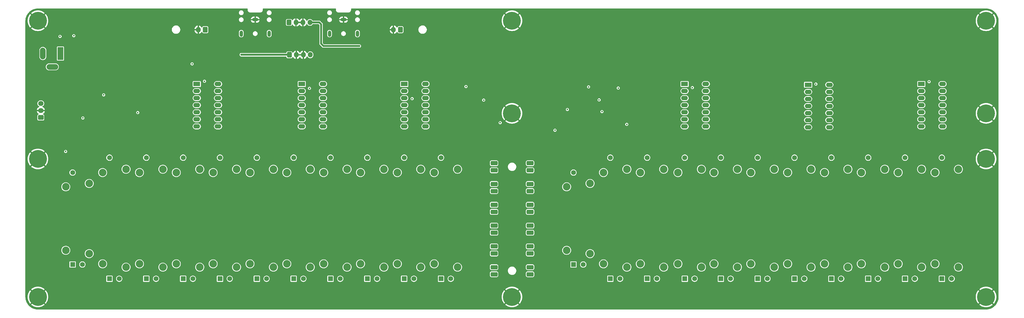
<source format=gbr>
%TF.GenerationSoftware,KiCad,Pcbnew,8.0.8*%
%TF.CreationDate,2025-02-12T06:41:47+01:00*%
%TF.ProjectId,20 Bands Equalizer,32302042-616e-4647-9320-457175616c69,rev?*%
%TF.SameCoordinates,Original*%
%TF.FileFunction,Copper,L2,Inr*%
%TF.FilePolarity,Positive*%
%FSLAX46Y46*%
G04 Gerber Fmt 4.6, Leading zero omitted, Abs format (unit mm)*
G04 Created by KiCad (PCBNEW 8.0.8) date 2025-02-12 06:41:47*
%MOMM*%
%LPD*%
G01*
G04 APERTURE LIST*
G04 Aperture macros list*
%AMRoundRect*
0 Rectangle with rounded corners*
0 $1 Rounding radius*
0 $2 $3 $4 $5 $6 $7 $8 $9 X,Y pos of 4 corners*
0 Add a 4 corners polygon primitive as box body*
4,1,4,$2,$3,$4,$5,$6,$7,$8,$9,$2,$3,0*
0 Add four circle primitives for the rounded corners*
1,1,$1+$1,$2,$3*
1,1,$1+$1,$4,$5*
1,1,$1+$1,$6,$7*
1,1,$1+$1,$8,$9*
0 Add four rect primitives between the rounded corners*
20,1,$1+$1,$2,$3,$4,$5,0*
20,1,$1+$1,$4,$5,$6,$7,0*
20,1,$1+$1,$6,$7,$8,$9,0*
20,1,$1+$1,$8,$9,$2,$3,0*%
G04 Aperture macros list end*
%TA.AperFunction,ComponentPad*%
%ADD10RoundRect,0.400000X0.850000X-0.400000X0.850000X0.400000X-0.850000X0.400000X-0.850000X-0.400000X0*%
%TD*%
%TA.AperFunction,ComponentPad*%
%ADD11C,0.800000*%
%TD*%
%TA.AperFunction,ComponentPad*%
%ADD12C,6.400000*%
%TD*%
%TA.AperFunction,ComponentPad*%
%ADD13R,1.750000X1.750000*%
%TD*%
%TA.AperFunction,ComponentPad*%
%ADD14C,1.750000*%
%TD*%
%TA.AperFunction,ComponentPad*%
%ADD15C,2.700000*%
%TD*%
%TA.AperFunction,ComponentPad*%
%ADD16R,2.400000X1.600000*%
%TD*%
%TA.AperFunction,ComponentPad*%
%ADD17O,2.400000X1.600000*%
%TD*%
%TA.AperFunction,ComponentPad*%
%ADD18O,1.200000X2.200000*%
%TD*%
%TA.AperFunction,ComponentPad*%
%ADD19O,2.200000X1.200000*%
%TD*%
%TA.AperFunction,ComponentPad*%
%ADD20RoundRect,0.250000X-0.600000X-0.725000X0.600000X-0.725000X0.600000X0.725000X-0.600000X0.725000X0*%
%TD*%
%TA.AperFunction,ComponentPad*%
%ADD21O,1.700000X1.950000*%
%TD*%
%TA.AperFunction,ComponentPad*%
%ADD22RoundRect,0.250000X0.600000X0.750000X-0.600000X0.750000X-0.600000X-0.750000X0.600000X-0.750000X0*%
%TD*%
%TA.AperFunction,ComponentPad*%
%ADD23O,1.700000X2.000000*%
%TD*%
%TA.AperFunction,ComponentPad*%
%ADD24RoundRect,0.250000X0.725000X-0.600000X0.725000X0.600000X-0.725000X0.600000X-0.725000X-0.600000X0*%
%TD*%
%TA.AperFunction,ComponentPad*%
%ADD25O,1.950000X1.700000*%
%TD*%
%TA.AperFunction,ComponentPad*%
%ADD26R,2.000000X4.600000*%
%TD*%
%TA.AperFunction,ComponentPad*%
%ADD27O,2.000000X4.200000*%
%TD*%
%TA.AperFunction,ComponentPad*%
%ADD28O,4.200000X2.000000*%
%TD*%
%TA.AperFunction,ViaPad*%
%ADD29C,0.600000*%
%TD*%
%TA.AperFunction,Conductor*%
%ADD30C,0.700000*%
%TD*%
G04 APERTURE END LIST*
D10*
%TO.N,Net-(D11-K)*%
%TO.C,D11*%
X198527500Y-88976667D03*
%TO.N,Net-(D10-A)*%
X198527500Y-86436667D03*
%TD*%
D11*
%TO.N,0V*%
%TO.C,H3*%
X202552500Y-35264611D03*
X203255444Y-33567555D03*
X203255444Y-36961667D03*
X204952500Y-32864611D03*
D12*
X204952500Y-35264611D03*
D11*
X204952500Y-37664611D03*
X206649556Y-33567555D03*
X206649556Y-36961667D03*
X207352500Y-35264611D03*
%TD*%
D10*
%TO.N,Net-(D19-K)*%
%TO.C,D19*%
X211447500Y-103916667D03*
%TO.N,Net-(D18-K)*%
X211447500Y-101376667D03*
%TD*%
D11*
%TO.N,0V*%
%TO.C,H6*%
X372552500Y-134461667D03*
X373255444Y-132764611D03*
X373255444Y-136158723D03*
X374952500Y-132061667D03*
D12*
X374952500Y-134461667D03*
D11*
X374952500Y-136861667D03*
X376649556Y-132764611D03*
X376649556Y-136158723D03*
X377352500Y-134461667D03*
%TD*%
D10*
%TO.N,Net-(D4-K)*%
%TO.C,D4*%
X198527500Y-118856667D03*
%TO.N,Net-(D2-K)*%
X198527500Y-116316667D03*
%TD*%
D11*
%TO.N,0V*%
%TO.C,H8*%
X372552500Y-84913139D03*
X373255444Y-83216083D03*
X373255444Y-86610195D03*
X374952500Y-82513139D03*
D12*
X374952500Y-84913139D03*
D11*
X374952500Y-87313139D03*
X376649556Y-83216083D03*
X376649556Y-86610195D03*
X377352500Y-84913139D03*
%TD*%
%TO.N,0V*%
%TO.C,H14*%
X372552500Y-68520000D03*
X373255444Y-66822944D03*
X373255444Y-70217056D03*
X374952500Y-66120000D03*
D12*
X374952500Y-68520000D03*
D11*
X374952500Y-70920000D03*
X376649556Y-66822944D03*
X376649556Y-70217056D03*
X377352500Y-68520000D03*
%TD*%
D13*
%TO.N,Net-(U9B--)*%
%TO.C,RV20*%
X332686553Y-127931667D03*
D14*
%TO.N,Net-(C54-Pad2)*%
X336186553Y-127931667D03*
%TO.N,Net-(U9B-+)*%
X332686553Y-84431667D03*
D15*
%TO.N,N/C*%
X338636553Y-123781667D03*
X330236553Y-122581667D03*
X330236553Y-89781667D03*
X338636553Y-88581667D03*
%TD*%
D10*
%TO.N,Net-(D12-K)*%
%TO.C,D12*%
X211447500Y-126326667D03*
%TO.N,+15V*%
X211447500Y-123786667D03*
%TD*%
D13*
%TO.N,Net-(U8B--)*%
%TO.C,RV1*%
X60608667Y-127931667D03*
D14*
%TO.N,Net-(C6-Pad2)*%
X64108667Y-127931667D03*
%TO.N,Net-(U8B-+)*%
X60608667Y-84431667D03*
D15*
%TO.N,N/C*%
X66558667Y-123781667D03*
X58158667Y-122581667D03*
X58158667Y-89781667D03*
X66558667Y-88581667D03*
%TD*%
D10*
%TO.N,Net-(D21-K)*%
%TO.C,D21*%
X211447500Y-96446667D03*
%TO.N,Net-(D20-K)*%
X211447500Y-93906667D03*
%TD*%
D16*
%TO.N,Net-(U4A--)*%
%TO.C,U4*%
X166332500Y-57981667D03*
D17*
X166332500Y-60521667D03*
%TO.N,Net-(U4A-+)*%
X166332500Y-63061667D03*
%TO.N,+15V*%
X166332500Y-65601667D03*
%TO.N,Net-(U4B-+)*%
X166332500Y-68141667D03*
%TO.N,Net-(U4B--)*%
X166332500Y-70681667D03*
X166332500Y-73221667D03*
%TO.N,unconnected-(U4-Pad8)*%
X173952500Y-73221667D03*
%TO.N,-15V*%
X173952500Y-70681667D03*
%TO.N,+15V*%
X173952500Y-68141667D03*
%TO.N,-15V*%
X173952500Y-65601667D03*
%TO.N,+15V*%
X173952500Y-63061667D03*
%TO.N,-15V*%
X173952500Y-60521667D03*
%TO.N,unconnected-(U4-Pad14)*%
X173952500Y-57981667D03*
%TD*%
D13*
%TO.N,Net-(C11-Pad2)*%
%TO.C,RV3*%
X47398334Y-122806667D03*
D14*
%TO.N,Net-(R11-Pad2)*%
X50898334Y-122806667D03*
X47398334Y-89806667D03*
D15*
%TO.N,N/C*%
X53348334Y-118906667D03*
X44948334Y-117706667D03*
X44948334Y-94906667D03*
X53348334Y-93706667D03*
%TD*%
D18*
%TO.N,OUTPUT_R+*%
%TO.C,J4*%
X149532500Y-39884611D03*
D19*
%TO.N,0V*%
X144532500Y-34884611D03*
D18*
%TO.N,OUTPUT_L+*%
X139532500Y-39884611D03*
%TD*%
D16*
%TO.N,Net-(U7A--)*%
%TO.C,U7*%
X351737500Y-57981667D03*
D17*
X351737500Y-60521667D03*
%TO.N,Net-(U7A-+)*%
X351737500Y-63061667D03*
%TO.N,+15V*%
X351737500Y-65601667D03*
%TO.N,Net-(U7B-+)*%
X351737500Y-68141667D03*
%TO.N,Net-(U7B--)*%
X351737500Y-70681667D03*
X351737500Y-73221667D03*
%TO.N,unconnected-(U7-Pad8)*%
X359357500Y-73221667D03*
%TO.N,-15V*%
X359357500Y-70681667D03*
%TO.N,+15V*%
X359357500Y-68141667D03*
%TO.N,-15V*%
X359357500Y-65601667D03*
%TO.N,+15V*%
X359357500Y-63061667D03*
%TO.N,-15V*%
X359357500Y-60521667D03*
%TO.N,unconnected-(U7-Pad14)*%
X359357500Y-57981667D03*
%TD*%
D11*
%TO.N,0V*%
%TO.C,H4*%
X202552500Y-134461667D03*
X203255444Y-132764611D03*
X203255444Y-136158723D03*
X204952500Y-132061667D03*
D12*
X204952500Y-134461667D03*
D11*
X204952500Y-136861667D03*
X206649556Y-132764611D03*
X206649556Y-136158723D03*
X207352500Y-134461667D03*
%TD*%
D13*
%TO.N,Net-(U9B--)*%
%TO.C,RV13*%
X253424555Y-127931667D03*
D14*
%TO.N,Net-(C38-Pad2)*%
X256924555Y-127931667D03*
%TO.N,Net-(U9B-+)*%
X253424555Y-84431667D03*
D15*
%TO.N,N/C*%
X259374555Y-123781667D03*
X250974555Y-122581667D03*
X250974555Y-89781667D03*
X259374555Y-88581667D03*
%TD*%
D13*
%TO.N,Net-(C40-Pad2)*%
%TO.C,RV14*%
X227003889Y-122806667D03*
D14*
%TO.N,Net-(R52-Pad2)*%
X230503889Y-122806667D03*
X227003889Y-89806667D03*
D15*
%TO.N,N/C*%
X232953889Y-118906667D03*
X224553889Y-117706667D03*
X224553889Y-94906667D03*
X232953889Y-93706667D03*
%TD*%
D13*
%TO.N,Net-(U9B--)*%
%TO.C,RV19*%
X319476220Y-127931667D03*
D14*
%TO.N,Net-(C52-Pad2)*%
X322976220Y-127931667D03*
%TO.N,Net-(U9B-+)*%
X319476220Y-84431667D03*
D15*
%TO.N,N/C*%
X325426220Y-123781667D03*
X317026220Y-122581667D03*
X317026220Y-89781667D03*
X325426220Y-88581667D03*
%TD*%
D16*
%TO.N,Net-(U2A--)*%
%TO.C,U2*%
X91927500Y-57981667D03*
D17*
X91927500Y-60521667D03*
%TO.N,Net-(U2A-+)*%
X91927500Y-63061667D03*
%TO.N,+15V*%
X91927500Y-65601667D03*
%TO.N,Net-(U2B-+)*%
X91927500Y-68141667D03*
%TO.N,Net-(U2B--)*%
X91927500Y-70681667D03*
X91927500Y-73221667D03*
%TO.N,Net-(U2C--)*%
X99547500Y-73221667D03*
X99547500Y-70681667D03*
%TO.N,Net-(U2C-+)*%
X99547500Y-68141667D03*
%TO.N,-15V*%
X99547500Y-65601667D03*
%TO.N,Net-(U2D-+)*%
X99547500Y-63061667D03*
%TO.N,Net-(U2D--)*%
X99547500Y-60521667D03*
X99547500Y-57981667D03*
%TD*%
D20*
%TO.N,INPUT_L+*%
%TO.C,J7*%
X125130000Y-47500000D03*
D21*
%TO.N,0V*%
X127630000Y-47500000D03*
X130130000Y-47500000D03*
%TO.N,INPUT_R+*%
X132630000Y-47500000D03*
%TD*%
D22*
%TO.N,OUTPUT_R+*%
%TO.C,J3*%
X164952500Y-38464611D03*
D23*
%TO.N,0V*%
X162452500Y-38464611D03*
%TD*%
D20*
%TO.N,OUTPUT_L+*%
%TO.C,J6*%
X124992500Y-35861667D03*
D21*
%TO.N,0V*%
X127492500Y-35861667D03*
X129992500Y-35861667D03*
%TO.N,OUTPUT_R+*%
X132492500Y-35861667D03*
%TD*%
D10*
%TO.N,Net-(D22-K)*%
%TO.C,D22*%
X211447500Y-88976667D03*
%TO.N,Net-(D20-K)*%
X211447500Y-86436667D03*
%TD*%
D24*
%TO.N,+15V*%
%TO.C,J5*%
X36000000Y-70000000D03*
D25*
%TO.N,0V*%
X36000000Y-67500000D03*
%TO.N,-15V*%
X36000000Y-65000000D03*
%TD*%
D13*
%TO.N,Net-(U9B--)*%
%TO.C,RV17*%
X293055554Y-127931667D03*
D14*
%TO.N,Net-(C48-Pad2)*%
X296555554Y-127931667D03*
%TO.N,Net-(U9B-+)*%
X293055554Y-84431667D03*
D15*
%TO.N,N/C*%
X299005554Y-123781667D03*
X290605554Y-122581667D03*
X290605554Y-89781667D03*
X299005554Y-88581667D03*
%TD*%
D13*
%TO.N,Net-(U8B--)*%
%TO.C,RV4*%
X87029333Y-127931667D03*
D14*
%TO.N,Net-(C12-Pad2)*%
X90529333Y-127931667D03*
%TO.N,Net-(U8B-+)*%
X87029333Y-84431667D03*
D15*
%TO.N,N/C*%
X92979333Y-123781667D03*
X84579333Y-122581667D03*
X84579333Y-89781667D03*
X92979333Y-88581667D03*
%TD*%
D10*
%TO.N,Net-(D6-K)*%
%TO.C,D6*%
X198527500Y-111386667D03*
%TO.N,Net-(D5-K)*%
X198527500Y-108846667D03*
%TD*%
D13*
%TO.N,Net-(U8B--)*%
%TO.C,RV10*%
X166291331Y-127931667D03*
D14*
%TO.N,Net-(C27-Pad2)*%
X169791331Y-127931667D03*
%TO.N,Net-(U8B-+)*%
X166291331Y-84431667D03*
D15*
%TO.N,N/C*%
X172241331Y-123781667D03*
X163841331Y-122581667D03*
X163841331Y-89781667D03*
X172241331Y-88581667D03*
%TD*%
D13*
%TO.N,Net-(U8B--)*%
%TO.C,RV6*%
X113449999Y-127931667D03*
D14*
%TO.N,Net-(C19-Pad2)*%
X116949999Y-127931667D03*
%TO.N,Net-(U8B-+)*%
X113449999Y-84431667D03*
D15*
%TO.N,N/C*%
X119399999Y-123781667D03*
X110999999Y-122581667D03*
X110999999Y-89781667D03*
X119399999Y-88581667D03*
%TD*%
D10*
%TO.N,Net-(D10-K)*%
%TO.C,D10*%
X198527500Y-96446667D03*
%TO.N,Net-(D10-A)*%
X198527500Y-93906667D03*
%TD*%
D13*
%TO.N,Net-(U9B--)*%
%TO.C,RV16*%
X279845221Y-127931667D03*
D14*
%TO.N,Net-(C44-Pad2)*%
X283345221Y-127931667D03*
%TO.N,Net-(U9B-+)*%
X279845221Y-84431667D03*
D15*
%TO.N,N/C*%
X285795221Y-123781667D03*
X277395221Y-122581667D03*
X277395221Y-89781667D03*
X285795221Y-88581667D03*
%TD*%
D13*
%TO.N,Net-(U9B--)*%
%TO.C,RV21*%
X345896886Y-127931667D03*
D14*
%TO.N,Net-(C56-Pad2)*%
X349396886Y-127931667D03*
%TO.N,Net-(U9B-+)*%
X345896886Y-84431667D03*
D15*
%TO.N,N/C*%
X351846886Y-123781667D03*
X343446886Y-122581667D03*
X343446886Y-89781667D03*
X351846886Y-88581667D03*
%TD*%
D13*
%TO.N,Net-(U8B--)*%
%TO.C,RV5*%
X100239666Y-127931667D03*
D14*
%TO.N,Net-(C15-Pad2)*%
X103739666Y-127931667D03*
%TO.N,Net-(U8B-+)*%
X100239666Y-84431667D03*
D15*
%TO.N,N/C*%
X106189666Y-123781667D03*
X97789666Y-122581667D03*
X97789666Y-89781667D03*
X106189666Y-88581667D03*
%TD*%
D10*
%TO.N,Net-(D17-K)*%
%TO.C,D17*%
X211447500Y-111386667D03*
%TO.N,Net-(D16-K)*%
X211447500Y-108846667D03*
%TD*%
D11*
%TO.N,0V*%
%TO.C,H5*%
X372552500Y-35264611D03*
X373255444Y-33567555D03*
X373255444Y-36961667D03*
X374952500Y-32864611D03*
D12*
X374952500Y-35264611D03*
D11*
X374952500Y-37664611D03*
X376649556Y-33567555D03*
X376649556Y-36961667D03*
X377352500Y-35264611D03*
%TD*%
D13*
%TO.N,Net-(U8B--)*%
%TO.C,RV11*%
X179501667Y-127931667D03*
D14*
%TO.N,Net-(C29-Pad2)*%
X183001667Y-127931667D03*
%TO.N,Net-(U8B-+)*%
X179501667Y-84431667D03*
D15*
%TO.N,N/C*%
X185451667Y-123781667D03*
X177051667Y-122581667D03*
X177051667Y-89781667D03*
X185451667Y-88581667D03*
%TD*%
D16*
%TO.N,Net-(U5A--)*%
%TO.C,U5*%
X266847500Y-57981667D03*
D17*
X266847500Y-60521667D03*
%TO.N,Net-(U5A-+)*%
X266847500Y-63061667D03*
%TO.N,+15V*%
X266847500Y-65601667D03*
%TO.N,Net-(U5B-+)*%
X266847500Y-68141667D03*
%TO.N,Net-(U5B--)*%
X266847500Y-70681667D03*
X266847500Y-73221667D03*
%TO.N,Net-(U5C--)*%
X274467500Y-73221667D03*
X274467500Y-70681667D03*
%TO.N,Net-(U5C-+)*%
X274467500Y-68141667D03*
%TO.N,-15V*%
X274467500Y-65601667D03*
%TO.N,Net-(U5D-+)*%
X274467500Y-63061667D03*
%TO.N,Net-(U5D--)*%
X274467500Y-60521667D03*
X274467500Y-57981667D03*
%TD*%
D13*
%TO.N,Net-(U8B--)*%
%TO.C,RV7*%
X126660332Y-127931667D03*
D14*
%TO.N,Net-(C21-Pad2)*%
X130160332Y-127931667D03*
%TO.N,Net-(U8B-+)*%
X126660332Y-84431667D03*
D15*
%TO.N,N/C*%
X132610332Y-123781667D03*
X124210332Y-122581667D03*
X124210332Y-89781667D03*
X132610332Y-88581667D03*
%TD*%
D13*
%TO.N,Net-(U9B--)*%
%TO.C,RV15*%
X266923055Y-127931667D03*
D14*
%TO.N,Net-(C41-Pad2)*%
X270423055Y-127931667D03*
%TO.N,Net-(U9B-+)*%
X266923055Y-84431667D03*
D15*
%TO.N,N/C*%
X272873055Y-123781667D03*
X264473055Y-122581667D03*
X264473055Y-89781667D03*
X272873055Y-88581667D03*
%TD*%
D22*
%TO.N,OUTPUT_L+*%
%TO.C,J2*%
X94952500Y-38464611D03*
D23*
%TO.N,0V*%
X92452500Y-38464611D03*
%TD*%
D11*
%TO.N,0V*%
%TO.C,H7*%
X32552500Y-84913139D03*
X33255444Y-83216083D03*
X33255444Y-86610195D03*
X34952500Y-82513139D03*
D12*
X34952500Y-84913139D03*
D11*
X34952500Y-87313139D03*
X36649556Y-83216083D03*
X36649556Y-86610195D03*
X37352500Y-84913139D03*
%TD*%
D16*
%TO.N,Net-(U6A--)*%
%TO.C,U6*%
X311137500Y-58254167D03*
D17*
X311137500Y-60794167D03*
%TO.N,Net-(U6A-+)*%
X311137500Y-63334167D03*
%TO.N,+15V*%
X311137500Y-65874167D03*
%TO.N,Net-(U6B-+)*%
X311137500Y-68414167D03*
%TO.N,Net-(U6B--)*%
X311137500Y-70954167D03*
X311137500Y-73494167D03*
%TO.N,Net-(U6C--)*%
X318757500Y-73494167D03*
X318757500Y-70954167D03*
%TO.N,Net-(U6C-+)*%
X318757500Y-68414167D03*
%TO.N,-15V*%
X318757500Y-65874167D03*
%TO.N,Net-(U6D-+)*%
X318757500Y-63334167D03*
%TO.N,Net-(U6D--)*%
X318757500Y-60794167D03*
X318757500Y-58254167D03*
%TD*%
D26*
%TO.N,+15V*%
%TO.C,J8*%
X43024944Y-47026779D03*
D27*
%TO.N,-15V*%
X36724944Y-47026779D03*
D28*
X40124944Y-51826779D03*
%TD*%
D18*
%TO.N,INPUT_R+*%
%TO.C,J1*%
X117872500Y-39884611D03*
D19*
%TO.N,0V*%
X112872500Y-34884611D03*
D18*
%TO.N,INPUT_L+*%
X107872500Y-39884611D03*
%TD*%
D16*
%TO.N,Net-(U3A--)*%
%TO.C,U3*%
X129567500Y-57981667D03*
D17*
X129567500Y-60521667D03*
%TO.N,Net-(U3A-+)*%
X129567500Y-63061667D03*
%TO.N,+15V*%
X129567500Y-65601667D03*
%TO.N,Net-(U3B-+)*%
X129567500Y-68141667D03*
%TO.N,Net-(U3B--)*%
X129567500Y-70681667D03*
X129567500Y-73221667D03*
%TO.N,Net-(U3C--)*%
X137187500Y-73221667D03*
X137187500Y-70681667D03*
%TO.N,Net-(U3C-+)*%
X137187500Y-68141667D03*
%TO.N,-15V*%
X137187500Y-65601667D03*
%TO.N,Net-(U3D-+)*%
X137187500Y-63061667D03*
%TO.N,Net-(U3D--)*%
X137187500Y-60521667D03*
X137187500Y-57981667D03*
%TD*%
D13*
%TO.N,Net-(U8B--)*%
%TO.C,RV9*%
X153080998Y-127931667D03*
D14*
%TO.N,Net-(C25-Pad2)*%
X156580998Y-127931667D03*
%TO.N,Net-(U8B-+)*%
X153080998Y-84431667D03*
D15*
%TO.N,N/C*%
X159030998Y-123781667D03*
X150630998Y-122581667D03*
X150630998Y-89781667D03*
X159030998Y-88581667D03*
%TD*%
D10*
%TO.N,Net-(D15-K)*%
%TO.C,D15*%
X211447500Y-118856667D03*
%TO.N,Net-(D13-K)*%
X211447500Y-116316667D03*
%TD*%
D11*
%TO.N,0V*%
%TO.C,H1*%
X32552500Y-35264611D03*
X33255444Y-33567555D03*
X33255444Y-36961667D03*
X34952500Y-32864611D03*
D12*
X34952500Y-35264611D03*
D11*
X34952500Y-37664611D03*
X36649556Y-33567555D03*
X36649556Y-36961667D03*
X37352500Y-35264611D03*
%TD*%
D13*
%TO.N,Net-(U8B--)*%
%TO.C,RV2*%
X73819000Y-127931667D03*
D14*
%TO.N,Net-(C9-Pad2)*%
X77319000Y-127931667D03*
%TO.N,Net-(U8B-+)*%
X73819000Y-84431667D03*
D15*
%TO.N,N/C*%
X79769000Y-123781667D03*
X71369000Y-122581667D03*
X71369000Y-89781667D03*
X79769000Y-88581667D03*
%TD*%
D11*
%TO.N,0V*%
%TO.C,H2*%
X32552500Y-134461667D03*
X33255444Y-132764611D03*
X33255444Y-136158723D03*
X34952500Y-132061667D03*
D12*
X34952500Y-134461667D03*
D11*
X34952500Y-136861667D03*
X36649556Y-132764611D03*
X36649556Y-136158723D03*
X37352500Y-134461667D03*
%TD*%
D13*
%TO.N,Net-(U9B--)*%
%TO.C,RV18*%
X306265887Y-127931667D03*
D14*
%TO.N,Net-(C50-Pad2)*%
X309765887Y-127931667D03*
%TO.N,Net-(U9B-+)*%
X306265887Y-84431667D03*
D15*
%TO.N,N/C*%
X312215887Y-123781667D03*
X303815887Y-122581667D03*
X303815887Y-89781667D03*
X312215887Y-88581667D03*
%TD*%
D13*
%TO.N,Net-(U8B--)*%
%TO.C,RV8*%
X139870665Y-127931667D03*
D14*
%TO.N,Net-(C23-Pad2)*%
X143370665Y-127931667D03*
%TO.N,Net-(U8B-+)*%
X139870665Y-84431667D03*
D15*
%TO.N,N/C*%
X145820665Y-123781667D03*
X137420665Y-122581667D03*
X137420665Y-89781667D03*
X145820665Y-88581667D03*
%TD*%
D10*
%TO.N,Net-(D8-K)*%
%TO.C,D8*%
X198527500Y-103916667D03*
%TO.N,Net-(D7-K)*%
X198527500Y-101376667D03*
%TD*%
%TO.N,Net-(D1-K)*%
%TO.C,D1*%
X198527500Y-126326667D03*
%TO.N,+15V*%
X198527500Y-123786667D03*
%TD*%
D13*
%TO.N,Net-(U9B--)*%
%TO.C,RV12*%
X240214222Y-127931667D03*
D14*
%TO.N,Net-(C35-Pad2)*%
X243714222Y-127931667D03*
%TO.N,Net-(U9B-+)*%
X240214222Y-84431667D03*
D15*
%TO.N,N/C*%
X246164222Y-123781667D03*
X237764222Y-122581667D03*
X237764222Y-89781667D03*
X246164222Y-88581667D03*
%TD*%
D11*
%TO.N,0V*%
%TO.C,H13*%
X202552500Y-68520000D03*
X203255444Y-66822944D03*
X203255444Y-70217056D03*
X204952500Y-66120000D03*
D12*
X204952500Y-68520000D03*
D11*
X204952500Y-70920000D03*
X206649556Y-66822944D03*
X206649556Y-70217056D03*
X207352500Y-68520000D03*
%TD*%
D13*
%TO.N,Net-(U9B--)*%
%TO.C,RV22*%
X359107222Y-127931667D03*
D14*
%TO.N,Net-(C58-Pad2)*%
X362607222Y-127931667D03*
%TO.N,Net-(U9B-+)*%
X359107222Y-84431667D03*
D15*
%TO.N,N/C*%
X365057222Y-123781667D03*
X356657222Y-122581667D03*
X356657222Y-89781667D03*
X365057222Y-88581667D03*
%TD*%
D29*
%TO.N,+15V*%
X90260000Y-50770000D03*
X132340000Y-59550000D03*
X42880000Y-40890000D03*
X269640000Y-59290000D03*
X94690000Y-57000000D03*
X243070000Y-59440000D03*
X169130000Y-63250000D03*
X188470000Y-58890000D03*
X354525000Y-57140000D03*
X313910000Y-58020000D03*
X47840000Y-40630000D03*
%TO.N,OUTPUT_L+*%
X70750000Y-68260000D03*
X200717500Y-71877500D03*
%TO.N,OUTPUT_R+*%
X246110000Y-72480000D03*
X194810000Y-63770000D03*
X150220000Y-44341667D03*
X220390000Y-74590000D03*
%TO.N,0V*%
X239230000Y-75570000D03*
X120260000Y-34110000D03*
X114550000Y-49130000D03*
X68260000Y-54610000D03*
X119610000Y-52690000D03*
X50160000Y-56720000D03*
X160800000Y-38440000D03*
X65390000Y-40390000D03*
X54010000Y-42150000D03*
X203130000Y-79190000D03*
X327440000Y-64100000D03*
X283050000Y-64000000D03*
X157760000Y-64060000D03*
X204760000Y-73480000D03*
X121820000Y-43020000D03*
X120800000Y-67330000D03*
X120850000Y-64020000D03*
X83470000Y-64000000D03*
X363920000Y-62130000D03*
X211850000Y-74530000D03*
X145860000Y-64160000D03*
X108110000Y-67120000D03*
X216890000Y-79530000D03*
X114120000Y-52510000D03*
X302520000Y-64210000D03*
X249650000Y-66980000D03*
X37760000Y-67530000D03*
X258270000Y-64100000D03*
X92470000Y-40370000D03*
X210670000Y-68090000D03*
X343270000Y-67530000D03*
X70590000Y-66290000D03*
X258170000Y-67590000D03*
X195980000Y-75520000D03*
X237920000Y-73520000D03*
X162460000Y-40210000D03*
X157760000Y-67410000D03*
X327400000Y-67620000D03*
X56220000Y-45740000D03*
X130007500Y-49738333D03*
X70070000Y-42190000D03*
X197120000Y-81670000D03*
X210410000Y-75660000D03*
X63180000Y-54470000D03*
X140770000Y-48200000D03*
X109620000Y-45090000D03*
X66170000Y-48170000D03*
X283280000Y-67410000D03*
X194360000Y-67420000D03*
X343230000Y-63900000D03*
X200350000Y-75320000D03*
X60480000Y-74460000D03*
X210920000Y-81690000D03*
X62370000Y-47090000D03*
X127507500Y-49728333D03*
X83610000Y-67590000D03*
X363940000Y-69170000D03*
X129970000Y-32380000D03*
X107990000Y-64120000D03*
X52920000Y-66360000D03*
X57680000Y-50880000D03*
X302520000Y-67730000D03*
X146030000Y-67590000D03*
X90730000Y-38450000D03*
X127560000Y-32100000D03*
X142230000Y-52590000D03*
%TO.N,Net-(R52-Pad2)*%
X236200000Y-63700000D03*
X237220000Y-67900000D03*
%TO.N,Net-(C11-Pad2)*%
X44900000Y-82200000D03*
X58540000Y-61880000D03*
%TO.N,Net-(C40-Pad2)*%
X232420000Y-59030000D03*
%TO.N,INPUT_L+*%
X107872500Y-47460000D03*
X51070000Y-70180000D03*
%TO.N,INPUT_R+*%
X224820000Y-67140000D03*
%TD*%
D30*
%TO.N,OUTPUT_R+*%
X137340000Y-44340000D02*
X150218333Y-44340000D01*
X135861667Y-35861667D02*
X136500000Y-36500000D01*
X150218333Y-44340000D02*
X150220000Y-44341667D01*
X136500000Y-36500000D02*
X136500000Y-43500000D01*
X136500000Y-43500000D02*
X137340000Y-44340000D01*
X132492500Y-35861667D02*
X135861667Y-35861667D01*
%TO.N,INPUT_L+*%
X107912500Y-47500000D02*
X107872500Y-47460000D01*
X125130000Y-47500000D02*
X107912500Y-47500000D01*
%TD*%
%TA.AperFunction,Conductor*%
%TO.N,0V*%
G36*
X129687370Y-47316657D02*
G01*
X129655000Y-47437465D01*
X129655000Y-47562535D01*
X129687370Y-47683343D01*
X129725854Y-47750000D01*
X128034146Y-47750000D01*
X128072630Y-47683343D01*
X128105000Y-47562535D01*
X128105000Y-47437465D01*
X128072630Y-47316657D01*
X128034146Y-47250000D01*
X129725854Y-47250000D01*
X129687370Y-47316657D01*
G37*
%TD.AperFunction*%
%TA.AperFunction,Conductor*%
G36*
X129549870Y-35678324D02*
G01*
X129517500Y-35799132D01*
X129517500Y-35924202D01*
X129549870Y-36045010D01*
X129588354Y-36111667D01*
X127896646Y-36111667D01*
X127935130Y-36045010D01*
X127967500Y-35924202D01*
X127967500Y-35799132D01*
X127935130Y-35678324D01*
X127896646Y-35611667D01*
X129588354Y-35611667D01*
X129549870Y-35678324D01*
G37*
%TD.AperFunction*%
%TA.AperFunction,Conductor*%
G36*
X374955202Y-30865228D02*
G01*
X375339271Y-30881997D01*
X375350006Y-30882937D01*
X375728469Y-30932763D01*
X375739096Y-30934636D01*
X376111783Y-31017259D01*
X376122209Y-31020053D01*
X376486262Y-31134838D01*
X376496409Y-31138531D01*
X376849076Y-31284611D01*
X376858867Y-31289177D01*
X377197461Y-31465438D01*
X377206799Y-31470830D01*
X377473124Y-31640498D01*
X377528733Y-31675925D01*
X377537594Y-31682129D01*
X377840426Y-31914500D01*
X377848713Y-31921454D01*
X377889309Y-31958653D01*
X378130131Y-32179326D01*
X378137775Y-32186969D01*
X378395657Y-32468400D01*
X378402610Y-32476687D01*
X378634970Y-32779505D01*
X378641175Y-32788366D01*
X378846269Y-33110300D01*
X378851677Y-33119668D01*
X379027925Y-33458238D01*
X379032495Y-33468039D01*
X379178566Y-33820686D01*
X379182266Y-33830851D01*
X379297046Y-34194889D01*
X379299846Y-34205338D01*
X379382462Y-34577999D01*
X379384340Y-34588652D01*
X379390596Y-34636168D01*
X379424005Y-34889943D01*
X379434161Y-34967082D01*
X379435104Y-34977859D01*
X379451882Y-35362169D01*
X379452000Y-35367577D01*
X379452000Y-134388170D01*
X379451998Y-134388204D01*
X379451999Y-134458977D01*
X379451881Y-134464384D01*
X379435124Y-134848425D01*
X379434182Y-134859203D01*
X379384366Y-135237658D01*
X379382487Y-135248311D01*
X379299882Y-135620953D01*
X379297083Y-135631403D01*
X379182304Y-135995457D01*
X379178604Y-136005622D01*
X379032536Y-136358275D01*
X379027964Y-136368079D01*
X378851720Y-136706654D01*
X378846311Y-136716023D01*
X378641224Y-137037951D01*
X378635019Y-137046813D01*
X378402655Y-137349639D01*
X378395702Y-137357926D01*
X378137818Y-137639360D01*
X378130168Y-137647009D01*
X377848760Y-137904873D01*
X377840473Y-137911827D01*
X377537635Y-138144203D01*
X377528774Y-138150408D01*
X377206848Y-138355496D01*
X377197479Y-138360905D01*
X376858896Y-138537158D01*
X376849092Y-138541729D01*
X376496447Y-138687796D01*
X376486281Y-138691496D01*
X376122243Y-138806271D01*
X376111794Y-138809071D01*
X375739128Y-138891685D01*
X375728474Y-138893563D01*
X375350043Y-138943377D01*
X375339267Y-138944320D01*
X374955970Y-138961048D01*
X374950561Y-138961166D01*
X374893789Y-138961165D01*
X374886618Y-138961165D01*
X374886617Y-138961165D01*
X374877994Y-138961165D01*
X374877966Y-138961167D01*
X34955206Y-138961167D01*
X34949797Y-138961049D01*
X34566638Y-138944320D01*
X34565744Y-138944280D01*
X34554971Y-138943338D01*
X34176885Y-138893563D01*
X34176536Y-138893517D01*
X34165883Y-138891639D01*
X33793219Y-138809022D01*
X33782770Y-138806222D01*
X33514643Y-138721682D01*
X33418728Y-138691440D01*
X33408565Y-138687741D01*
X33347996Y-138662653D01*
X33310121Y-138646965D01*
X33055919Y-138541672D01*
X33046115Y-138537101D01*
X32707529Y-138360845D01*
X32698172Y-138355443D01*
X32376229Y-138150345D01*
X32367380Y-138144148D01*
X32064551Y-137911783D01*
X32056266Y-137904831D01*
X31774837Y-137646952D01*
X31767188Y-137639303D01*
X31509306Y-137357878D01*
X31502353Y-137349591D01*
X31269989Y-137046773D01*
X31263784Y-137037912D01*
X31058691Y-136715986D01*
X31053282Y-136706618D01*
X31018316Y-136639450D01*
X30877018Y-136368027D01*
X30872461Y-136358255D01*
X30726378Y-136005589D01*
X30722679Y-135995424D01*
X30607890Y-135631375D01*
X30605094Y-135620944D01*
X30522469Y-135248265D01*
X30520597Y-135237650D01*
X30470764Y-134859172D01*
X30469824Y-134848425D01*
X30453118Y-134465895D01*
X30453026Y-134461666D01*
X31247422Y-134461666D01*
X31247422Y-134461667D01*
X31267719Y-134848954D01*
X31328386Y-135231990D01*
X31328387Y-135231997D01*
X31428762Y-135606603D01*
X31567744Y-135968661D01*
X31743810Y-136314210D01*
X31955023Y-136639450D01*
X31955025Y-136639452D01*
X32163596Y-136897015D01*
X33658247Y-135402364D01*
X33732088Y-135503997D01*
X33910170Y-135682079D01*
X34011801Y-135755918D01*
X32517150Y-137250569D01*
X32774714Y-137459142D01*
X32774716Y-137459143D01*
X33099956Y-137670356D01*
X33445505Y-137846422D01*
X33807563Y-137985404D01*
X34182169Y-138085779D01*
X34182176Y-138085780D01*
X34565212Y-138146447D01*
X34952499Y-138166745D01*
X34952501Y-138166745D01*
X35339787Y-138146447D01*
X35722823Y-138085780D01*
X35722830Y-138085779D01*
X36097436Y-137985404D01*
X36459494Y-137846422D01*
X36805043Y-137670356D01*
X37130271Y-137459151D01*
X37130284Y-137459141D01*
X37387848Y-137250569D01*
X35893198Y-135755919D01*
X35994830Y-135682079D01*
X36172912Y-135503997D01*
X36246752Y-135402365D01*
X37741402Y-136897015D01*
X37949974Y-136639451D01*
X37949984Y-136639438D01*
X38161189Y-136314210D01*
X38337255Y-135968661D01*
X38476237Y-135606603D01*
X38576612Y-135231997D01*
X38576613Y-135231990D01*
X38637280Y-134848954D01*
X38657578Y-134461667D01*
X38657578Y-134461666D01*
X201247422Y-134461666D01*
X201247422Y-134461667D01*
X201267719Y-134848954D01*
X201328386Y-135231990D01*
X201328387Y-135231997D01*
X201428762Y-135606603D01*
X201567744Y-135968661D01*
X201743810Y-136314210D01*
X201955023Y-136639450D01*
X201955025Y-136639452D01*
X202163596Y-136897015D01*
X203658247Y-135402364D01*
X203732088Y-135503997D01*
X203910170Y-135682079D01*
X204011801Y-135755918D01*
X202517150Y-137250569D01*
X202774714Y-137459142D01*
X202774716Y-137459143D01*
X203099956Y-137670356D01*
X203445505Y-137846422D01*
X203807563Y-137985404D01*
X204182169Y-138085779D01*
X204182176Y-138085780D01*
X204565212Y-138146447D01*
X204952499Y-138166745D01*
X204952501Y-138166745D01*
X205339787Y-138146447D01*
X205722823Y-138085780D01*
X205722830Y-138085779D01*
X206097436Y-137985404D01*
X206459494Y-137846422D01*
X206805043Y-137670356D01*
X207130271Y-137459151D01*
X207130284Y-137459141D01*
X207387848Y-137250569D01*
X205893198Y-135755919D01*
X205994830Y-135682079D01*
X206172912Y-135503997D01*
X206246752Y-135402365D01*
X207741402Y-136897015D01*
X207949974Y-136639451D01*
X207949984Y-136639438D01*
X208161189Y-136314210D01*
X208337255Y-135968661D01*
X208476237Y-135606603D01*
X208576612Y-135231997D01*
X208576613Y-135231990D01*
X208637280Y-134848954D01*
X208657578Y-134461667D01*
X208657578Y-134461666D01*
X371247422Y-134461666D01*
X371247422Y-134461667D01*
X371267719Y-134848954D01*
X371328386Y-135231990D01*
X371328387Y-135231997D01*
X371428762Y-135606603D01*
X371567744Y-135968661D01*
X371743810Y-136314210D01*
X371955023Y-136639450D01*
X371955025Y-136639452D01*
X372163596Y-136897015D01*
X373658247Y-135402364D01*
X373732088Y-135503997D01*
X373910170Y-135682079D01*
X374011801Y-135755918D01*
X372517150Y-137250569D01*
X372774714Y-137459142D01*
X372774716Y-137459143D01*
X373099956Y-137670356D01*
X373445505Y-137846422D01*
X373807563Y-137985404D01*
X374182169Y-138085779D01*
X374182176Y-138085780D01*
X374565212Y-138146447D01*
X374952499Y-138166745D01*
X374952501Y-138166745D01*
X375339787Y-138146447D01*
X375722823Y-138085780D01*
X375722830Y-138085779D01*
X376097436Y-137985404D01*
X376459494Y-137846422D01*
X376805043Y-137670356D01*
X377130271Y-137459151D01*
X377130284Y-137459141D01*
X377387848Y-137250569D01*
X375893198Y-135755919D01*
X375994830Y-135682079D01*
X376172912Y-135503997D01*
X376246752Y-135402365D01*
X377741402Y-136897015D01*
X377949974Y-136639451D01*
X377949984Y-136639438D01*
X378161189Y-136314210D01*
X378337255Y-135968661D01*
X378476237Y-135606603D01*
X378576612Y-135231997D01*
X378576613Y-135231990D01*
X378637280Y-134848954D01*
X378657578Y-134461667D01*
X378657578Y-134461666D01*
X378637280Y-134074379D01*
X378576613Y-133691343D01*
X378576612Y-133691336D01*
X378476237Y-133316730D01*
X378337255Y-132954672D01*
X378161189Y-132609123D01*
X377949976Y-132283883D01*
X377949975Y-132283881D01*
X377741402Y-132026317D01*
X376246751Y-133520968D01*
X376172912Y-133419337D01*
X375994830Y-133241255D01*
X375893198Y-133167415D01*
X377387849Y-131672763D01*
X377130285Y-131464192D01*
X377130283Y-131464190D01*
X376805043Y-131252977D01*
X376459494Y-131076911D01*
X376097436Y-130937929D01*
X375722830Y-130837554D01*
X375722823Y-130837553D01*
X375339787Y-130776886D01*
X374952501Y-130756589D01*
X374952499Y-130756589D01*
X374565212Y-130776886D01*
X374182176Y-130837553D01*
X374182169Y-130837554D01*
X373807563Y-130937929D01*
X373445505Y-131076911D01*
X373099956Y-131252977D01*
X372774706Y-131464198D01*
X372517149Y-131672762D01*
X372517149Y-131672763D01*
X374011801Y-133167415D01*
X373910170Y-133241255D01*
X373732088Y-133419337D01*
X373658248Y-133520968D01*
X372163596Y-132026316D01*
X372163595Y-132026316D01*
X371955031Y-132283873D01*
X371743810Y-132609123D01*
X371567744Y-132954672D01*
X371428762Y-133316730D01*
X371328387Y-133691336D01*
X371328386Y-133691343D01*
X371267719Y-134074379D01*
X371247422Y-134461666D01*
X208657578Y-134461666D01*
X208637280Y-134074379D01*
X208576613Y-133691343D01*
X208576612Y-133691336D01*
X208476237Y-133316730D01*
X208337255Y-132954672D01*
X208161189Y-132609123D01*
X207949976Y-132283883D01*
X207949975Y-132283881D01*
X207741402Y-132026317D01*
X206246751Y-133520968D01*
X206172912Y-133419337D01*
X205994830Y-133241255D01*
X205893198Y-133167415D01*
X207387849Y-131672763D01*
X207130285Y-131464192D01*
X207130283Y-131464190D01*
X206805043Y-131252977D01*
X206459494Y-131076911D01*
X206097436Y-130937929D01*
X205722830Y-130837554D01*
X205722823Y-130837553D01*
X205339787Y-130776886D01*
X204952501Y-130756589D01*
X204952499Y-130756589D01*
X204565212Y-130776886D01*
X204182176Y-130837553D01*
X204182169Y-130837554D01*
X203807563Y-130937929D01*
X203445505Y-131076911D01*
X203099956Y-131252977D01*
X202774706Y-131464198D01*
X202517149Y-131672762D01*
X202517149Y-131672763D01*
X204011801Y-133167415D01*
X203910170Y-133241255D01*
X203732088Y-133419337D01*
X203658248Y-133520968D01*
X202163596Y-132026316D01*
X202163595Y-132026316D01*
X201955031Y-132283873D01*
X201743810Y-132609123D01*
X201567744Y-132954672D01*
X201428762Y-133316730D01*
X201328387Y-133691336D01*
X201328386Y-133691343D01*
X201267719Y-134074379D01*
X201247422Y-134461666D01*
X38657578Y-134461666D01*
X38637280Y-134074379D01*
X38576613Y-133691343D01*
X38576612Y-133691336D01*
X38476237Y-133316730D01*
X38337255Y-132954672D01*
X38161189Y-132609123D01*
X37949976Y-132283883D01*
X37949975Y-132283881D01*
X37741402Y-132026317D01*
X36246751Y-133520968D01*
X36172912Y-133419337D01*
X35994830Y-133241255D01*
X35893198Y-133167415D01*
X37387849Y-131672763D01*
X37130285Y-131464192D01*
X37130283Y-131464190D01*
X36805043Y-131252977D01*
X36459494Y-131076911D01*
X36097436Y-130937929D01*
X35722830Y-130837554D01*
X35722823Y-130837553D01*
X35339787Y-130776886D01*
X34952501Y-130756589D01*
X34952499Y-130756589D01*
X34565212Y-130776886D01*
X34182176Y-130837553D01*
X34182169Y-130837554D01*
X33807563Y-130937929D01*
X33445505Y-131076911D01*
X33099956Y-131252977D01*
X32774706Y-131464198D01*
X32517149Y-131672762D01*
X32517149Y-131672763D01*
X34011801Y-133167415D01*
X33910170Y-133241255D01*
X33732088Y-133419337D01*
X33658248Y-133520968D01*
X32163596Y-132026316D01*
X32163595Y-132026316D01*
X31955031Y-132283873D01*
X31743810Y-132609123D01*
X31567744Y-132954672D01*
X31428762Y-133316730D01*
X31328387Y-133691336D01*
X31328386Y-133691343D01*
X31267719Y-134074379D01*
X31247422Y-134461666D01*
X30453026Y-134461666D01*
X30453000Y-134460485D01*
X30453000Y-127031988D01*
X59483167Y-127031988D01*
X59483167Y-128831345D01*
X59497699Y-128904402D01*
X59497700Y-128904406D01*
X59497701Y-128904407D01*
X59553066Y-128987268D01*
X59600315Y-129018838D01*
X59635927Y-129042633D01*
X59635931Y-129042634D01*
X59708988Y-129057166D01*
X59708991Y-129057167D01*
X59708993Y-129057167D01*
X61508343Y-129057167D01*
X61508344Y-129057166D01*
X61581407Y-129042633D01*
X61664268Y-128987268D01*
X61719633Y-128904407D01*
X61734167Y-128831341D01*
X61734167Y-127931666D01*
X62978345Y-127931666D01*
X62978345Y-127931667D01*
X62997590Y-128139358D01*
X62997590Y-128139360D01*
X62997591Y-128139363D01*
X63054673Y-128339986D01*
X63147648Y-128526705D01*
X63273349Y-128693160D01*
X63427496Y-128833683D01*
X63604839Y-128943490D01*
X63799340Y-129018840D01*
X64004374Y-129057167D01*
X64004377Y-129057167D01*
X64212957Y-129057167D01*
X64212960Y-129057167D01*
X64417994Y-129018840D01*
X64612495Y-128943490D01*
X64789838Y-128833683D01*
X64943985Y-128693160D01*
X65069686Y-128526705D01*
X65162661Y-128339986D01*
X65219743Y-128139363D01*
X65238989Y-127931667D01*
X65219743Y-127723971D01*
X65162661Y-127523348D01*
X65069686Y-127336629D01*
X64943985Y-127170174D01*
X64898302Y-127128529D01*
X64792404Y-127031990D01*
X64792402Y-127031988D01*
X72693500Y-127031988D01*
X72693500Y-128831345D01*
X72708032Y-128904402D01*
X72708033Y-128904406D01*
X72708034Y-128904407D01*
X72763399Y-128987268D01*
X72810648Y-129018838D01*
X72846260Y-129042633D01*
X72846264Y-129042634D01*
X72919321Y-129057166D01*
X72919324Y-129057167D01*
X72919326Y-129057167D01*
X74718676Y-129057167D01*
X74718677Y-129057166D01*
X74791740Y-129042633D01*
X74874601Y-128987268D01*
X74929966Y-128904407D01*
X74944500Y-128831341D01*
X74944500Y-127931666D01*
X76188678Y-127931666D01*
X76188678Y-127931667D01*
X76207923Y-128139358D01*
X76207923Y-128139360D01*
X76207924Y-128139363D01*
X76265006Y-128339986D01*
X76357981Y-128526705D01*
X76483682Y-128693160D01*
X76637829Y-128833683D01*
X76815172Y-128943490D01*
X77009673Y-129018840D01*
X77214707Y-129057167D01*
X77214710Y-129057167D01*
X77423290Y-129057167D01*
X77423293Y-129057167D01*
X77628327Y-129018840D01*
X77822828Y-128943490D01*
X78000171Y-128833683D01*
X78154318Y-128693160D01*
X78280019Y-128526705D01*
X78372994Y-128339986D01*
X78430076Y-128139363D01*
X78449322Y-127931667D01*
X78430076Y-127723971D01*
X78372994Y-127523348D01*
X78280019Y-127336629D01*
X78154318Y-127170174D01*
X78108635Y-127128529D01*
X78002737Y-127031990D01*
X78002735Y-127031988D01*
X85903833Y-127031988D01*
X85903833Y-128831345D01*
X85918365Y-128904402D01*
X85918366Y-128904406D01*
X85918367Y-128904407D01*
X85973732Y-128987268D01*
X86020981Y-129018838D01*
X86056593Y-129042633D01*
X86056597Y-129042634D01*
X86129654Y-129057166D01*
X86129657Y-129057167D01*
X86129659Y-129057167D01*
X87929009Y-129057167D01*
X87929010Y-129057166D01*
X88002073Y-129042633D01*
X88084934Y-128987268D01*
X88140299Y-128904407D01*
X88154833Y-128831341D01*
X88154833Y-127931666D01*
X89399011Y-127931666D01*
X89399011Y-127931667D01*
X89418256Y-128139358D01*
X89418256Y-128139360D01*
X89418257Y-128139363D01*
X89475339Y-128339986D01*
X89568314Y-128526705D01*
X89694015Y-128693160D01*
X89848162Y-128833683D01*
X90025505Y-128943490D01*
X90220006Y-129018840D01*
X90425040Y-129057167D01*
X90425043Y-129057167D01*
X90633623Y-129057167D01*
X90633626Y-129057167D01*
X90838660Y-129018840D01*
X91033161Y-128943490D01*
X91210504Y-128833683D01*
X91364651Y-128693160D01*
X91490352Y-128526705D01*
X91583327Y-128339986D01*
X91640409Y-128139363D01*
X91659655Y-127931667D01*
X91640409Y-127723971D01*
X91583327Y-127523348D01*
X91490352Y-127336629D01*
X91364651Y-127170174D01*
X91318968Y-127128529D01*
X91213070Y-127031990D01*
X91213068Y-127031988D01*
X99114166Y-127031988D01*
X99114166Y-128831345D01*
X99128698Y-128904402D01*
X99128699Y-128904406D01*
X99128700Y-128904407D01*
X99184065Y-128987268D01*
X99231314Y-129018838D01*
X99266926Y-129042633D01*
X99266930Y-129042634D01*
X99339987Y-129057166D01*
X99339990Y-129057167D01*
X99339992Y-129057167D01*
X101139342Y-129057167D01*
X101139343Y-129057166D01*
X101212406Y-129042633D01*
X101295267Y-128987268D01*
X101350632Y-128904407D01*
X101365166Y-128831341D01*
X101365166Y-127931666D01*
X102609344Y-127931666D01*
X102609344Y-127931667D01*
X102628589Y-128139358D01*
X102628589Y-128139360D01*
X102628590Y-128139363D01*
X102685672Y-128339986D01*
X102778647Y-128526705D01*
X102904348Y-128693160D01*
X103058495Y-128833683D01*
X103235838Y-128943490D01*
X103430339Y-129018840D01*
X103635373Y-129057167D01*
X103635376Y-129057167D01*
X103843956Y-129057167D01*
X103843959Y-129057167D01*
X104048993Y-129018840D01*
X104243494Y-128943490D01*
X104420837Y-128833683D01*
X104574984Y-128693160D01*
X104700685Y-128526705D01*
X104793660Y-128339986D01*
X104850742Y-128139363D01*
X104869988Y-127931667D01*
X104850742Y-127723971D01*
X104793660Y-127523348D01*
X104700685Y-127336629D01*
X104574984Y-127170174D01*
X104529301Y-127128529D01*
X104423403Y-127031990D01*
X104423401Y-127031988D01*
X112324499Y-127031988D01*
X112324499Y-128831345D01*
X112339031Y-128904402D01*
X112339032Y-128904406D01*
X112339033Y-128904407D01*
X112394398Y-128987268D01*
X112441647Y-129018838D01*
X112477259Y-129042633D01*
X112477263Y-129042634D01*
X112550320Y-129057166D01*
X112550323Y-129057167D01*
X112550325Y-129057167D01*
X114349675Y-129057167D01*
X114349676Y-129057166D01*
X114422739Y-129042633D01*
X114505600Y-128987268D01*
X114560965Y-128904407D01*
X114575499Y-128831341D01*
X114575499Y-127931666D01*
X115819677Y-127931666D01*
X115819677Y-127931667D01*
X115838922Y-128139358D01*
X115838922Y-128139360D01*
X115838923Y-128139363D01*
X115896005Y-128339986D01*
X115988980Y-128526705D01*
X116114681Y-128693160D01*
X116268828Y-128833683D01*
X116446171Y-128943490D01*
X116640672Y-129018840D01*
X116845706Y-129057167D01*
X116845709Y-129057167D01*
X117054289Y-129057167D01*
X117054292Y-129057167D01*
X117259326Y-129018840D01*
X117453827Y-128943490D01*
X117631170Y-128833683D01*
X117785317Y-128693160D01*
X117911018Y-128526705D01*
X118003993Y-128339986D01*
X118061075Y-128139363D01*
X118080321Y-127931667D01*
X118061075Y-127723971D01*
X118003993Y-127523348D01*
X117911018Y-127336629D01*
X117785317Y-127170174D01*
X117739634Y-127128529D01*
X117633736Y-127031990D01*
X117633734Y-127031988D01*
X125534832Y-127031988D01*
X125534832Y-128831345D01*
X125549364Y-128904402D01*
X125549365Y-128904406D01*
X125549366Y-128904407D01*
X125604731Y-128987268D01*
X125651980Y-129018838D01*
X125687592Y-129042633D01*
X125687596Y-129042634D01*
X125760653Y-129057166D01*
X125760656Y-129057167D01*
X125760658Y-129057167D01*
X127560008Y-129057167D01*
X127560009Y-129057166D01*
X127633072Y-129042633D01*
X127715933Y-128987268D01*
X127771298Y-128904407D01*
X127785832Y-128831341D01*
X127785832Y-127931666D01*
X129030010Y-127931666D01*
X129030010Y-127931667D01*
X129049255Y-128139358D01*
X129049255Y-128139360D01*
X129049256Y-128139363D01*
X129106338Y-128339986D01*
X129199313Y-128526705D01*
X129325014Y-128693160D01*
X129479161Y-128833683D01*
X129656504Y-128943490D01*
X129851005Y-129018840D01*
X130056039Y-129057167D01*
X130056042Y-129057167D01*
X130264622Y-129057167D01*
X130264625Y-129057167D01*
X130469659Y-129018840D01*
X130664160Y-128943490D01*
X130841503Y-128833683D01*
X130995650Y-128693160D01*
X131121351Y-128526705D01*
X131214326Y-128339986D01*
X131271408Y-128139363D01*
X131290654Y-127931667D01*
X131271408Y-127723971D01*
X131214326Y-127523348D01*
X131121351Y-127336629D01*
X130995650Y-127170174D01*
X130949967Y-127128529D01*
X130844069Y-127031990D01*
X130844067Y-127031988D01*
X138745165Y-127031988D01*
X138745165Y-128831345D01*
X138759697Y-128904402D01*
X138759698Y-128904406D01*
X138759699Y-128904407D01*
X138815064Y-128987268D01*
X138862313Y-129018838D01*
X138897925Y-129042633D01*
X138897929Y-129042634D01*
X138970986Y-129057166D01*
X138970989Y-129057167D01*
X138970991Y-129057167D01*
X140770341Y-129057167D01*
X140770342Y-129057166D01*
X140843405Y-129042633D01*
X140926266Y-128987268D01*
X140981631Y-128904407D01*
X140996165Y-128831341D01*
X140996165Y-127931666D01*
X142240343Y-127931666D01*
X142240343Y-127931667D01*
X142259588Y-128139358D01*
X142259588Y-128139360D01*
X142259589Y-128139363D01*
X142316671Y-128339986D01*
X142409646Y-128526705D01*
X142535347Y-128693160D01*
X142689494Y-128833683D01*
X142866837Y-128943490D01*
X143061338Y-129018840D01*
X143266372Y-129057167D01*
X143266375Y-129057167D01*
X143474955Y-129057167D01*
X143474958Y-129057167D01*
X143679992Y-129018840D01*
X143874493Y-128943490D01*
X144051836Y-128833683D01*
X144205983Y-128693160D01*
X144331684Y-128526705D01*
X144424659Y-128339986D01*
X144481741Y-128139363D01*
X144500987Y-127931667D01*
X144481741Y-127723971D01*
X144424659Y-127523348D01*
X144331684Y-127336629D01*
X144205983Y-127170174D01*
X144160300Y-127128529D01*
X144054402Y-127031990D01*
X144054400Y-127031988D01*
X151955498Y-127031988D01*
X151955498Y-128831345D01*
X151970030Y-128904402D01*
X151970031Y-128904406D01*
X151970032Y-128904407D01*
X152025397Y-128987268D01*
X152072646Y-129018838D01*
X152108258Y-129042633D01*
X152108262Y-129042634D01*
X152181319Y-129057166D01*
X152181322Y-129057167D01*
X152181324Y-129057167D01*
X153980674Y-129057167D01*
X153980675Y-129057166D01*
X154053738Y-129042633D01*
X154136599Y-128987268D01*
X154191964Y-128904407D01*
X154206498Y-128831341D01*
X154206498Y-127931666D01*
X155450676Y-127931666D01*
X155450676Y-127931667D01*
X155469921Y-128139358D01*
X155469921Y-128139360D01*
X155469922Y-128139363D01*
X155527004Y-128339986D01*
X155619979Y-128526705D01*
X155745680Y-128693160D01*
X155899827Y-128833683D01*
X156077170Y-128943490D01*
X156271671Y-129018840D01*
X156476705Y-129057167D01*
X156476708Y-129057167D01*
X156685288Y-129057167D01*
X156685291Y-129057167D01*
X156890325Y-129018840D01*
X157084826Y-128943490D01*
X157262169Y-128833683D01*
X157416316Y-128693160D01*
X157542017Y-128526705D01*
X157634992Y-128339986D01*
X157692074Y-128139363D01*
X157711320Y-127931667D01*
X157692074Y-127723971D01*
X157634992Y-127523348D01*
X157542017Y-127336629D01*
X157416316Y-127170174D01*
X157370633Y-127128529D01*
X157264735Y-127031990D01*
X157264733Y-127031988D01*
X165165831Y-127031988D01*
X165165831Y-128831345D01*
X165180363Y-128904402D01*
X165180364Y-128904406D01*
X165180365Y-128904407D01*
X165235730Y-128987268D01*
X165282979Y-129018838D01*
X165318591Y-129042633D01*
X165318595Y-129042634D01*
X165391652Y-129057166D01*
X165391655Y-129057167D01*
X165391657Y-129057167D01*
X167191007Y-129057167D01*
X167191008Y-129057166D01*
X167264071Y-129042633D01*
X167346932Y-128987268D01*
X167402297Y-128904407D01*
X167416831Y-128831341D01*
X167416831Y-127931666D01*
X168661009Y-127931666D01*
X168661009Y-127931667D01*
X168680254Y-128139358D01*
X168680254Y-128139360D01*
X168680255Y-128139363D01*
X168737337Y-128339986D01*
X168830312Y-128526705D01*
X168956013Y-128693160D01*
X169110160Y-128833683D01*
X169287503Y-128943490D01*
X169482004Y-129018840D01*
X169687038Y-129057167D01*
X169687041Y-129057167D01*
X169895621Y-129057167D01*
X169895624Y-129057167D01*
X170100658Y-129018840D01*
X170295159Y-128943490D01*
X170472502Y-128833683D01*
X170626649Y-128693160D01*
X170752350Y-128526705D01*
X170845325Y-128339986D01*
X170902407Y-128139363D01*
X170921653Y-127931667D01*
X170902407Y-127723971D01*
X170845325Y-127523348D01*
X170752350Y-127336629D01*
X170626649Y-127170174D01*
X170580966Y-127128529D01*
X170475068Y-127031990D01*
X170475066Y-127031988D01*
X178376167Y-127031988D01*
X178376167Y-128831345D01*
X178390699Y-128904402D01*
X178390700Y-128904406D01*
X178390701Y-128904407D01*
X178446066Y-128987268D01*
X178493315Y-129018838D01*
X178528927Y-129042633D01*
X178528931Y-129042634D01*
X178601988Y-129057166D01*
X178601991Y-129057167D01*
X178601993Y-129057167D01*
X180401343Y-129057167D01*
X180401344Y-129057166D01*
X180474407Y-129042633D01*
X180557268Y-128987268D01*
X180612633Y-128904407D01*
X180627167Y-128831341D01*
X180627167Y-127931666D01*
X181871345Y-127931666D01*
X181871345Y-127931667D01*
X181890590Y-128139358D01*
X181890590Y-128139360D01*
X181890591Y-128139363D01*
X181947673Y-128339986D01*
X182040648Y-128526705D01*
X182166349Y-128693160D01*
X182320496Y-128833683D01*
X182497839Y-128943490D01*
X182692340Y-129018840D01*
X182897374Y-129057167D01*
X182897377Y-129057167D01*
X183105957Y-129057167D01*
X183105960Y-129057167D01*
X183310994Y-129018840D01*
X183505495Y-128943490D01*
X183682838Y-128833683D01*
X183836985Y-128693160D01*
X183962686Y-128526705D01*
X184055661Y-128339986D01*
X184112743Y-128139363D01*
X184131989Y-127931667D01*
X184112743Y-127723971D01*
X184055661Y-127523348D01*
X183962686Y-127336629D01*
X183836985Y-127170174D01*
X183791302Y-127128529D01*
X183685404Y-127031990D01*
X183682838Y-127029651D01*
X183505495Y-126919844D01*
X183505494Y-126919843D01*
X183363276Y-126864748D01*
X183310994Y-126844494D01*
X183105960Y-126806167D01*
X182897374Y-126806167D01*
X182692340Y-126844494D01*
X182692337Y-126844494D01*
X182692337Y-126844495D01*
X182497839Y-126919843D01*
X182497838Y-126919844D01*
X182320494Y-127029652D01*
X182166350Y-127170172D01*
X182040648Y-127336628D01*
X181947674Y-127523344D01*
X181890590Y-127723975D01*
X181871345Y-127931666D01*
X180627167Y-127931666D01*
X180627167Y-127031993D01*
X180627167Y-127031990D01*
X180627166Y-127031988D01*
X180612634Y-126958931D01*
X180612633Y-126958927D01*
X180586518Y-126919843D01*
X180557268Y-126876066D01*
X180474407Y-126820701D01*
X180474406Y-126820700D01*
X180474402Y-126820699D01*
X180401344Y-126806167D01*
X180401341Y-126806167D01*
X178601993Y-126806167D01*
X178601990Y-126806167D01*
X178528931Y-126820699D01*
X178528927Y-126820700D01*
X178446066Y-126876066D01*
X178390700Y-126958927D01*
X178390699Y-126958931D01*
X178376167Y-127031988D01*
X170475066Y-127031988D01*
X170472502Y-127029651D01*
X170295159Y-126919844D01*
X170295158Y-126919843D01*
X170152940Y-126864748D01*
X170100658Y-126844494D01*
X169895624Y-126806167D01*
X169687038Y-126806167D01*
X169482004Y-126844494D01*
X169482001Y-126844494D01*
X169482001Y-126844495D01*
X169287503Y-126919843D01*
X169287502Y-126919844D01*
X169110158Y-127029652D01*
X168956014Y-127170172D01*
X168830312Y-127336628D01*
X168737338Y-127523344D01*
X168680254Y-127723975D01*
X168661009Y-127931666D01*
X167416831Y-127931666D01*
X167416831Y-127031993D01*
X167416831Y-127031990D01*
X167416830Y-127031988D01*
X167402298Y-126958931D01*
X167402297Y-126958927D01*
X167376182Y-126919843D01*
X167346932Y-126876066D01*
X167264071Y-126820701D01*
X167264070Y-126820700D01*
X167264066Y-126820699D01*
X167191008Y-126806167D01*
X167191005Y-126806167D01*
X165391657Y-126806167D01*
X165391654Y-126806167D01*
X165318595Y-126820699D01*
X165318591Y-126820700D01*
X165235730Y-126876066D01*
X165180364Y-126958927D01*
X165180363Y-126958931D01*
X165165831Y-127031988D01*
X157264733Y-127031988D01*
X157262169Y-127029651D01*
X157084826Y-126919844D01*
X157084825Y-126919843D01*
X156942607Y-126864748D01*
X156890325Y-126844494D01*
X156685291Y-126806167D01*
X156476705Y-126806167D01*
X156271671Y-126844494D01*
X156271668Y-126844494D01*
X156271668Y-126844495D01*
X156077170Y-126919843D01*
X156077169Y-126919844D01*
X155899825Y-127029652D01*
X155745681Y-127170172D01*
X155619979Y-127336628D01*
X155527005Y-127523344D01*
X155469921Y-127723975D01*
X155450676Y-127931666D01*
X154206498Y-127931666D01*
X154206498Y-127031993D01*
X154206498Y-127031990D01*
X154206497Y-127031988D01*
X154191965Y-126958931D01*
X154191964Y-126958927D01*
X154165849Y-126919843D01*
X154136599Y-126876066D01*
X154053738Y-126820701D01*
X154053737Y-126820700D01*
X154053733Y-126820699D01*
X153980675Y-126806167D01*
X153980672Y-126806167D01*
X152181324Y-126806167D01*
X152181321Y-126806167D01*
X152108262Y-126820699D01*
X152108258Y-126820700D01*
X152025397Y-126876066D01*
X151970031Y-126958927D01*
X151970030Y-126958931D01*
X151955498Y-127031988D01*
X144054400Y-127031988D01*
X144051836Y-127029651D01*
X143874493Y-126919844D01*
X143874492Y-126919843D01*
X143732274Y-126864748D01*
X143679992Y-126844494D01*
X143474958Y-126806167D01*
X143266372Y-126806167D01*
X143061338Y-126844494D01*
X143061335Y-126844494D01*
X143061335Y-126844495D01*
X142866837Y-126919843D01*
X142866836Y-126919844D01*
X142689492Y-127029652D01*
X142535348Y-127170172D01*
X142409646Y-127336628D01*
X142316672Y-127523344D01*
X142259588Y-127723975D01*
X142240343Y-127931666D01*
X140996165Y-127931666D01*
X140996165Y-127031993D01*
X140996165Y-127031990D01*
X140996164Y-127031988D01*
X140981632Y-126958931D01*
X140981631Y-126958927D01*
X140955516Y-126919843D01*
X140926266Y-126876066D01*
X140843405Y-126820701D01*
X140843404Y-126820700D01*
X140843400Y-126820699D01*
X140770342Y-126806167D01*
X140770339Y-126806167D01*
X138970991Y-126806167D01*
X138970988Y-126806167D01*
X138897929Y-126820699D01*
X138897925Y-126820700D01*
X138815064Y-126876066D01*
X138759698Y-126958927D01*
X138759697Y-126958931D01*
X138745165Y-127031988D01*
X130844067Y-127031988D01*
X130841503Y-127029651D01*
X130664160Y-126919844D01*
X130664159Y-126919843D01*
X130521941Y-126864748D01*
X130469659Y-126844494D01*
X130264625Y-126806167D01*
X130056039Y-126806167D01*
X129851005Y-126844494D01*
X129851002Y-126844494D01*
X129851002Y-126844495D01*
X129656504Y-126919843D01*
X129656503Y-126919844D01*
X129479159Y-127029652D01*
X129325015Y-127170172D01*
X129199313Y-127336628D01*
X129106339Y-127523344D01*
X129049255Y-127723975D01*
X129030010Y-127931666D01*
X127785832Y-127931666D01*
X127785832Y-127031993D01*
X127785832Y-127031990D01*
X127785831Y-127031988D01*
X127771299Y-126958931D01*
X127771298Y-126958927D01*
X127745183Y-126919843D01*
X127715933Y-126876066D01*
X127633072Y-126820701D01*
X127633071Y-126820700D01*
X127633067Y-126820699D01*
X127560009Y-126806167D01*
X127560006Y-126806167D01*
X125760658Y-126806167D01*
X125760655Y-126806167D01*
X125687596Y-126820699D01*
X125687592Y-126820700D01*
X125604731Y-126876066D01*
X125549365Y-126958927D01*
X125549364Y-126958931D01*
X125534832Y-127031988D01*
X117633734Y-127031988D01*
X117631170Y-127029651D01*
X117453827Y-126919844D01*
X117453826Y-126919843D01*
X117311608Y-126864748D01*
X117259326Y-126844494D01*
X117054292Y-126806167D01*
X116845706Y-126806167D01*
X116640672Y-126844494D01*
X116640669Y-126844494D01*
X116640669Y-126844495D01*
X116446171Y-126919843D01*
X116446170Y-126919844D01*
X116268826Y-127029652D01*
X116114682Y-127170172D01*
X115988980Y-127336628D01*
X115896006Y-127523344D01*
X115838922Y-127723975D01*
X115819677Y-127931666D01*
X114575499Y-127931666D01*
X114575499Y-127031993D01*
X114575499Y-127031990D01*
X114575498Y-127031988D01*
X114560966Y-126958931D01*
X114560965Y-126958927D01*
X114534850Y-126919843D01*
X114505600Y-126876066D01*
X114422739Y-126820701D01*
X114422738Y-126820700D01*
X114422734Y-126820699D01*
X114349676Y-126806167D01*
X114349673Y-126806167D01*
X112550325Y-126806167D01*
X112550322Y-126806167D01*
X112477263Y-126820699D01*
X112477259Y-126820700D01*
X112394398Y-126876066D01*
X112339032Y-126958927D01*
X112339031Y-126958931D01*
X112324499Y-127031988D01*
X104423401Y-127031988D01*
X104420837Y-127029651D01*
X104243494Y-126919844D01*
X104243493Y-126919843D01*
X104101275Y-126864748D01*
X104048993Y-126844494D01*
X103843959Y-126806167D01*
X103635373Y-126806167D01*
X103430339Y-126844494D01*
X103430336Y-126844494D01*
X103430336Y-126844495D01*
X103235838Y-126919843D01*
X103235837Y-126919844D01*
X103058493Y-127029652D01*
X102904349Y-127170172D01*
X102778647Y-127336628D01*
X102685673Y-127523344D01*
X102628589Y-127723975D01*
X102609344Y-127931666D01*
X101365166Y-127931666D01*
X101365166Y-127031993D01*
X101365166Y-127031990D01*
X101365165Y-127031988D01*
X101350633Y-126958931D01*
X101350632Y-126958927D01*
X101324517Y-126919843D01*
X101295267Y-126876066D01*
X101212406Y-126820701D01*
X101212405Y-126820700D01*
X101212401Y-126820699D01*
X101139343Y-126806167D01*
X101139340Y-126806167D01*
X99339992Y-126806167D01*
X99339989Y-126806167D01*
X99266930Y-126820699D01*
X99266926Y-126820700D01*
X99184065Y-126876066D01*
X99128699Y-126958927D01*
X99128698Y-126958931D01*
X99114166Y-127031988D01*
X91213068Y-127031988D01*
X91210504Y-127029651D01*
X91033161Y-126919844D01*
X91033160Y-126919843D01*
X90890942Y-126864748D01*
X90838660Y-126844494D01*
X90633626Y-126806167D01*
X90425040Y-126806167D01*
X90220006Y-126844494D01*
X90220003Y-126844494D01*
X90220003Y-126844495D01*
X90025505Y-126919843D01*
X90025504Y-126919844D01*
X89848160Y-127029652D01*
X89694016Y-127170172D01*
X89568314Y-127336628D01*
X89475340Y-127523344D01*
X89418256Y-127723975D01*
X89399011Y-127931666D01*
X88154833Y-127931666D01*
X88154833Y-127031993D01*
X88154833Y-127031990D01*
X88154832Y-127031988D01*
X88140300Y-126958931D01*
X88140299Y-126958927D01*
X88114184Y-126919843D01*
X88084934Y-126876066D01*
X88002073Y-126820701D01*
X88002072Y-126820700D01*
X88002068Y-126820699D01*
X87929010Y-126806167D01*
X87929007Y-126806167D01*
X86129659Y-126806167D01*
X86129656Y-126806167D01*
X86056597Y-126820699D01*
X86056593Y-126820700D01*
X85973732Y-126876066D01*
X85918366Y-126958927D01*
X85918365Y-126958931D01*
X85903833Y-127031988D01*
X78002735Y-127031988D01*
X78000171Y-127029651D01*
X77822828Y-126919844D01*
X77822827Y-126919843D01*
X77680609Y-126864748D01*
X77628327Y-126844494D01*
X77423293Y-126806167D01*
X77214707Y-126806167D01*
X77009673Y-126844494D01*
X77009670Y-126844494D01*
X77009670Y-126844495D01*
X76815172Y-126919843D01*
X76815171Y-126919844D01*
X76637827Y-127029652D01*
X76483683Y-127170172D01*
X76357981Y-127336628D01*
X76265007Y-127523344D01*
X76207923Y-127723975D01*
X76188678Y-127931666D01*
X74944500Y-127931666D01*
X74944500Y-127031993D01*
X74944500Y-127031990D01*
X74944499Y-127031988D01*
X74929967Y-126958931D01*
X74929966Y-126958927D01*
X74903851Y-126919843D01*
X74874601Y-126876066D01*
X74791740Y-126820701D01*
X74791739Y-126820700D01*
X74791735Y-126820699D01*
X74718677Y-126806167D01*
X74718674Y-126806167D01*
X72919326Y-126806167D01*
X72919323Y-126806167D01*
X72846264Y-126820699D01*
X72846260Y-126820700D01*
X72763399Y-126876066D01*
X72708033Y-126958927D01*
X72708032Y-126958931D01*
X72693500Y-127031988D01*
X64792402Y-127031988D01*
X64789838Y-127029651D01*
X64612495Y-126919844D01*
X64612494Y-126919843D01*
X64470276Y-126864748D01*
X64417994Y-126844494D01*
X64212960Y-126806167D01*
X64004374Y-126806167D01*
X63799340Y-126844494D01*
X63799337Y-126844494D01*
X63799337Y-126844495D01*
X63604839Y-126919843D01*
X63604838Y-126919844D01*
X63427494Y-127029652D01*
X63273350Y-127170172D01*
X63147648Y-127336628D01*
X63054674Y-127523344D01*
X62997590Y-127723975D01*
X62978345Y-127931666D01*
X61734167Y-127931666D01*
X61734167Y-127031993D01*
X61734167Y-127031990D01*
X61734166Y-127031988D01*
X61719634Y-126958931D01*
X61719633Y-126958927D01*
X61693518Y-126919843D01*
X61664268Y-126876066D01*
X61581407Y-126820701D01*
X61581406Y-126820700D01*
X61581402Y-126820699D01*
X61508344Y-126806167D01*
X61508341Y-126806167D01*
X59708993Y-126806167D01*
X59708990Y-126806167D01*
X59635931Y-126820699D01*
X59635927Y-126820700D01*
X59553066Y-126876066D01*
X59497700Y-126958927D01*
X59497699Y-126958931D01*
X59483167Y-127031988D01*
X30453000Y-127031988D01*
X30453000Y-125860965D01*
X197027000Y-125860965D01*
X197027000Y-126792368D01*
X197029901Y-126829234D01*
X197029902Y-126829240D01*
X197075754Y-126987060D01*
X197075755Y-126987063D01*
X197075756Y-126987065D01*
X197102326Y-127031993D01*
X197159417Y-127128529D01*
X197159423Y-127128537D01*
X197275629Y-127244743D01*
X197275633Y-127244746D01*
X197275635Y-127244748D01*
X197417102Y-127328411D01*
X197445385Y-127336628D01*
X197574926Y-127374264D01*
X197574929Y-127374264D01*
X197574931Y-127374265D01*
X197611806Y-127377167D01*
X197611814Y-127377167D01*
X199443186Y-127377167D01*
X199443194Y-127377167D01*
X199480069Y-127374265D01*
X199480071Y-127374264D01*
X199480073Y-127374264D01*
X199521691Y-127362172D01*
X199637898Y-127328411D01*
X199779365Y-127244748D01*
X199895581Y-127128532D01*
X199979244Y-126987065D01*
X200025098Y-126829236D01*
X200028000Y-126792361D01*
X200028000Y-125860973D01*
X200025098Y-125824098D01*
X199979244Y-125666269D01*
X199895581Y-125524802D01*
X199895579Y-125524800D01*
X199895576Y-125524796D01*
X199779370Y-125408590D01*
X199779362Y-125408584D01*
X199637896Y-125324922D01*
X199637893Y-125324921D01*
X199480073Y-125279069D01*
X199480067Y-125279068D01*
X199443201Y-125276167D01*
X199443194Y-125276167D01*
X197611806Y-125276167D01*
X197611798Y-125276167D01*
X197574932Y-125279068D01*
X197574926Y-125279069D01*
X197417106Y-125324921D01*
X197417103Y-125324922D01*
X197275637Y-125408584D01*
X197275629Y-125408590D01*
X197159423Y-125524796D01*
X197159417Y-125524804D01*
X197075755Y-125666270D01*
X197075754Y-125666273D01*
X197029902Y-125824093D01*
X197029901Y-125824099D01*
X197027000Y-125860965D01*
X30453000Y-125860965D01*
X30453000Y-121906988D01*
X46272834Y-121906988D01*
X46272834Y-123706345D01*
X46287366Y-123779402D01*
X46287367Y-123779406D01*
X46287368Y-123779407D01*
X46342733Y-123862268D01*
X46389982Y-123893838D01*
X46425594Y-123917633D01*
X46425598Y-123917634D01*
X46498655Y-123932166D01*
X46498658Y-123932167D01*
X46498660Y-123932167D01*
X48298010Y-123932167D01*
X48298011Y-123932166D01*
X48371074Y-123917633D01*
X48453935Y-123862268D01*
X48509300Y-123779407D01*
X48523834Y-123706341D01*
X48523834Y-122806666D01*
X49768012Y-122806666D01*
X49768012Y-122806667D01*
X49787257Y-123014358D01*
X49787257Y-123014360D01*
X49787258Y-123014363D01*
X49798197Y-123052808D01*
X49844341Y-123214989D01*
X49891913Y-123310526D01*
X49937315Y-123401705D01*
X50063016Y-123568160D01*
X50217163Y-123708683D01*
X50394506Y-123818490D01*
X50589007Y-123893840D01*
X50794041Y-123932167D01*
X50794044Y-123932167D01*
X51002624Y-123932167D01*
X51002627Y-123932167D01*
X51207661Y-123893840D01*
X51402162Y-123818490D01*
X51579505Y-123708683D01*
X51733652Y-123568160D01*
X51859353Y-123401705D01*
X51952328Y-123214986D01*
X52009410Y-123014363D01*
X52028656Y-122806667D01*
X52009410Y-122598971D01*
X52004487Y-122581667D01*
X56553218Y-122581667D01*
X56572984Y-122832818D01*
X56631793Y-123077777D01*
X56728200Y-123310526D01*
X56859827Y-123525320D01*
X56859828Y-123525323D01*
X56915271Y-123590238D01*
X57023443Y-123716891D01*
X57142399Y-123818489D01*
X57215010Y-123880505D01*
X57215013Y-123880506D01*
X57429807Y-124012133D01*
X57591614Y-124079155D01*
X57662556Y-124108540D01*
X57907519Y-124167350D01*
X58158667Y-124187116D01*
X58409815Y-124167350D01*
X58654778Y-124108540D01*
X58887526Y-124012133D01*
X59102326Y-123880503D01*
X59218048Y-123781667D01*
X64953218Y-123781667D01*
X64972984Y-124032818D01*
X65031793Y-124277777D01*
X65128200Y-124510526D01*
X65259827Y-124725320D01*
X65259828Y-124725323D01*
X65259831Y-124725326D01*
X65423443Y-124916891D01*
X65571733Y-125043542D01*
X65615010Y-125080505D01*
X65615013Y-125080506D01*
X65829807Y-125212133D01*
X65984400Y-125276167D01*
X66062556Y-125308540D01*
X66307519Y-125367350D01*
X66558667Y-125387116D01*
X66809815Y-125367350D01*
X67054778Y-125308540D01*
X67287526Y-125212133D01*
X67502326Y-125080503D01*
X67693891Y-124916891D01*
X67857503Y-124725326D01*
X67989133Y-124510526D01*
X68085540Y-124277778D01*
X68144350Y-124032815D01*
X68164116Y-123781667D01*
X68144350Y-123530519D01*
X68085540Y-123285556D01*
X68019562Y-123126270D01*
X67989133Y-123052807D01*
X67857506Y-122838013D01*
X67857505Y-122838010D01*
X67773000Y-122739068D01*
X67693891Y-122646443D01*
X67618048Y-122581667D01*
X69763551Y-122581667D01*
X69783317Y-122832818D01*
X69842126Y-123077777D01*
X69938533Y-123310526D01*
X70070160Y-123525320D01*
X70070161Y-123525323D01*
X70125604Y-123590238D01*
X70233776Y-123716891D01*
X70352732Y-123818489D01*
X70425343Y-123880505D01*
X70425346Y-123880506D01*
X70640140Y-124012133D01*
X70801947Y-124079155D01*
X70872889Y-124108540D01*
X71117852Y-124167350D01*
X71369000Y-124187116D01*
X71620148Y-124167350D01*
X71865111Y-124108540D01*
X72097859Y-124012133D01*
X72312659Y-123880503D01*
X72428381Y-123781667D01*
X78163551Y-123781667D01*
X78183317Y-124032818D01*
X78242126Y-124277777D01*
X78338533Y-124510526D01*
X78470160Y-124725320D01*
X78470161Y-124725323D01*
X78470164Y-124725326D01*
X78633776Y-124916891D01*
X78782066Y-125043542D01*
X78825343Y-125080505D01*
X78825346Y-125080506D01*
X79040140Y-125212133D01*
X79194733Y-125276167D01*
X79272889Y-125308540D01*
X79517852Y-125367350D01*
X79769000Y-125387116D01*
X80020148Y-125367350D01*
X80265111Y-125308540D01*
X80497859Y-125212133D01*
X80712659Y-125080503D01*
X80904224Y-124916891D01*
X81067836Y-124725326D01*
X81199466Y-124510526D01*
X81295873Y-124277778D01*
X81354683Y-124032815D01*
X81374449Y-123781667D01*
X81354683Y-123530519D01*
X81295873Y-123285556D01*
X81229895Y-123126270D01*
X81199466Y-123052807D01*
X81067839Y-122838013D01*
X81067838Y-122838010D01*
X80983333Y-122739068D01*
X80904224Y-122646443D01*
X80828381Y-122581667D01*
X82973884Y-122581667D01*
X82993650Y-122832818D01*
X83052459Y-123077777D01*
X83148866Y-123310526D01*
X83280493Y-123525320D01*
X83280494Y-123525323D01*
X83335937Y-123590238D01*
X83444109Y-123716891D01*
X83563065Y-123818489D01*
X83635676Y-123880505D01*
X83635679Y-123880506D01*
X83850473Y-124012133D01*
X84012280Y-124079155D01*
X84083222Y-124108540D01*
X84328185Y-124167350D01*
X84579333Y-124187116D01*
X84830481Y-124167350D01*
X85075444Y-124108540D01*
X85308192Y-124012133D01*
X85522992Y-123880503D01*
X85638714Y-123781667D01*
X91373884Y-123781667D01*
X91393650Y-124032818D01*
X91452459Y-124277777D01*
X91548866Y-124510526D01*
X91680493Y-124725320D01*
X91680494Y-124725323D01*
X91680497Y-124725326D01*
X91844109Y-124916891D01*
X91992399Y-125043542D01*
X92035676Y-125080505D01*
X92035679Y-125080506D01*
X92250473Y-125212133D01*
X92405066Y-125276167D01*
X92483222Y-125308540D01*
X92728185Y-125367350D01*
X92979333Y-125387116D01*
X93230481Y-125367350D01*
X93475444Y-125308540D01*
X93708192Y-125212133D01*
X93922992Y-125080503D01*
X94114557Y-124916891D01*
X94278169Y-124725326D01*
X94409799Y-124510526D01*
X94506206Y-124277778D01*
X94565016Y-124032815D01*
X94584782Y-123781667D01*
X94565016Y-123530519D01*
X94506206Y-123285556D01*
X94440228Y-123126270D01*
X94409799Y-123052807D01*
X94278172Y-122838013D01*
X94278171Y-122838010D01*
X94193666Y-122739068D01*
X94114557Y-122646443D01*
X94038714Y-122581667D01*
X96184217Y-122581667D01*
X96203983Y-122832818D01*
X96262792Y-123077777D01*
X96359199Y-123310526D01*
X96490826Y-123525320D01*
X96490827Y-123525323D01*
X96546270Y-123590238D01*
X96654442Y-123716891D01*
X96773398Y-123818489D01*
X96846009Y-123880505D01*
X96846012Y-123880506D01*
X97060806Y-124012133D01*
X97222613Y-124079155D01*
X97293555Y-124108540D01*
X97538518Y-124167350D01*
X97789666Y-124187116D01*
X98040814Y-124167350D01*
X98285777Y-124108540D01*
X98518525Y-124012133D01*
X98733325Y-123880503D01*
X98849047Y-123781667D01*
X104584217Y-123781667D01*
X104603983Y-124032818D01*
X104662792Y-124277777D01*
X104759199Y-124510526D01*
X104890826Y-124725320D01*
X104890827Y-124725323D01*
X104890830Y-124725326D01*
X105054442Y-124916891D01*
X105202732Y-125043542D01*
X105246009Y-125080505D01*
X105246012Y-125080506D01*
X105460806Y-125212133D01*
X105615399Y-125276167D01*
X105693555Y-125308540D01*
X105938518Y-125367350D01*
X106189666Y-125387116D01*
X106440814Y-125367350D01*
X106685777Y-125308540D01*
X106918525Y-125212133D01*
X107133325Y-125080503D01*
X107324890Y-124916891D01*
X107488502Y-124725326D01*
X107620132Y-124510526D01*
X107716539Y-124277778D01*
X107775349Y-124032815D01*
X107795115Y-123781667D01*
X107775349Y-123530519D01*
X107716539Y-123285556D01*
X107650561Y-123126270D01*
X107620132Y-123052807D01*
X107488505Y-122838013D01*
X107488504Y-122838010D01*
X107403999Y-122739068D01*
X107324890Y-122646443D01*
X107249047Y-122581667D01*
X109394550Y-122581667D01*
X109414316Y-122832818D01*
X109473125Y-123077777D01*
X109569532Y-123310526D01*
X109701159Y-123525320D01*
X109701160Y-123525323D01*
X109756603Y-123590238D01*
X109864775Y-123716891D01*
X109983731Y-123818489D01*
X110056342Y-123880505D01*
X110056345Y-123880506D01*
X110271139Y-124012133D01*
X110432946Y-124079155D01*
X110503888Y-124108540D01*
X110748851Y-124167350D01*
X110999999Y-124187116D01*
X111251147Y-124167350D01*
X111496110Y-124108540D01*
X111728858Y-124012133D01*
X111943658Y-123880503D01*
X112059380Y-123781667D01*
X117794550Y-123781667D01*
X117814316Y-124032818D01*
X117873125Y-124277777D01*
X117969532Y-124510526D01*
X118101159Y-124725320D01*
X118101160Y-124725323D01*
X118101163Y-124725326D01*
X118264775Y-124916891D01*
X118413065Y-125043542D01*
X118456342Y-125080505D01*
X118456345Y-125080506D01*
X118671139Y-125212133D01*
X118825732Y-125276167D01*
X118903888Y-125308540D01*
X119148851Y-125367350D01*
X119399999Y-125387116D01*
X119651147Y-125367350D01*
X119896110Y-125308540D01*
X120128858Y-125212133D01*
X120343658Y-125080503D01*
X120535223Y-124916891D01*
X120698835Y-124725326D01*
X120830465Y-124510526D01*
X120926872Y-124277778D01*
X120985682Y-124032815D01*
X121005448Y-123781667D01*
X120985682Y-123530519D01*
X120926872Y-123285556D01*
X120860894Y-123126270D01*
X120830465Y-123052807D01*
X120698838Y-122838013D01*
X120698837Y-122838010D01*
X120614332Y-122739068D01*
X120535223Y-122646443D01*
X120459380Y-122581667D01*
X122604883Y-122581667D01*
X122624649Y-122832818D01*
X122683458Y-123077777D01*
X122779865Y-123310526D01*
X122911492Y-123525320D01*
X122911493Y-123525323D01*
X122966936Y-123590238D01*
X123075108Y-123716891D01*
X123194064Y-123818489D01*
X123266675Y-123880505D01*
X123266678Y-123880506D01*
X123481472Y-124012133D01*
X123643279Y-124079155D01*
X123714221Y-124108540D01*
X123959184Y-124167350D01*
X124210332Y-124187116D01*
X124461480Y-124167350D01*
X124706443Y-124108540D01*
X124939191Y-124012133D01*
X125153991Y-123880503D01*
X125269713Y-123781667D01*
X131004883Y-123781667D01*
X131024649Y-124032818D01*
X131083458Y-124277777D01*
X131179865Y-124510526D01*
X131311492Y-124725320D01*
X131311493Y-124725323D01*
X131311496Y-124725326D01*
X131475108Y-124916891D01*
X131623398Y-125043542D01*
X131666675Y-125080505D01*
X131666678Y-125080506D01*
X131881472Y-125212133D01*
X132036065Y-125276167D01*
X132114221Y-125308540D01*
X132359184Y-125367350D01*
X132610332Y-125387116D01*
X132861480Y-125367350D01*
X133106443Y-125308540D01*
X133339191Y-125212133D01*
X133553991Y-125080503D01*
X133745556Y-124916891D01*
X133909168Y-124725326D01*
X134040798Y-124510526D01*
X134137205Y-124277778D01*
X134196015Y-124032815D01*
X134215781Y-123781667D01*
X134196015Y-123530519D01*
X134137205Y-123285556D01*
X134071227Y-123126270D01*
X134040798Y-123052807D01*
X133909171Y-122838013D01*
X133909170Y-122838010D01*
X133824665Y-122739068D01*
X133745556Y-122646443D01*
X133669713Y-122581667D01*
X135815216Y-122581667D01*
X135834982Y-122832818D01*
X135893791Y-123077777D01*
X135990198Y-123310526D01*
X136121825Y-123525320D01*
X136121826Y-123525323D01*
X136177269Y-123590238D01*
X136285441Y-123716891D01*
X136404397Y-123818489D01*
X136477008Y-123880505D01*
X136477011Y-123880506D01*
X136691805Y-124012133D01*
X136853612Y-124079155D01*
X136924554Y-124108540D01*
X137169517Y-124167350D01*
X137420665Y-124187116D01*
X137671813Y-124167350D01*
X137916776Y-124108540D01*
X138149524Y-124012133D01*
X138364324Y-123880503D01*
X138480046Y-123781667D01*
X144215216Y-123781667D01*
X144234982Y-124032818D01*
X144293791Y-124277777D01*
X144390198Y-124510526D01*
X144521825Y-124725320D01*
X144521826Y-124725323D01*
X144521829Y-124725326D01*
X144685441Y-124916891D01*
X144833731Y-125043542D01*
X144877008Y-125080505D01*
X144877011Y-125080506D01*
X145091805Y-125212133D01*
X145246398Y-125276167D01*
X145324554Y-125308540D01*
X145569517Y-125367350D01*
X145820665Y-125387116D01*
X146071813Y-125367350D01*
X146316776Y-125308540D01*
X146549524Y-125212133D01*
X146764324Y-125080503D01*
X146955889Y-124916891D01*
X147119501Y-124725326D01*
X147251131Y-124510526D01*
X147347538Y-124277778D01*
X147406348Y-124032815D01*
X147426114Y-123781667D01*
X147406348Y-123530519D01*
X147347538Y-123285556D01*
X147281560Y-123126270D01*
X147251131Y-123052807D01*
X147119504Y-122838013D01*
X147119503Y-122838010D01*
X147034998Y-122739068D01*
X146955889Y-122646443D01*
X146880046Y-122581667D01*
X149025549Y-122581667D01*
X149045315Y-122832818D01*
X149104124Y-123077777D01*
X149200531Y-123310526D01*
X149332158Y-123525320D01*
X149332159Y-123525323D01*
X149387602Y-123590238D01*
X149495774Y-123716891D01*
X149614730Y-123818489D01*
X149687341Y-123880505D01*
X149687344Y-123880506D01*
X149902138Y-124012133D01*
X150063945Y-124079155D01*
X150134887Y-124108540D01*
X150379850Y-124167350D01*
X150630998Y-124187116D01*
X150882146Y-124167350D01*
X151127109Y-124108540D01*
X151359857Y-124012133D01*
X151574657Y-123880503D01*
X151690379Y-123781667D01*
X157425549Y-123781667D01*
X157445315Y-124032818D01*
X157504124Y-124277777D01*
X157600531Y-124510526D01*
X157732158Y-124725320D01*
X157732159Y-124725323D01*
X157732162Y-124725326D01*
X157895774Y-124916891D01*
X158044064Y-125043542D01*
X158087341Y-125080505D01*
X158087344Y-125080506D01*
X158302138Y-125212133D01*
X158456731Y-125276167D01*
X158534887Y-125308540D01*
X158779850Y-125367350D01*
X159030998Y-125387116D01*
X159282146Y-125367350D01*
X159527109Y-125308540D01*
X159759857Y-125212133D01*
X159974657Y-125080503D01*
X160166222Y-124916891D01*
X160329834Y-124725326D01*
X160461464Y-124510526D01*
X160557871Y-124277778D01*
X160616681Y-124032815D01*
X160636447Y-123781667D01*
X160616681Y-123530519D01*
X160557871Y-123285556D01*
X160491893Y-123126270D01*
X160461464Y-123052807D01*
X160329837Y-122838013D01*
X160329836Y-122838010D01*
X160245331Y-122739068D01*
X160166222Y-122646443D01*
X160090379Y-122581667D01*
X162235882Y-122581667D01*
X162255648Y-122832818D01*
X162314457Y-123077777D01*
X162410864Y-123310526D01*
X162542491Y-123525320D01*
X162542492Y-123525323D01*
X162597935Y-123590238D01*
X162706107Y-123716891D01*
X162825063Y-123818489D01*
X162897674Y-123880505D01*
X162897677Y-123880506D01*
X163112471Y-124012133D01*
X163274278Y-124079155D01*
X163345220Y-124108540D01*
X163590183Y-124167350D01*
X163841331Y-124187116D01*
X164092479Y-124167350D01*
X164337442Y-124108540D01*
X164570190Y-124012133D01*
X164784990Y-123880503D01*
X164900712Y-123781667D01*
X170635882Y-123781667D01*
X170655648Y-124032818D01*
X170714457Y-124277777D01*
X170810864Y-124510526D01*
X170942491Y-124725320D01*
X170942492Y-124725323D01*
X170942495Y-124725326D01*
X171106107Y-124916891D01*
X171254397Y-125043542D01*
X171297674Y-125080505D01*
X171297677Y-125080506D01*
X171512471Y-125212133D01*
X171667064Y-125276167D01*
X171745220Y-125308540D01*
X171990183Y-125367350D01*
X172241331Y-125387116D01*
X172492479Y-125367350D01*
X172737442Y-125308540D01*
X172970190Y-125212133D01*
X173184990Y-125080503D01*
X173376555Y-124916891D01*
X173540167Y-124725326D01*
X173671797Y-124510526D01*
X173768204Y-124277778D01*
X173827014Y-124032815D01*
X173846780Y-123781667D01*
X173827014Y-123530519D01*
X173768204Y-123285556D01*
X173702226Y-123126270D01*
X173671797Y-123052807D01*
X173540170Y-122838013D01*
X173540169Y-122838010D01*
X173455664Y-122739068D01*
X173376555Y-122646443D01*
X173300712Y-122581667D01*
X175446218Y-122581667D01*
X175465984Y-122832818D01*
X175524793Y-123077777D01*
X175621200Y-123310526D01*
X175752827Y-123525320D01*
X175752828Y-123525323D01*
X175808271Y-123590238D01*
X175916443Y-123716891D01*
X176035399Y-123818489D01*
X176108010Y-123880505D01*
X176108013Y-123880506D01*
X176322807Y-124012133D01*
X176484614Y-124079155D01*
X176555556Y-124108540D01*
X176800519Y-124167350D01*
X177051667Y-124187116D01*
X177302815Y-124167350D01*
X177547778Y-124108540D01*
X177780526Y-124012133D01*
X177995326Y-123880503D01*
X178111048Y-123781667D01*
X183846218Y-123781667D01*
X183865984Y-124032818D01*
X183924793Y-124277777D01*
X184021200Y-124510526D01*
X184152827Y-124725320D01*
X184152828Y-124725323D01*
X184152831Y-124725326D01*
X184316443Y-124916891D01*
X184464733Y-125043542D01*
X184508010Y-125080505D01*
X184508013Y-125080506D01*
X184722807Y-125212133D01*
X184877400Y-125276167D01*
X184955556Y-125308540D01*
X185200519Y-125367350D01*
X185451667Y-125387116D01*
X185702815Y-125367350D01*
X185947778Y-125308540D01*
X186180526Y-125212133D01*
X186395326Y-125080503D01*
X186561509Y-124938569D01*
X203487000Y-124938569D01*
X203487000Y-125174764D01*
X203523946Y-125408035D01*
X203596933Y-125632663D01*
X203704157Y-125843100D01*
X203842983Y-126034177D01*
X204009990Y-126201184D01*
X204201067Y-126340010D01*
X204300491Y-126390669D01*
X204411503Y-126447233D01*
X204411505Y-126447233D01*
X204411508Y-126447235D01*
X204531912Y-126486356D01*
X204636131Y-126520220D01*
X204869403Y-126557167D01*
X204869408Y-126557167D01*
X205105597Y-126557167D01*
X205338868Y-126520220D01*
X205563492Y-126447235D01*
X205773933Y-126340010D01*
X205965010Y-126201184D01*
X206132017Y-126034177D01*
X206257863Y-125860965D01*
X209947000Y-125860965D01*
X209947000Y-126792368D01*
X209949901Y-126829234D01*
X209949902Y-126829240D01*
X209995754Y-126987060D01*
X209995755Y-126987063D01*
X209995756Y-126987065D01*
X210022326Y-127031993D01*
X210079417Y-127128529D01*
X210079423Y-127128537D01*
X210195629Y-127244743D01*
X210195633Y-127244746D01*
X210195635Y-127244748D01*
X210337102Y-127328411D01*
X210365385Y-127336628D01*
X210494926Y-127374264D01*
X210494929Y-127374264D01*
X210494931Y-127374265D01*
X210531806Y-127377167D01*
X210531814Y-127377167D01*
X212363186Y-127377167D01*
X212363194Y-127377167D01*
X212400069Y-127374265D01*
X212400071Y-127374264D01*
X212400073Y-127374264D01*
X212441691Y-127362172D01*
X212557898Y-127328411D01*
X212699365Y-127244748D01*
X212815581Y-127128532D01*
X212872677Y-127031988D01*
X239088722Y-127031988D01*
X239088722Y-128831345D01*
X239103254Y-128904402D01*
X239103255Y-128904406D01*
X239103256Y-128904407D01*
X239158621Y-128987268D01*
X239205870Y-129018838D01*
X239241482Y-129042633D01*
X239241486Y-129042634D01*
X239314543Y-129057166D01*
X239314546Y-129057167D01*
X239314548Y-129057167D01*
X241113898Y-129057167D01*
X241113899Y-129057166D01*
X241186962Y-129042633D01*
X241269823Y-128987268D01*
X241325188Y-128904407D01*
X241339722Y-128831341D01*
X241339722Y-127931666D01*
X242583900Y-127931666D01*
X242583900Y-127931667D01*
X242603145Y-128139358D01*
X242603145Y-128139360D01*
X242603146Y-128139363D01*
X242660228Y-128339986D01*
X242753203Y-128526705D01*
X242878904Y-128693160D01*
X243033051Y-128833683D01*
X243210394Y-128943490D01*
X243404895Y-129018840D01*
X243609929Y-129057167D01*
X243609932Y-129057167D01*
X243818512Y-129057167D01*
X243818515Y-129057167D01*
X244023549Y-129018840D01*
X244218050Y-128943490D01*
X244395393Y-128833683D01*
X244549540Y-128693160D01*
X244675241Y-128526705D01*
X244768216Y-128339986D01*
X244825298Y-128139363D01*
X244844544Y-127931667D01*
X244825298Y-127723971D01*
X244768216Y-127523348D01*
X244675241Y-127336629D01*
X244549540Y-127170174D01*
X244503857Y-127128529D01*
X244397959Y-127031990D01*
X244397957Y-127031988D01*
X252299055Y-127031988D01*
X252299055Y-128831345D01*
X252313587Y-128904402D01*
X252313588Y-128904406D01*
X252313589Y-128904407D01*
X252368954Y-128987268D01*
X252416203Y-129018838D01*
X252451815Y-129042633D01*
X252451819Y-129042634D01*
X252524876Y-129057166D01*
X252524879Y-129057167D01*
X252524881Y-129057167D01*
X254324231Y-129057167D01*
X254324232Y-129057166D01*
X254397295Y-129042633D01*
X254480156Y-128987268D01*
X254535521Y-128904407D01*
X254550055Y-128831341D01*
X254550055Y-127931666D01*
X255794233Y-127931666D01*
X255794233Y-127931667D01*
X255813478Y-128139358D01*
X255813478Y-128139360D01*
X255813479Y-128139363D01*
X255870561Y-128339986D01*
X255963536Y-128526705D01*
X256089237Y-128693160D01*
X256243384Y-128833683D01*
X256420727Y-128943490D01*
X256615228Y-129018840D01*
X256820262Y-129057167D01*
X256820265Y-129057167D01*
X257028845Y-129057167D01*
X257028848Y-129057167D01*
X257233882Y-129018840D01*
X257428383Y-128943490D01*
X257605726Y-128833683D01*
X257759873Y-128693160D01*
X257885574Y-128526705D01*
X257978549Y-128339986D01*
X258035631Y-128139363D01*
X258054877Y-127931667D01*
X258035631Y-127723971D01*
X257978549Y-127523348D01*
X257885574Y-127336629D01*
X257759873Y-127170174D01*
X257714190Y-127128529D01*
X257608292Y-127031990D01*
X257608290Y-127031988D01*
X265797555Y-127031988D01*
X265797555Y-128831345D01*
X265812087Y-128904402D01*
X265812088Y-128904406D01*
X265812089Y-128904407D01*
X265867454Y-128987268D01*
X265914703Y-129018838D01*
X265950315Y-129042633D01*
X265950319Y-129042634D01*
X266023376Y-129057166D01*
X266023379Y-129057167D01*
X266023381Y-129057167D01*
X267822731Y-129057167D01*
X267822732Y-129057166D01*
X267895795Y-129042633D01*
X267978656Y-128987268D01*
X268034021Y-128904407D01*
X268048555Y-128831341D01*
X268048555Y-127931666D01*
X269292733Y-127931666D01*
X269292733Y-127931667D01*
X269311978Y-128139358D01*
X269311978Y-128139360D01*
X269311979Y-128139363D01*
X269369061Y-128339986D01*
X269462036Y-128526705D01*
X269587737Y-128693160D01*
X269741884Y-128833683D01*
X269919227Y-128943490D01*
X270113728Y-129018840D01*
X270318762Y-129057167D01*
X270318765Y-129057167D01*
X270527345Y-129057167D01*
X270527348Y-129057167D01*
X270732382Y-129018840D01*
X270926883Y-128943490D01*
X271104226Y-128833683D01*
X271258373Y-128693160D01*
X271384074Y-128526705D01*
X271477049Y-128339986D01*
X271534131Y-128139363D01*
X271553377Y-127931667D01*
X271534131Y-127723971D01*
X271477049Y-127523348D01*
X271384074Y-127336629D01*
X271258373Y-127170174D01*
X271212690Y-127128529D01*
X271106792Y-127031990D01*
X271106790Y-127031988D01*
X278719721Y-127031988D01*
X278719721Y-128831345D01*
X278734253Y-128904402D01*
X278734254Y-128904406D01*
X278734255Y-128904407D01*
X278789620Y-128987268D01*
X278836869Y-129018838D01*
X278872481Y-129042633D01*
X278872485Y-129042634D01*
X278945542Y-129057166D01*
X278945545Y-129057167D01*
X278945547Y-129057167D01*
X280744897Y-129057167D01*
X280744898Y-129057166D01*
X280817961Y-129042633D01*
X280900822Y-128987268D01*
X280956187Y-128904407D01*
X280970721Y-128831341D01*
X280970721Y-127931666D01*
X282214899Y-127931666D01*
X282214899Y-127931667D01*
X282234144Y-128139358D01*
X282234144Y-128139360D01*
X282234145Y-128139363D01*
X282291227Y-128339986D01*
X282384202Y-128526705D01*
X282509903Y-128693160D01*
X282664050Y-128833683D01*
X282841393Y-128943490D01*
X283035894Y-129018840D01*
X283240928Y-129057167D01*
X283240931Y-129057167D01*
X283449511Y-129057167D01*
X283449514Y-129057167D01*
X283654548Y-129018840D01*
X283849049Y-128943490D01*
X284026392Y-128833683D01*
X284180539Y-128693160D01*
X284306240Y-128526705D01*
X284399215Y-128339986D01*
X284456297Y-128139363D01*
X284475543Y-127931667D01*
X284456297Y-127723971D01*
X284399215Y-127523348D01*
X284306240Y-127336629D01*
X284180539Y-127170174D01*
X284134856Y-127128529D01*
X284028958Y-127031990D01*
X284028956Y-127031988D01*
X291930054Y-127031988D01*
X291930054Y-128831345D01*
X291944586Y-128904402D01*
X291944587Y-128904406D01*
X291944588Y-128904407D01*
X291999953Y-128987268D01*
X292047202Y-129018838D01*
X292082814Y-129042633D01*
X292082818Y-129042634D01*
X292155875Y-129057166D01*
X292155878Y-129057167D01*
X292155880Y-129057167D01*
X293955230Y-129057167D01*
X293955231Y-129057166D01*
X294028294Y-129042633D01*
X294111155Y-128987268D01*
X294166520Y-128904407D01*
X294181054Y-128831341D01*
X294181054Y-127931666D01*
X295425232Y-127931666D01*
X295425232Y-127931667D01*
X295444477Y-128139358D01*
X295444477Y-128139360D01*
X295444478Y-128139363D01*
X295501560Y-128339986D01*
X295594535Y-128526705D01*
X295720236Y-128693160D01*
X295874383Y-128833683D01*
X296051726Y-128943490D01*
X296246227Y-129018840D01*
X296451261Y-129057167D01*
X296451264Y-129057167D01*
X296659844Y-129057167D01*
X296659847Y-129057167D01*
X296864881Y-129018840D01*
X297059382Y-128943490D01*
X297236725Y-128833683D01*
X297390872Y-128693160D01*
X297516573Y-128526705D01*
X297609548Y-128339986D01*
X297666630Y-128139363D01*
X297685876Y-127931667D01*
X297666630Y-127723971D01*
X297609548Y-127523348D01*
X297516573Y-127336629D01*
X297390872Y-127170174D01*
X297345189Y-127128529D01*
X297239291Y-127031990D01*
X297239289Y-127031988D01*
X305140387Y-127031988D01*
X305140387Y-128831345D01*
X305154919Y-128904402D01*
X305154920Y-128904406D01*
X305154921Y-128904407D01*
X305210286Y-128987268D01*
X305257535Y-129018838D01*
X305293147Y-129042633D01*
X305293151Y-129042634D01*
X305366208Y-129057166D01*
X305366211Y-129057167D01*
X305366213Y-129057167D01*
X307165563Y-129057167D01*
X307165564Y-129057166D01*
X307238627Y-129042633D01*
X307321488Y-128987268D01*
X307376853Y-128904407D01*
X307391387Y-128831341D01*
X307391387Y-127931666D01*
X308635565Y-127931666D01*
X308635565Y-127931667D01*
X308654810Y-128139358D01*
X308654810Y-128139360D01*
X308654811Y-128139363D01*
X308711893Y-128339986D01*
X308804868Y-128526705D01*
X308930569Y-128693160D01*
X309084716Y-128833683D01*
X309262059Y-128943490D01*
X309456560Y-129018840D01*
X309661594Y-129057167D01*
X309661597Y-129057167D01*
X309870177Y-129057167D01*
X309870180Y-129057167D01*
X310075214Y-129018840D01*
X310269715Y-128943490D01*
X310447058Y-128833683D01*
X310601205Y-128693160D01*
X310726906Y-128526705D01*
X310819881Y-128339986D01*
X310876963Y-128139363D01*
X310896209Y-127931667D01*
X310876963Y-127723971D01*
X310819881Y-127523348D01*
X310726906Y-127336629D01*
X310601205Y-127170174D01*
X310555522Y-127128529D01*
X310449624Y-127031990D01*
X310449622Y-127031988D01*
X318350720Y-127031988D01*
X318350720Y-128831345D01*
X318365252Y-128904402D01*
X318365253Y-128904406D01*
X318365254Y-128904407D01*
X318420619Y-128987268D01*
X318467868Y-129018838D01*
X318503480Y-129042633D01*
X318503484Y-129042634D01*
X318576541Y-129057166D01*
X318576544Y-129057167D01*
X318576546Y-129057167D01*
X320375896Y-129057167D01*
X320375897Y-129057166D01*
X320448960Y-129042633D01*
X320531821Y-128987268D01*
X320587186Y-128904407D01*
X320601720Y-128831341D01*
X320601720Y-127931666D01*
X321845898Y-127931666D01*
X321845898Y-127931667D01*
X321865143Y-128139358D01*
X321865143Y-128139360D01*
X321865144Y-128139363D01*
X321922226Y-128339986D01*
X322015201Y-128526705D01*
X322140902Y-128693160D01*
X322295049Y-128833683D01*
X322472392Y-128943490D01*
X322666893Y-129018840D01*
X322871927Y-129057167D01*
X322871930Y-129057167D01*
X323080510Y-129057167D01*
X323080513Y-129057167D01*
X323285547Y-129018840D01*
X323480048Y-128943490D01*
X323657391Y-128833683D01*
X323811538Y-128693160D01*
X323937239Y-128526705D01*
X324030214Y-128339986D01*
X324087296Y-128139363D01*
X324106542Y-127931667D01*
X324087296Y-127723971D01*
X324030214Y-127523348D01*
X323937239Y-127336629D01*
X323811538Y-127170174D01*
X323765855Y-127128529D01*
X323659957Y-127031990D01*
X323659955Y-127031988D01*
X331561053Y-127031988D01*
X331561053Y-128831345D01*
X331575585Y-128904402D01*
X331575586Y-128904406D01*
X331575587Y-128904407D01*
X331630952Y-128987268D01*
X331678201Y-129018838D01*
X331713813Y-129042633D01*
X331713817Y-129042634D01*
X331786874Y-129057166D01*
X331786877Y-129057167D01*
X331786879Y-129057167D01*
X333586229Y-129057167D01*
X333586230Y-129057166D01*
X333659293Y-129042633D01*
X333742154Y-128987268D01*
X333797519Y-128904407D01*
X333812053Y-128831341D01*
X333812053Y-127931666D01*
X335056231Y-127931666D01*
X335056231Y-127931667D01*
X335075476Y-128139358D01*
X335075476Y-128139360D01*
X335075477Y-128139363D01*
X335132559Y-128339986D01*
X335225534Y-128526705D01*
X335351235Y-128693160D01*
X335505382Y-128833683D01*
X335682725Y-128943490D01*
X335877226Y-129018840D01*
X336082260Y-129057167D01*
X336082263Y-129057167D01*
X336290843Y-129057167D01*
X336290846Y-129057167D01*
X336495880Y-129018840D01*
X336690381Y-128943490D01*
X336867724Y-128833683D01*
X337021871Y-128693160D01*
X337147572Y-128526705D01*
X337240547Y-128339986D01*
X337297629Y-128139363D01*
X337316875Y-127931667D01*
X337297629Y-127723971D01*
X337240547Y-127523348D01*
X337147572Y-127336629D01*
X337021871Y-127170174D01*
X336976188Y-127128529D01*
X336870290Y-127031990D01*
X336870288Y-127031988D01*
X344771386Y-127031988D01*
X344771386Y-128831345D01*
X344785918Y-128904402D01*
X344785919Y-128904406D01*
X344785920Y-128904407D01*
X344841285Y-128987268D01*
X344888534Y-129018838D01*
X344924146Y-129042633D01*
X344924150Y-129042634D01*
X344997207Y-129057166D01*
X344997210Y-129057167D01*
X344997212Y-129057167D01*
X346796562Y-129057167D01*
X346796563Y-129057166D01*
X346869626Y-129042633D01*
X346952487Y-128987268D01*
X347007852Y-128904407D01*
X347022386Y-128831341D01*
X347022386Y-127931666D01*
X348266564Y-127931666D01*
X348266564Y-127931667D01*
X348285809Y-128139358D01*
X348285809Y-128139360D01*
X348285810Y-128139363D01*
X348342892Y-128339986D01*
X348435867Y-128526705D01*
X348561568Y-128693160D01*
X348715715Y-128833683D01*
X348893058Y-128943490D01*
X349087559Y-129018840D01*
X349292593Y-129057167D01*
X349292596Y-129057167D01*
X349501176Y-129057167D01*
X349501179Y-129057167D01*
X349706213Y-129018840D01*
X349900714Y-128943490D01*
X350078057Y-128833683D01*
X350232204Y-128693160D01*
X350357905Y-128526705D01*
X350450880Y-128339986D01*
X350507962Y-128139363D01*
X350527208Y-127931667D01*
X350507962Y-127723971D01*
X350450880Y-127523348D01*
X350357905Y-127336629D01*
X350232204Y-127170174D01*
X350186521Y-127128529D01*
X350080623Y-127031990D01*
X350080621Y-127031988D01*
X357981722Y-127031988D01*
X357981722Y-128831345D01*
X357996254Y-128904402D01*
X357996255Y-128904406D01*
X357996256Y-128904407D01*
X358051621Y-128987268D01*
X358098870Y-129018838D01*
X358134482Y-129042633D01*
X358134486Y-129042634D01*
X358207543Y-129057166D01*
X358207546Y-129057167D01*
X358207548Y-129057167D01*
X360006898Y-129057167D01*
X360006899Y-129057166D01*
X360079962Y-129042633D01*
X360162823Y-128987268D01*
X360218188Y-128904407D01*
X360232722Y-128831341D01*
X360232722Y-127931666D01*
X361476900Y-127931666D01*
X361476900Y-127931667D01*
X361496145Y-128139358D01*
X361496145Y-128139360D01*
X361496146Y-128139363D01*
X361553228Y-128339986D01*
X361646203Y-128526705D01*
X361771904Y-128693160D01*
X361926051Y-128833683D01*
X362103394Y-128943490D01*
X362297895Y-129018840D01*
X362502929Y-129057167D01*
X362502932Y-129057167D01*
X362711512Y-129057167D01*
X362711515Y-129057167D01*
X362916549Y-129018840D01*
X363111050Y-128943490D01*
X363288393Y-128833683D01*
X363442540Y-128693160D01*
X363568241Y-128526705D01*
X363661216Y-128339986D01*
X363718298Y-128139363D01*
X363737544Y-127931667D01*
X363718298Y-127723971D01*
X363661216Y-127523348D01*
X363568241Y-127336629D01*
X363442540Y-127170174D01*
X363396857Y-127128529D01*
X363290959Y-127031990D01*
X363288393Y-127029651D01*
X363111050Y-126919844D01*
X363111049Y-126919843D01*
X362968831Y-126864748D01*
X362916549Y-126844494D01*
X362711515Y-126806167D01*
X362502929Y-126806167D01*
X362297895Y-126844494D01*
X362297892Y-126844494D01*
X362297892Y-126844495D01*
X362103394Y-126919843D01*
X362103393Y-126919844D01*
X361926049Y-127029652D01*
X361771905Y-127170172D01*
X361646203Y-127336628D01*
X361553229Y-127523344D01*
X361496145Y-127723975D01*
X361476900Y-127931666D01*
X360232722Y-127931666D01*
X360232722Y-127031993D01*
X360232722Y-127031990D01*
X360232721Y-127031988D01*
X360218189Y-126958931D01*
X360218188Y-126958927D01*
X360192073Y-126919843D01*
X360162823Y-126876066D01*
X360079962Y-126820701D01*
X360079961Y-126820700D01*
X360079957Y-126820699D01*
X360006899Y-126806167D01*
X360006896Y-126806167D01*
X358207548Y-126806167D01*
X358207545Y-126806167D01*
X358134486Y-126820699D01*
X358134482Y-126820700D01*
X358051621Y-126876066D01*
X357996255Y-126958927D01*
X357996254Y-126958931D01*
X357981722Y-127031988D01*
X350080621Y-127031988D01*
X350078057Y-127029651D01*
X349900714Y-126919844D01*
X349900713Y-126919843D01*
X349758495Y-126864748D01*
X349706213Y-126844494D01*
X349501179Y-126806167D01*
X349292593Y-126806167D01*
X349087559Y-126844494D01*
X349087556Y-126844494D01*
X349087556Y-126844495D01*
X348893058Y-126919843D01*
X348893057Y-126919844D01*
X348715713Y-127029652D01*
X348561569Y-127170172D01*
X348435867Y-127336628D01*
X348342893Y-127523344D01*
X348285809Y-127723975D01*
X348266564Y-127931666D01*
X347022386Y-127931666D01*
X347022386Y-127031993D01*
X347022386Y-127031990D01*
X347022385Y-127031988D01*
X347007853Y-126958931D01*
X347007852Y-126958927D01*
X346981737Y-126919843D01*
X346952487Y-126876066D01*
X346869626Y-126820701D01*
X346869625Y-126820700D01*
X346869621Y-126820699D01*
X346796563Y-126806167D01*
X346796560Y-126806167D01*
X344997212Y-126806167D01*
X344997209Y-126806167D01*
X344924150Y-126820699D01*
X344924146Y-126820700D01*
X344841285Y-126876066D01*
X344785919Y-126958927D01*
X344785918Y-126958931D01*
X344771386Y-127031988D01*
X336870288Y-127031988D01*
X336867724Y-127029651D01*
X336690381Y-126919844D01*
X336690380Y-126919843D01*
X336548162Y-126864748D01*
X336495880Y-126844494D01*
X336290846Y-126806167D01*
X336082260Y-126806167D01*
X335877226Y-126844494D01*
X335877223Y-126844494D01*
X335877223Y-126844495D01*
X335682725Y-126919843D01*
X335682724Y-126919844D01*
X335505380Y-127029652D01*
X335351236Y-127170172D01*
X335225534Y-127336628D01*
X335132560Y-127523344D01*
X335075476Y-127723975D01*
X335056231Y-127931666D01*
X333812053Y-127931666D01*
X333812053Y-127031993D01*
X333812053Y-127031990D01*
X333812052Y-127031988D01*
X333797520Y-126958931D01*
X333797519Y-126958927D01*
X333771404Y-126919843D01*
X333742154Y-126876066D01*
X333659293Y-126820701D01*
X333659292Y-126820700D01*
X333659288Y-126820699D01*
X333586230Y-126806167D01*
X333586227Y-126806167D01*
X331786879Y-126806167D01*
X331786876Y-126806167D01*
X331713817Y-126820699D01*
X331713813Y-126820700D01*
X331630952Y-126876066D01*
X331575586Y-126958927D01*
X331575585Y-126958931D01*
X331561053Y-127031988D01*
X323659955Y-127031988D01*
X323657391Y-127029651D01*
X323480048Y-126919844D01*
X323480047Y-126919843D01*
X323337829Y-126864748D01*
X323285547Y-126844494D01*
X323080513Y-126806167D01*
X322871927Y-126806167D01*
X322666893Y-126844494D01*
X322666890Y-126844494D01*
X322666890Y-126844495D01*
X322472392Y-126919843D01*
X322472391Y-126919844D01*
X322295047Y-127029652D01*
X322140903Y-127170172D01*
X322015201Y-127336628D01*
X321922227Y-127523344D01*
X321865143Y-127723975D01*
X321845898Y-127931666D01*
X320601720Y-127931666D01*
X320601720Y-127031993D01*
X320601720Y-127031990D01*
X320601719Y-127031988D01*
X320587187Y-126958931D01*
X320587186Y-126958927D01*
X320561071Y-126919843D01*
X320531821Y-126876066D01*
X320448960Y-126820701D01*
X320448959Y-126820700D01*
X320448955Y-126820699D01*
X320375897Y-126806167D01*
X320375894Y-126806167D01*
X318576546Y-126806167D01*
X318576543Y-126806167D01*
X318503484Y-126820699D01*
X318503480Y-126820700D01*
X318420619Y-126876066D01*
X318365253Y-126958927D01*
X318365252Y-126958931D01*
X318350720Y-127031988D01*
X310449622Y-127031988D01*
X310447058Y-127029651D01*
X310269715Y-126919844D01*
X310269714Y-126919843D01*
X310127496Y-126864748D01*
X310075214Y-126844494D01*
X309870180Y-126806167D01*
X309661594Y-126806167D01*
X309456560Y-126844494D01*
X309456557Y-126844494D01*
X309456557Y-126844495D01*
X309262059Y-126919843D01*
X309262058Y-126919844D01*
X309084714Y-127029652D01*
X308930570Y-127170172D01*
X308804868Y-127336628D01*
X308711894Y-127523344D01*
X308654810Y-127723975D01*
X308635565Y-127931666D01*
X307391387Y-127931666D01*
X307391387Y-127031993D01*
X307391387Y-127031990D01*
X307391386Y-127031988D01*
X307376854Y-126958931D01*
X307376853Y-126958927D01*
X307350738Y-126919843D01*
X307321488Y-126876066D01*
X307238627Y-126820701D01*
X307238626Y-126820700D01*
X307238622Y-126820699D01*
X307165564Y-126806167D01*
X307165561Y-126806167D01*
X305366213Y-126806167D01*
X305366210Y-126806167D01*
X305293151Y-126820699D01*
X305293147Y-126820700D01*
X305210286Y-126876066D01*
X305154920Y-126958927D01*
X305154919Y-126958931D01*
X305140387Y-127031988D01*
X297239289Y-127031988D01*
X297236725Y-127029651D01*
X297059382Y-126919844D01*
X297059381Y-126919843D01*
X296917163Y-126864748D01*
X296864881Y-126844494D01*
X296659847Y-126806167D01*
X296451261Y-126806167D01*
X296246227Y-126844494D01*
X296246224Y-126844494D01*
X296246224Y-126844495D01*
X296051726Y-126919843D01*
X296051725Y-126919844D01*
X295874381Y-127029652D01*
X295720237Y-127170172D01*
X295594535Y-127336628D01*
X295501561Y-127523344D01*
X295444477Y-127723975D01*
X295425232Y-127931666D01*
X294181054Y-127931666D01*
X294181054Y-127031993D01*
X294181054Y-127031990D01*
X294181053Y-127031988D01*
X294166521Y-126958931D01*
X294166520Y-126958927D01*
X294140405Y-126919843D01*
X294111155Y-126876066D01*
X294028294Y-126820701D01*
X294028293Y-126820700D01*
X294028289Y-126820699D01*
X293955231Y-126806167D01*
X293955228Y-126806167D01*
X292155880Y-126806167D01*
X292155877Y-126806167D01*
X292082818Y-126820699D01*
X292082814Y-126820700D01*
X291999953Y-126876066D01*
X291944587Y-126958927D01*
X291944586Y-126958931D01*
X291930054Y-127031988D01*
X284028956Y-127031988D01*
X284026392Y-127029651D01*
X283849049Y-126919844D01*
X283849048Y-126919843D01*
X283706830Y-126864748D01*
X283654548Y-126844494D01*
X283449514Y-126806167D01*
X283240928Y-126806167D01*
X283035894Y-126844494D01*
X283035891Y-126844494D01*
X283035891Y-126844495D01*
X282841393Y-126919843D01*
X282841392Y-126919844D01*
X282664048Y-127029652D01*
X282509904Y-127170172D01*
X282384202Y-127336628D01*
X282291228Y-127523344D01*
X282234144Y-127723975D01*
X282214899Y-127931666D01*
X280970721Y-127931666D01*
X280970721Y-127031993D01*
X280970721Y-127031990D01*
X280970720Y-127031988D01*
X280956188Y-126958931D01*
X280956187Y-126958927D01*
X280930072Y-126919843D01*
X280900822Y-126876066D01*
X280817961Y-126820701D01*
X280817960Y-126820700D01*
X280817956Y-126820699D01*
X280744898Y-126806167D01*
X280744895Y-126806167D01*
X278945547Y-126806167D01*
X278945544Y-126806167D01*
X278872485Y-126820699D01*
X278872481Y-126820700D01*
X278789620Y-126876066D01*
X278734254Y-126958927D01*
X278734253Y-126958931D01*
X278719721Y-127031988D01*
X271106790Y-127031988D01*
X271104226Y-127029651D01*
X270926883Y-126919844D01*
X270926882Y-126919843D01*
X270784664Y-126864748D01*
X270732382Y-126844494D01*
X270527348Y-126806167D01*
X270318762Y-126806167D01*
X270113728Y-126844494D01*
X270113725Y-126844494D01*
X270113725Y-126844495D01*
X269919227Y-126919843D01*
X269919226Y-126919844D01*
X269741882Y-127029652D01*
X269587738Y-127170172D01*
X269462036Y-127336628D01*
X269369062Y-127523344D01*
X269311978Y-127723975D01*
X269292733Y-127931666D01*
X268048555Y-127931666D01*
X268048555Y-127031993D01*
X268048555Y-127031990D01*
X268048554Y-127031988D01*
X268034022Y-126958931D01*
X268034021Y-126958927D01*
X268007906Y-126919843D01*
X267978656Y-126876066D01*
X267895795Y-126820701D01*
X267895794Y-126820700D01*
X267895790Y-126820699D01*
X267822732Y-126806167D01*
X267822729Y-126806167D01*
X266023381Y-126806167D01*
X266023378Y-126806167D01*
X265950319Y-126820699D01*
X265950315Y-126820700D01*
X265867454Y-126876066D01*
X265812088Y-126958927D01*
X265812087Y-126958931D01*
X265797555Y-127031988D01*
X257608290Y-127031988D01*
X257605726Y-127029651D01*
X257428383Y-126919844D01*
X257428382Y-126919843D01*
X257286164Y-126864748D01*
X257233882Y-126844494D01*
X257028848Y-126806167D01*
X256820262Y-126806167D01*
X256615228Y-126844494D01*
X256615225Y-126844494D01*
X256615225Y-126844495D01*
X256420727Y-126919843D01*
X256420726Y-126919844D01*
X256243382Y-127029652D01*
X256089238Y-127170172D01*
X255963536Y-127336628D01*
X255870562Y-127523344D01*
X255813478Y-127723975D01*
X255794233Y-127931666D01*
X254550055Y-127931666D01*
X254550055Y-127031993D01*
X254550055Y-127031990D01*
X254550054Y-127031988D01*
X254535522Y-126958931D01*
X254535521Y-126958927D01*
X254509406Y-126919843D01*
X254480156Y-126876066D01*
X254397295Y-126820701D01*
X254397294Y-126820700D01*
X254397290Y-126820699D01*
X254324232Y-126806167D01*
X254324229Y-126806167D01*
X252524881Y-126806167D01*
X252524878Y-126806167D01*
X252451819Y-126820699D01*
X252451815Y-126820700D01*
X252368954Y-126876066D01*
X252313588Y-126958927D01*
X252313587Y-126958931D01*
X252299055Y-127031988D01*
X244397957Y-127031988D01*
X244395393Y-127029651D01*
X244218050Y-126919844D01*
X244218049Y-126919843D01*
X244075831Y-126864748D01*
X244023549Y-126844494D01*
X243818515Y-126806167D01*
X243609929Y-126806167D01*
X243404895Y-126844494D01*
X243404892Y-126844494D01*
X243404892Y-126844495D01*
X243210394Y-126919843D01*
X243210393Y-126919844D01*
X243033049Y-127029652D01*
X242878905Y-127170172D01*
X242753203Y-127336628D01*
X242660229Y-127523344D01*
X242603145Y-127723975D01*
X242583900Y-127931666D01*
X241339722Y-127931666D01*
X241339722Y-127031993D01*
X241339722Y-127031990D01*
X241339721Y-127031988D01*
X241325189Y-126958931D01*
X241325188Y-126958927D01*
X241299073Y-126919843D01*
X241269823Y-126876066D01*
X241186962Y-126820701D01*
X241186961Y-126820700D01*
X241186957Y-126820699D01*
X241113899Y-126806167D01*
X241113896Y-126806167D01*
X239314548Y-126806167D01*
X239314545Y-126806167D01*
X239241486Y-126820699D01*
X239241482Y-126820700D01*
X239158621Y-126876066D01*
X239103255Y-126958927D01*
X239103254Y-126958931D01*
X239088722Y-127031988D01*
X212872677Y-127031988D01*
X212899244Y-126987065D01*
X212945098Y-126829236D01*
X212948000Y-126792361D01*
X212948000Y-125860973D01*
X212945098Y-125824098D01*
X212899244Y-125666269D01*
X212815581Y-125524802D01*
X212815579Y-125524800D01*
X212815576Y-125524796D01*
X212699370Y-125408590D01*
X212699362Y-125408584D01*
X212557896Y-125324922D01*
X212557893Y-125324921D01*
X212400073Y-125279069D01*
X212400067Y-125279068D01*
X212363201Y-125276167D01*
X212363194Y-125276167D01*
X210531806Y-125276167D01*
X210531798Y-125276167D01*
X210494932Y-125279068D01*
X210494926Y-125279069D01*
X210337106Y-125324921D01*
X210337103Y-125324922D01*
X210195637Y-125408584D01*
X210195629Y-125408590D01*
X210079423Y-125524796D01*
X210079417Y-125524804D01*
X209995755Y-125666270D01*
X209995754Y-125666273D01*
X209949902Y-125824093D01*
X209949901Y-125824099D01*
X209947000Y-125860965D01*
X206257863Y-125860965D01*
X206270843Y-125843100D01*
X206378068Y-125632659D01*
X206451053Y-125408035D01*
X206464217Y-125324921D01*
X206488000Y-125174764D01*
X206488000Y-124938569D01*
X206451053Y-124705298D01*
X206378066Y-124480670D01*
X206280524Y-124289234D01*
X206270843Y-124270234D01*
X206132017Y-124079157D01*
X205965010Y-123912150D01*
X205773933Y-123773324D01*
X205563496Y-123666100D01*
X205338868Y-123593113D01*
X205105597Y-123556167D01*
X205105592Y-123556167D01*
X204869408Y-123556167D01*
X204869403Y-123556167D01*
X204636131Y-123593113D01*
X204411503Y-123666100D01*
X204201066Y-123773324D01*
X204092050Y-123852529D01*
X204009990Y-123912150D01*
X204009988Y-123912152D01*
X204009987Y-123912152D01*
X203842985Y-124079154D01*
X203842985Y-124079155D01*
X203842983Y-124079157D01*
X203821635Y-124108540D01*
X203704157Y-124270233D01*
X203596933Y-124480670D01*
X203523946Y-124705298D01*
X203487000Y-124938569D01*
X186561509Y-124938569D01*
X186586891Y-124916891D01*
X186750503Y-124725326D01*
X186882133Y-124510526D01*
X186978540Y-124277778D01*
X187037350Y-124032815D01*
X187057116Y-123781667D01*
X187037350Y-123530519D01*
X186987041Y-123320965D01*
X197027000Y-123320965D01*
X197027000Y-124252368D01*
X197029901Y-124289234D01*
X197029902Y-124289240D01*
X197075754Y-124447060D01*
X197075755Y-124447063D01*
X197159417Y-124588529D01*
X197159423Y-124588537D01*
X197275629Y-124704743D01*
X197275633Y-124704746D01*
X197275635Y-124704748D01*
X197417102Y-124788411D01*
X197458724Y-124800503D01*
X197574926Y-124834264D01*
X197574929Y-124834264D01*
X197574931Y-124834265D01*
X197611806Y-124837167D01*
X197611814Y-124837167D01*
X199443186Y-124837167D01*
X199443194Y-124837167D01*
X199480069Y-124834265D01*
X199480071Y-124834264D01*
X199480073Y-124834264D01*
X199521691Y-124822172D01*
X199637898Y-124788411D01*
X199779365Y-124704748D01*
X199895581Y-124588532D01*
X199979244Y-124447065D01*
X200025098Y-124289236D01*
X200028000Y-124252361D01*
X200028000Y-123320973D01*
X200027999Y-123320965D01*
X209947000Y-123320965D01*
X209947000Y-124252368D01*
X209949901Y-124289234D01*
X209949902Y-124289240D01*
X209995754Y-124447060D01*
X209995755Y-124447063D01*
X210079417Y-124588529D01*
X210079423Y-124588537D01*
X210195629Y-124704743D01*
X210195633Y-124704746D01*
X210195635Y-124704748D01*
X210337102Y-124788411D01*
X210378724Y-124800503D01*
X210494926Y-124834264D01*
X210494929Y-124834264D01*
X210494931Y-124834265D01*
X210531806Y-124837167D01*
X210531814Y-124837167D01*
X212363186Y-124837167D01*
X212363194Y-124837167D01*
X212400069Y-124834265D01*
X212400071Y-124834264D01*
X212400073Y-124834264D01*
X212441691Y-124822172D01*
X212557898Y-124788411D01*
X212699365Y-124704748D01*
X212815581Y-124588532D01*
X212899244Y-124447065D01*
X212945098Y-124289236D01*
X212948000Y-124252361D01*
X212948000Y-123320973D01*
X212945098Y-123284098D01*
X212899244Y-123126269D01*
X212815581Y-122984802D01*
X212815579Y-122984800D01*
X212815576Y-122984796D01*
X212699370Y-122868590D01*
X212699362Y-122868584D01*
X212594665Y-122806667D01*
X212557898Y-122784923D01*
X212557897Y-122784922D01*
X212557896Y-122784922D01*
X212557893Y-122784921D01*
X212400073Y-122739069D01*
X212400067Y-122739068D01*
X212363201Y-122736167D01*
X212363194Y-122736167D01*
X210531806Y-122736167D01*
X210531798Y-122736167D01*
X210494932Y-122739068D01*
X210494926Y-122739069D01*
X210337106Y-122784921D01*
X210337103Y-122784922D01*
X210195637Y-122868584D01*
X210195629Y-122868590D01*
X210079423Y-122984796D01*
X210079417Y-122984804D01*
X209995755Y-123126270D01*
X209995754Y-123126273D01*
X209949902Y-123284093D01*
X209949901Y-123284099D01*
X209947000Y-123320965D01*
X200027999Y-123320965D01*
X200025098Y-123284098D01*
X199979244Y-123126269D01*
X199895581Y-122984802D01*
X199895579Y-122984800D01*
X199895576Y-122984796D01*
X199779370Y-122868590D01*
X199779362Y-122868584D01*
X199674665Y-122806667D01*
X199637898Y-122784923D01*
X199637897Y-122784922D01*
X199637896Y-122784922D01*
X199637893Y-122784921D01*
X199480073Y-122739069D01*
X199480067Y-122739068D01*
X199443201Y-122736167D01*
X199443194Y-122736167D01*
X197611806Y-122736167D01*
X197611798Y-122736167D01*
X197574932Y-122739068D01*
X197574926Y-122739069D01*
X197417106Y-122784921D01*
X197417103Y-122784922D01*
X197275637Y-122868584D01*
X197275629Y-122868590D01*
X197159423Y-122984796D01*
X197159417Y-122984804D01*
X197075755Y-123126270D01*
X197075754Y-123126273D01*
X197029902Y-123284093D01*
X197029901Y-123284099D01*
X197027000Y-123320965D01*
X186987041Y-123320965D01*
X186978540Y-123285556D01*
X186912562Y-123126270D01*
X186882133Y-123052807D01*
X186750506Y-122838013D01*
X186750505Y-122838010D01*
X186666000Y-122739068D01*
X186586891Y-122646443D01*
X186460238Y-122538271D01*
X186395323Y-122482828D01*
X186395320Y-122482827D01*
X186180526Y-122351200D01*
X185947777Y-122254793D01*
X185702818Y-122195984D01*
X185451667Y-122176218D01*
X185200515Y-122195984D01*
X184955556Y-122254793D01*
X184722807Y-122351200D01*
X184508013Y-122482827D01*
X184508010Y-122482828D01*
X184316443Y-122646443D01*
X184152828Y-122838010D01*
X184152827Y-122838013D01*
X184021200Y-123052807D01*
X183924793Y-123285556D01*
X183865984Y-123530515D01*
X183846218Y-123781667D01*
X178111048Y-123781667D01*
X178186891Y-123716891D01*
X178350503Y-123525326D01*
X178482133Y-123310526D01*
X178578540Y-123077778D01*
X178637350Y-122832815D01*
X178657116Y-122581667D01*
X178637350Y-122330519D01*
X178578540Y-122085556D01*
X178561813Y-122045174D01*
X178504575Y-121906988D01*
X225878389Y-121906988D01*
X225878389Y-123706345D01*
X225892921Y-123779402D01*
X225892922Y-123779406D01*
X225892923Y-123779407D01*
X225948288Y-123862268D01*
X225995537Y-123893838D01*
X226031149Y-123917633D01*
X226031153Y-123917634D01*
X226104210Y-123932166D01*
X226104213Y-123932167D01*
X226104215Y-123932167D01*
X227903565Y-123932167D01*
X227903566Y-123932166D01*
X227976629Y-123917633D01*
X228059490Y-123862268D01*
X228114855Y-123779407D01*
X228129389Y-123706341D01*
X228129389Y-122806666D01*
X229373567Y-122806666D01*
X229373567Y-122806667D01*
X229392812Y-123014358D01*
X229392812Y-123014360D01*
X229392813Y-123014363D01*
X229403752Y-123052808D01*
X229449896Y-123214989D01*
X229497468Y-123310526D01*
X229542870Y-123401705D01*
X229668571Y-123568160D01*
X229822718Y-123708683D01*
X230000061Y-123818490D01*
X230194562Y-123893840D01*
X230399596Y-123932167D01*
X230399599Y-123932167D01*
X230608179Y-123932167D01*
X230608182Y-123932167D01*
X230813216Y-123893840D01*
X231007717Y-123818490D01*
X231185060Y-123708683D01*
X231339207Y-123568160D01*
X231464908Y-123401705D01*
X231557883Y-123214986D01*
X231614965Y-123014363D01*
X231634211Y-122806667D01*
X231614965Y-122598971D01*
X231610042Y-122581667D01*
X236158773Y-122581667D01*
X236178539Y-122832818D01*
X236237348Y-123077777D01*
X236333755Y-123310526D01*
X236465382Y-123525320D01*
X236465383Y-123525323D01*
X236520826Y-123590238D01*
X236628998Y-123716891D01*
X236747954Y-123818489D01*
X236820565Y-123880505D01*
X236820568Y-123880506D01*
X237035362Y-124012133D01*
X237197169Y-124079155D01*
X237268111Y-124108540D01*
X237513074Y-124167350D01*
X237764222Y-124187116D01*
X238015370Y-124167350D01*
X238260333Y-124108540D01*
X238493081Y-124012133D01*
X238707881Y-123880503D01*
X238823603Y-123781667D01*
X244558773Y-123781667D01*
X244578539Y-124032818D01*
X244637348Y-124277777D01*
X244733755Y-124510526D01*
X244865382Y-124725320D01*
X244865383Y-124725323D01*
X244865386Y-124725326D01*
X245028998Y-124916891D01*
X245177288Y-125043542D01*
X245220565Y-125080505D01*
X245220568Y-125080506D01*
X245435362Y-125212133D01*
X245589955Y-125276167D01*
X245668111Y-125308540D01*
X245913074Y-125367350D01*
X246164222Y-125387116D01*
X246415370Y-125367350D01*
X246660333Y-125308540D01*
X246893081Y-125212133D01*
X247107881Y-125080503D01*
X247299446Y-124916891D01*
X247463058Y-124725326D01*
X247594688Y-124510526D01*
X247691095Y-124277778D01*
X247749905Y-124032815D01*
X247769671Y-123781667D01*
X247749905Y-123530519D01*
X247691095Y-123285556D01*
X247625117Y-123126270D01*
X247594688Y-123052807D01*
X247463061Y-122838013D01*
X247463060Y-122838010D01*
X247378555Y-122739068D01*
X247299446Y-122646443D01*
X247223603Y-122581667D01*
X249369106Y-122581667D01*
X249388872Y-122832818D01*
X249447681Y-123077777D01*
X249544088Y-123310526D01*
X249675715Y-123525320D01*
X249675716Y-123525323D01*
X249731159Y-123590238D01*
X249839331Y-123716891D01*
X249958287Y-123818489D01*
X250030898Y-123880505D01*
X250030901Y-123880506D01*
X250245695Y-124012133D01*
X250407502Y-124079155D01*
X250478444Y-124108540D01*
X250723407Y-124167350D01*
X250974555Y-124187116D01*
X251225703Y-124167350D01*
X251470666Y-124108540D01*
X251703414Y-124012133D01*
X251918214Y-123880503D01*
X252033936Y-123781667D01*
X257769106Y-123781667D01*
X257788872Y-124032818D01*
X257847681Y-124277777D01*
X257944088Y-124510526D01*
X258075715Y-124725320D01*
X258075716Y-124725323D01*
X258075719Y-124725326D01*
X258239331Y-124916891D01*
X258387621Y-125043542D01*
X258430898Y-125080505D01*
X258430901Y-125080506D01*
X258645695Y-125212133D01*
X258800288Y-125276167D01*
X258878444Y-125308540D01*
X259123407Y-125367350D01*
X259374555Y-125387116D01*
X259625703Y-125367350D01*
X259870666Y-125308540D01*
X260103414Y-125212133D01*
X260318214Y-125080503D01*
X260509779Y-124916891D01*
X260673391Y-124725326D01*
X260805021Y-124510526D01*
X260901428Y-124277778D01*
X260960238Y-124032815D01*
X260980004Y-123781667D01*
X260960238Y-123530519D01*
X260901428Y-123285556D01*
X260835450Y-123126270D01*
X260805021Y-123052807D01*
X260673394Y-122838013D01*
X260673393Y-122838010D01*
X260588888Y-122739068D01*
X260509779Y-122646443D01*
X260433936Y-122581667D01*
X262867606Y-122581667D01*
X262887372Y-122832818D01*
X262946181Y-123077777D01*
X263042588Y-123310526D01*
X263174215Y-123525320D01*
X263174216Y-123525323D01*
X263229659Y-123590238D01*
X263337831Y-123716891D01*
X263456787Y-123818489D01*
X263529398Y-123880505D01*
X263529401Y-123880506D01*
X263744195Y-124012133D01*
X263906002Y-124079155D01*
X263976944Y-124108540D01*
X264221907Y-124167350D01*
X264473055Y-124187116D01*
X264724203Y-124167350D01*
X264969166Y-124108540D01*
X265201914Y-124012133D01*
X265416714Y-123880503D01*
X265532436Y-123781667D01*
X271267606Y-123781667D01*
X271287372Y-124032818D01*
X271346181Y-124277777D01*
X271442588Y-124510526D01*
X271574215Y-124725320D01*
X271574216Y-124725323D01*
X271574219Y-124725326D01*
X271737831Y-124916891D01*
X271886121Y-125043542D01*
X271929398Y-125080505D01*
X271929401Y-125080506D01*
X272144195Y-125212133D01*
X272298788Y-125276167D01*
X272376944Y-125308540D01*
X272621907Y-125367350D01*
X272873055Y-125387116D01*
X273124203Y-125367350D01*
X273369166Y-125308540D01*
X273601914Y-125212133D01*
X273816714Y-125080503D01*
X274008279Y-124916891D01*
X274171891Y-124725326D01*
X274303521Y-124510526D01*
X274399928Y-124277778D01*
X274458738Y-124032815D01*
X274478504Y-123781667D01*
X274458738Y-123530519D01*
X274399928Y-123285556D01*
X274333950Y-123126270D01*
X274303521Y-123052807D01*
X274171894Y-122838013D01*
X274171893Y-122838010D01*
X274087388Y-122739068D01*
X274008279Y-122646443D01*
X273932436Y-122581667D01*
X275789772Y-122581667D01*
X275809538Y-122832818D01*
X275868347Y-123077777D01*
X275964754Y-123310526D01*
X276096381Y-123525320D01*
X276096382Y-123525323D01*
X276151825Y-123590238D01*
X276259997Y-123716891D01*
X276378953Y-123818489D01*
X276451564Y-123880505D01*
X276451567Y-123880506D01*
X276666361Y-124012133D01*
X276828168Y-124079155D01*
X276899110Y-124108540D01*
X277144073Y-124167350D01*
X277395221Y-124187116D01*
X277646369Y-124167350D01*
X277891332Y-124108540D01*
X278124080Y-124012133D01*
X278338880Y-123880503D01*
X278454602Y-123781667D01*
X284189772Y-123781667D01*
X284209538Y-124032818D01*
X284268347Y-124277777D01*
X284364754Y-124510526D01*
X284496381Y-124725320D01*
X284496382Y-124725323D01*
X284496385Y-124725326D01*
X284659997Y-124916891D01*
X284808287Y-125043542D01*
X284851564Y-125080505D01*
X284851567Y-125080506D01*
X285066361Y-125212133D01*
X285220954Y-125276167D01*
X285299110Y-125308540D01*
X285544073Y-125367350D01*
X285795221Y-125387116D01*
X286046369Y-125367350D01*
X286291332Y-125308540D01*
X286524080Y-125212133D01*
X286738880Y-125080503D01*
X286930445Y-124916891D01*
X287094057Y-124725326D01*
X287225687Y-124510526D01*
X287322094Y-124277778D01*
X287380904Y-124032815D01*
X287400670Y-123781667D01*
X287380904Y-123530519D01*
X287322094Y-123285556D01*
X287256116Y-123126270D01*
X287225687Y-123052807D01*
X287094060Y-122838013D01*
X287094059Y-122838010D01*
X287009554Y-122739068D01*
X286930445Y-122646443D01*
X286854602Y-122581667D01*
X289000105Y-122581667D01*
X289019871Y-122832818D01*
X289078680Y-123077777D01*
X289175087Y-123310526D01*
X289306714Y-123525320D01*
X289306715Y-123525323D01*
X289362158Y-123590238D01*
X289470330Y-123716891D01*
X289589286Y-123818489D01*
X289661897Y-123880505D01*
X289661900Y-123880506D01*
X289876694Y-124012133D01*
X290038501Y-124079155D01*
X290109443Y-124108540D01*
X290354406Y-124167350D01*
X290605554Y-124187116D01*
X290856702Y-124167350D01*
X291101665Y-124108540D01*
X291334413Y-124012133D01*
X291549213Y-123880503D01*
X291664935Y-123781667D01*
X297400105Y-123781667D01*
X297419871Y-124032818D01*
X297478680Y-124277777D01*
X297575087Y-124510526D01*
X297706714Y-124725320D01*
X297706715Y-124725323D01*
X297706718Y-124725326D01*
X297870330Y-124916891D01*
X298018620Y-125043542D01*
X298061897Y-125080505D01*
X298061900Y-125080506D01*
X298276694Y-125212133D01*
X298431287Y-125276167D01*
X298509443Y-125308540D01*
X298754406Y-125367350D01*
X299005554Y-125387116D01*
X299256702Y-125367350D01*
X299501665Y-125308540D01*
X299734413Y-125212133D01*
X299949213Y-125080503D01*
X300140778Y-124916891D01*
X300304390Y-124725326D01*
X300436020Y-124510526D01*
X300532427Y-124277778D01*
X300591237Y-124032815D01*
X300611003Y-123781667D01*
X300591237Y-123530519D01*
X300532427Y-123285556D01*
X300466449Y-123126270D01*
X300436020Y-123052807D01*
X300304393Y-122838013D01*
X300304392Y-122838010D01*
X300219887Y-122739068D01*
X300140778Y-122646443D01*
X300064935Y-122581667D01*
X302210438Y-122581667D01*
X302230204Y-122832818D01*
X302289013Y-123077777D01*
X302385420Y-123310526D01*
X302517047Y-123525320D01*
X302517048Y-123525323D01*
X302572491Y-123590238D01*
X302680663Y-123716891D01*
X302799619Y-123818489D01*
X302872230Y-123880505D01*
X302872233Y-123880506D01*
X303087027Y-124012133D01*
X303248834Y-124079155D01*
X303319776Y-124108540D01*
X303564739Y-124167350D01*
X303815887Y-124187116D01*
X304067035Y-124167350D01*
X304311998Y-124108540D01*
X304544746Y-124012133D01*
X304759546Y-123880503D01*
X304875268Y-123781667D01*
X310610438Y-123781667D01*
X310630204Y-124032818D01*
X310689013Y-124277777D01*
X310785420Y-124510526D01*
X310917047Y-124725320D01*
X310917048Y-124725323D01*
X310917051Y-124725326D01*
X311080663Y-124916891D01*
X311228953Y-125043542D01*
X311272230Y-125080505D01*
X311272233Y-125080506D01*
X311487027Y-125212133D01*
X311641620Y-125276167D01*
X311719776Y-125308540D01*
X311964739Y-125367350D01*
X312215887Y-125387116D01*
X312467035Y-125367350D01*
X312711998Y-125308540D01*
X312944746Y-125212133D01*
X313159546Y-125080503D01*
X313351111Y-124916891D01*
X313514723Y-124725326D01*
X313646353Y-124510526D01*
X313742760Y-124277778D01*
X313801570Y-124032815D01*
X313821336Y-123781667D01*
X313801570Y-123530519D01*
X313742760Y-123285556D01*
X313676782Y-123126270D01*
X313646353Y-123052807D01*
X313514726Y-122838013D01*
X313514725Y-122838010D01*
X313430220Y-122739068D01*
X313351111Y-122646443D01*
X313275268Y-122581667D01*
X315420771Y-122581667D01*
X315440537Y-122832818D01*
X315499346Y-123077777D01*
X315595753Y-123310526D01*
X315727380Y-123525320D01*
X315727381Y-123525323D01*
X315782824Y-123590238D01*
X315890996Y-123716891D01*
X316009952Y-123818489D01*
X316082563Y-123880505D01*
X316082566Y-123880506D01*
X316297360Y-124012133D01*
X316459167Y-124079155D01*
X316530109Y-124108540D01*
X316775072Y-124167350D01*
X317026220Y-124187116D01*
X317277368Y-124167350D01*
X317522331Y-124108540D01*
X317755079Y-124012133D01*
X317969879Y-123880503D01*
X318085601Y-123781667D01*
X323820771Y-123781667D01*
X323840537Y-124032818D01*
X323899346Y-124277777D01*
X323995753Y-124510526D01*
X324127380Y-124725320D01*
X324127381Y-124725323D01*
X324127384Y-124725326D01*
X324290996Y-124916891D01*
X324439286Y-125043542D01*
X324482563Y-125080505D01*
X324482566Y-125080506D01*
X324697360Y-125212133D01*
X324851953Y-125276167D01*
X324930109Y-125308540D01*
X325175072Y-125367350D01*
X325426220Y-125387116D01*
X325677368Y-125367350D01*
X325922331Y-125308540D01*
X326155079Y-125212133D01*
X326369879Y-125080503D01*
X326561444Y-124916891D01*
X326725056Y-124725326D01*
X326856686Y-124510526D01*
X326953093Y-124277778D01*
X327011903Y-124032815D01*
X327031669Y-123781667D01*
X327011903Y-123530519D01*
X326953093Y-123285556D01*
X326887115Y-123126270D01*
X326856686Y-123052807D01*
X326725059Y-122838013D01*
X326725058Y-122838010D01*
X326640553Y-122739068D01*
X326561444Y-122646443D01*
X326485601Y-122581667D01*
X328631104Y-122581667D01*
X328650870Y-122832818D01*
X328709679Y-123077777D01*
X328806086Y-123310526D01*
X328937713Y-123525320D01*
X328937714Y-123525323D01*
X328993157Y-123590238D01*
X329101329Y-123716891D01*
X329220285Y-123818489D01*
X329292896Y-123880505D01*
X329292899Y-123880506D01*
X329507693Y-124012133D01*
X329669500Y-124079155D01*
X329740442Y-124108540D01*
X329985405Y-124167350D01*
X330236553Y-124187116D01*
X330487701Y-124167350D01*
X330732664Y-124108540D01*
X330965412Y-124012133D01*
X331180212Y-123880503D01*
X331295934Y-123781667D01*
X337031104Y-123781667D01*
X337050870Y-124032818D01*
X337109679Y-124277777D01*
X337206086Y-124510526D01*
X337337713Y-124725320D01*
X337337714Y-124725323D01*
X337337717Y-124725326D01*
X337501329Y-124916891D01*
X337649619Y-125043542D01*
X337692896Y-125080505D01*
X337692899Y-125080506D01*
X337907693Y-125212133D01*
X338062286Y-125276167D01*
X338140442Y-125308540D01*
X338385405Y-125367350D01*
X338636553Y-125387116D01*
X338887701Y-125367350D01*
X339132664Y-125308540D01*
X339365412Y-125212133D01*
X339580212Y-125080503D01*
X339771777Y-124916891D01*
X339935389Y-124725326D01*
X340067019Y-124510526D01*
X340163426Y-124277778D01*
X340222236Y-124032815D01*
X340242002Y-123781667D01*
X340222236Y-123530519D01*
X340163426Y-123285556D01*
X340097448Y-123126270D01*
X340067019Y-123052807D01*
X339935392Y-122838013D01*
X339935391Y-122838010D01*
X339850886Y-122739068D01*
X339771777Y-122646443D01*
X339695934Y-122581667D01*
X341841437Y-122581667D01*
X341861203Y-122832818D01*
X341920012Y-123077777D01*
X342016419Y-123310526D01*
X342148046Y-123525320D01*
X342148047Y-123525323D01*
X342203490Y-123590238D01*
X342311662Y-123716891D01*
X342430618Y-123818489D01*
X342503229Y-123880505D01*
X342503232Y-123880506D01*
X342718026Y-124012133D01*
X342879833Y-124079155D01*
X342950775Y-124108540D01*
X343195738Y-124167350D01*
X343446886Y-124187116D01*
X343698034Y-124167350D01*
X343942997Y-124108540D01*
X344175745Y-124012133D01*
X344390545Y-123880503D01*
X344506267Y-123781667D01*
X350241437Y-123781667D01*
X350261203Y-124032818D01*
X350320012Y-124277777D01*
X350416419Y-124510526D01*
X350548046Y-124725320D01*
X350548047Y-124725323D01*
X350548050Y-124725326D01*
X350711662Y-124916891D01*
X350859952Y-125043542D01*
X350903229Y-125080505D01*
X350903232Y-125080506D01*
X351118026Y-125212133D01*
X351272619Y-125276167D01*
X351350775Y-125308540D01*
X351595738Y-125367350D01*
X351846886Y-125387116D01*
X352098034Y-125367350D01*
X352342997Y-125308540D01*
X352575745Y-125212133D01*
X352790545Y-125080503D01*
X352982110Y-124916891D01*
X353145722Y-124725326D01*
X353277352Y-124510526D01*
X353373759Y-124277778D01*
X353432569Y-124032815D01*
X353452335Y-123781667D01*
X353432569Y-123530519D01*
X353373759Y-123285556D01*
X353307781Y-123126270D01*
X353277352Y-123052807D01*
X353145725Y-122838013D01*
X353145724Y-122838010D01*
X353061219Y-122739068D01*
X352982110Y-122646443D01*
X352906267Y-122581667D01*
X355051773Y-122581667D01*
X355071539Y-122832818D01*
X355130348Y-123077777D01*
X355226755Y-123310526D01*
X355358382Y-123525320D01*
X355358383Y-123525323D01*
X355413826Y-123590238D01*
X355521998Y-123716891D01*
X355640954Y-123818489D01*
X355713565Y-123880505D01*
X355713568Y-123880506D01*
X355928362Y-124012133D01*
X356090169Y-124079155D01*
X356161111Y-124108540D01*
X356406074Y-124167350D01*
X356657222Y-124187116D01*
X356908370Y-124167350D01*
X357153333Y-124108540D01*
X357386081Y-124012133D01*
X357600881Y-123880503D01*
X357716603Y-123781667D01*
X363451773Y-123781667D01*
X363471539Y-124032818D01*
X363530348Y-124277777D01*
X363626755Y-124510526D01*
X363758382Y-124725320D01*
X363758383Y-124725323D01*
X363758386Y-124725326D01*
X363921998Y-124916891D01*
X364070288Y-125043542D01*
X364113565Y-125080505D01*
X364113568Y-125080506D01*
X364328362Y-125212133D01*
X364482955Y-125276167D01*
X364561111Y-125308540D01*
X364806074Y-125367350D01*
X365057222Y-125387116D01*
X365308370Y-125367350D01*
X365553333Y-125308540D01*
X365786081Y-125212133D01*
X366000881Y-125080503D01*
X366192446Y-124916891D01*
X366356058Y-124725326D01*
X366487688Y-124510526D01*
X366584095Y-124277778D01*
X366642905Y-124032815D01*
X366662671Y-123781667D01*
X366642905Y-123530519D01*
X366584095Y-123285556D01*
X366518117Y-123126270D01*
X366487688Y-123052807D01*
X366356061Y-122838013D01*
X366356060Y-122838010D01*
X366271555Y-122739068D01*
X366192446Y-122646443D01*
X366065793Y-122538271D01*
X366000878Y-122482828D01*
X366000875Y-122482827D01*
X365786081Y-122351200D01*
X365553332Y-122254793D01*
X365308373Y-122195984D01*
X365057222Y-122176218D01*
X364806070Y-122195984D01*
X364561111Y-122254793D01*
X364328362Y-122351200D01*
X364113568Y-122482827D01*
X364113565Y-122482828D01*
X363921998Y-122646443D01*
X363758383Y-122838010D01*
X363758382Y-122838013D01*
X363626755Y-123052807D01*
X363530348Y-123285556D01*
X363471539Y-123530515D01*
X363451773Y-123781667D01*
X357716603Y-123781667D01*
X357792446Y-123716891D01*
X357956058Y-123525326D01*
X358087688Y-123310526D01*
X358184095Y-123077778D01*
X358242905Y-122832815D01*
X358262671Y-122581667D01*
X358242905Y-122330519D01*
X358184095Y-122085556D01*
X358167368Y-122045174D01*
X358087688Y-121852807D01*
X357956061Y-121638013D01*
X357956060Y-121638010D01*
X357919097Y-121594733D01*
X357792446Y-121446443D01*
X357665793Y-121338271D01*
X357600878Y-121282828D01*
X357600875Y-121282827D01*
X357386081Y-121151200D01*
X357153332Y-121054793D01*
X356908373Y-120995984D01*
X356657222Y-120976218D01*
X356406070Y-120995984D01*
X356161111Y-121054793D01*
X355928362Y-121151200D01*
X355713568Y-121282827D01*
X355713565Y-121282828D01*
X355521998Y-121446443D01*
X355358383Y-121638010D01*
X355358382Y-121638013D01*
X355226755Y-121852807D01*
X355130348Y-122085556D01*
X355071539Y-122330515D01*
X355051773Y-122581667D01*
X352906267Y-122581667D01*
X352855457Y-122538271D01*
X352790542Y-122482828D01*
X352790539Y-122482827D01*
X352575745Y-122351200D01*
X352342996Y-122254793D01*
X352098037Y-122195984D01*
X351846886Y-122176218D01*
X351595734Y-122195984D01*
X351350775Y-122254793D01*
X351118026Y-122351200D01*
X350903232Y-122482827D01*
X350903229Y-122482828D01*
X350711662Y-122646443D01*
X350548047Y-122838010D01*
X350548046Y-122838013D01*
X350416419Y-123052807D01*
X350320012Y-123285556D01*
X350261203Y-123530515D01*
X350241437Y-123781667D01*
X344506267Y-123781667D01*
X344582110Y-123716891D01*
X344745722Y-123525326D01*
X344877352Y-123310526D01*
X344973759Y-123077778D01*
X345032569Y-122832815D01*
X345052335Y-122581667D01*
X345032569Y-122330519D01*
X344973759Y-122085556D01*
X344957032Y-122045174D01*
X344877352Y-121852807D01*
X344745725Y-121638013D01*
X344745724Y-121638010D01*
X344708761Y-121594733D01*
X344582110Y-121446443D01*
X344455457Y-121338271D01*
X344390542Y-121282828D01*
X344390539Y-121282827D01*
X344175745Y-121151200D01*
X343942996Y-121054793D01*
X343698037Y-120995984D01*
X343446886Y-120976218D01*
X343195734Y-120995984D01*
X342950775Y-121054793D01*
X342718026Y-121151200D01*
X342503232Y-121282827D01*
X342503229Y-121282828D01*
X342311662Y-121446443D01*
X342148047Y-121638010D01*
X342148046Y-121638013D01*
X342016419Y-121852807D01*
X341920012Y-122085556D01*
X341861203Y-122330515D01*
X341841437Y-122581667D01*
X339695934Y-122581667D01*
X339645124Y-122538271D01*
X339580209Y-122482828D01*
X339580206Y-122482827D01*
X339365412Y-122351200D01*
X339132663Y-122254793D01*
X338887704Y-122195984D01*
X338636553Y-122176218D01*
X338385401Y-122195984D01*
X338140442Y-122254793D01*
X337907693Y-122351200D01*
X337692899Y-122482827D01*
X337692896Y-122482828D01*
X337501329Y-122646443D01*
X337337714Y-122838010D01*
X337337713Y-122838013D01*
X337206086Y-123052807D01*
X337109679Y-123285556D01*
X337050870Y-123530515D01*
X337031104Y-123781667D01*
X331295934Y-123781667D01*
X331371777Y-123716891D01*
X331535389Y-123525326D01*
X331667019Y-123310526D01*
X331763426Y-123077778D01*
X331822236Y-122832815D01*
X331842002Y-122581667D01*
X331822236Y-122330519D01*
X331763426Y-122085556D01*
X331746699Y-122045174D01*
X331667019Y-121852807D01*
X331535392Y-121638013D01*
X331535391Y-121638010D01*
X331498428Y-121594733D01*
X331371777Y-121446443D01*
X331245124Y-121338271D01*
X331180209Y-121282828D01*
X331180206Y-121282827D01*
X330965412Y-121151200D01*
X330732663Y-121054793D01*
X330487704Y-120995984D01*
X330236553Y-120976218D01*
X329985401Y-120995984D01*
X329740442Y-121054793D01*
X329507693Y-121151200D01*
X329292899Y-121282827D01*
X329292896Y-121282828D01*
X329101329Y-121446443D01*
X328937714Y-121638010D01*
X328937713Y-121638013D01*
X328806086Y-121852807D01*
X328709679Y-122085556D01*
X328650870Y-122330515D01*
X328631104Y-122581667D01*
X326485601Y-122581667D01*
X326434791Y-122538271D01*
X326369876Y-122482828D01*
X326369873Y-122482827D01*
X326155079Y-122351200D01*
X325922330Y-122254793D01*
X325677371Y-122195984D01*
X325426220Y-122176218D01*
X325175068Y-122195984D01*
X324930109Y-122254793D01*
X324697360Y-122351200D01*
X324482566Y-122482827D01*
X324482563Y-122482828D01*
X324290996Y-122646443D01*
X324127381Y-122838010D01*
X324127380Y-122838013D01*
X323995753Y-123052807D01*
X323899346Y-123285556D01*
X323840537Y-123530515D01*
X323820771Y-123781667D01*
X318085601Y-123781667D01*
X318161444Y-123716891D01*
X318325056Y-123525326D01*
X318456686Y-123310526D01*
X318553093Y-123077778D01*
X318611903Y-122832815D01*
X318631669Y-122581667D01*
X318611903Y-122330519D01*
X318553093Y-122085556D01*
X318536366Y-122045174D01*
X318456686Y-121852807D01*
X318325059Y-121638013D01*
X318325058Y-121638010D01*
X318288095Y-121594733D01*
X318161444Y-121446443D01*
X318034791Y-121338271D01*
X317969876Y-121282828D01*
X317969873Y-121282827D01*
X317755079Y-121151200D01*
X317522330Y-121054793D01*
X317277371Y-120995984D01*
X317026220Y-120976218D01*
X316775068Y-120995984D01*
X316530109Y-121054793D01*
X316297360Y-121151200D01*
X316082566Y-121282827D01*
X316082563Y-121282828D01*
X315890996Y-121446443D01*
X315727381Y-121638010D01*
X315727380Y-121638013D01*
X315595753Y-121852807D01*
X315499346Y-122085556D01*
X315440537Y-122330515D01*
X315420771Y-122581667D01*
X313275268Y-122581667D01*
X313224458Y-122538271D01*
X313159543Y-122482828D01*
X313159540Y-122482827D01*
X312944746Y-122351200D01*
X312711997Y-122254793D01*
X312467038Y-122195984D01*
X312215887Y-122176218D01*
X311964735Y-122195984D01*
X311719776Y-122254793D01*
X311487027Y-122351200D01*
X311272233Y-122482827D01*
X311272230Y-122482828D01*
X311080663Y-122646443D01*
X310917048Y-122838010D01*
X310917047Y-122838013D01*
X310785420Y-123052807D01*
X310689013Y-123285556D01*
X310630204Y-123530515D01*
X310610438Y-123781667D01*
X304875268Y-123781667D01*
X304951111Y-123716891D01*
X305114723Y-123525326D01*
X305246353Y-123310526D01*
X305342760Y-123077778D01*
X305401570Y-122832815D01*
X305421336Y-122581667D01*
X305401570Y-122330519D01*
X305342760Y-122085556D01*
X305326033Y-122045174D01*
X305246353Y-121852807D01*
X305114726Y-121638013D01*
X305114725Y-121638010D01*
X305077762Y-121594733D01*
X304951111Y-121446443D01*
X304824458Y-121338271D01*
X304759543Y-121282828D01*
X304759540Y-121282827D01*
X304544746Y-121151200D01*
X304311997Y-121054793D01*
X304067038Y-120995984D01*
X303815887Y-120976218D01*
X303564735Y-120995984D01*
X303319776Y-121054793D01*
X303087027Y-121151200D01*
X302872233Y-121282827D01*
X302872230Y-121282828D01*
X302680663Y-121446443D01*
X302517048Y-121638010D01*
X302517047Y-121638013D01*
X302385420Y-121852807D01*
X302289013Y-122085556D01*
X302230204Y-122330515D01*
X302210438Y-122581667D01*
X300064935Y-122581667D01*
X300014125Y-122538271D01*
X299949210Y-122482828D01*
X299949207Y-122482827D01*
X299734413Y-122351200D01*
X299501664Y-122254793D01*
X299256705Y-122195984D01*
X299005554Y-122176218D01*
X298754402Y-122195984D01*
X298509443Y-122254793D01*
X298276694Y-122351200D01*
X298061900Y-122482827D01*
X298061897Y-122482828D01*
X297870330Y-122646443D01*
X297706715Y-122838010D01*
X297706714Y-122838013D01*
X297575087Y-123052807D01*
X297478680Y-123285556D01*
X297419871Y-123530515D01*
X297400105Y-123781667D01*
X291664935Y-123781667D01*
X291740778Y-123716891D01*
X291904390Y-123525326D01*
X292036020Y-123310526D01*
X292132427Y-123077778D01*
X292191237Y-122832815D01*
X292211003Y-122581667D01*
X292191237Y-122330519D01*
X292132427Y-122085556D01*
X292115700Y-122045174D01*
X292036020Y-121852807D01*
X291904393Y-121638013D01*
X291904392Y-121638010D01*
X291867429Y-121594733D01*
X291740778Y-121446443D01*
X291614125Y-121338271D01*
X291549210Y-121282828D01*
X291549207Y-121282827D01*
X291334413Y-121151200D01*
X291101664Y-121054793D01*
X290856705Y-120995984D01*
X290605554Y-120976218D01*
X290354402Y-120995984D01*
X290109443Y-121054793D01*
X289876694Y-121151200D01*
X289661900Y-121282827D01*
X289661897Y-121282828D01*
X289470330Y-121446443D01*
X289306715Y-121638010D01*
X289306714Y-121638013D01*
X289175087Y-121852807D01*
X289078680Y-122085556D01*
X289019871Y-122330515D01*
X289000105Y-122581667D01*
X286854602Y-122581667D01*
X286803792Y-122538271D01*
X286738877Y-122482828D01*
X286738874Y-122482827D01*
X286524080Y-122351200D01*
X286291331Y-122254793D01*
X286046372Y-122195984D01*
X285795221Y-122176218D01*
X285544069Y-122195984D01*
X285299110Y-122254793D01*
X285066361Y-122351200D01*
X284851567Y-122482827D01*
X284851564Y-122482828D01*
X284659997Y-122646443D01*
X284496382Y-122838010D01*
X284496381Y-122838013D01*
X284364754Y-123052807D01*
X284268347Y-123285556D01*
X284209538Y-123530515D01*
X284189772Y-123781667D01*
X278454602Y-123781667D01*
X278530445Y-123716891D01*
X278694057Y-123525326D01*
X278825687Y-123310526D01*
X278922094Y-123077778D01*
X278980904Y-122832815D01*
X279000670Y-122581667D01*
X278980904Y-122330519D01*
X278922094Y-122085556D01*
X278905367Y-122045174D01*
X278825687Y-121852807D01*
X278694060Y-121638013D01*
X278694059Y-121638010D01*
X278657096Y-121594733D01*
X278530445Y-121446443D01*
X278403792Y-121338271D01*
X278338877Y-121282828D01*
X278338874Y-121282827D01*
X278124080Y-121151200D01*
X277891331Y-121054793D01*
X277646372Y-120995984D01*
X277395221Y-120976218D01*
X277144069Y-120995984D01*
X276899110Y-121054793D01*
X276666361Y-121151200D01*
X276451567Y-121282827D01*
X276451564Y-121282828D01*
X276259997Y-121446443D01*
X276096382Y-121638010D01*
X276096381Y-121638013D01*
X275964754Y-121852807D01*
X275868347Y-122085556D01*
X275809538Y-122330515D01*
X275789772Y-122581667D01*
X273932436Y-122581667D01*
X273881626Y-122538271D01*
X273816711Y-122482828D01*
X273816708Y-122482827D01*
X273601914Y-122351200D01*
X273369165Y-122254793D01*
X273124206Y-122195984D01*
X272873055Y-122176218D01*
X272621903Y-122195984D01*
X272376944Y-122254793D01*
X272144195Y-122351200D01*
X271929401Y-122482827D01*
X271929398Y-122482828D01*
X271737831Y-122646443D01*
X271574216Y-122838010D01*
X271574215Y-122838013D01*
X271442588Y-123052807D01*
X271346181Y-123285556D01*
X271287372Y-123530515D01*
X271267606Y-123781667D01*
X265532436Y-123781667D01*
X265608279Y-123716891D01*
X265771891Y-123525326D01*
X265903521Y-123310526D01*
X265999928Y-123077778D01*
X266058738Y-122832815D01*
X266078504Y-122581667D01*
X266058738Y-122330519D01*
X265999928Y-122085556D01*
X265983201Y-122045174D01*
X265903521Y-121852807D01*
X265771894Y-121638013D01*
X265771893Y-121638010D01*
X265734930Y-121594733D01*
X265608279Y-121446443D01*
X265481626Y-121338271D01*
X265416711Y-121282828D01*
X265416708Y-121282827D01*
X265201914Y-121151200D01*
X264969165Y-121054793D01*
X264724206Y-120995984D01*
X264473055Y-120976218D01*
X264221903Y-120995984D01*
X263976944Y-121054793D01*
X263744195Y-121151200D01*
X263529401Y-121282827D01*
X263529398Y-121282828D01*
X263337831Y-121446443D01*
X263174216Y-121638010D01*
X263174215Y-121638013D01*
X263042588Y-121852807D01*
X262946181Y-122085556D01*
X262887372Y-122330515D01*
X262867606Y-122581667D01*
X260433936Y-122581667D01*
X260383126Y-122538271D01*
X260318211Y-122482828D01*
X260318208Y-122482827D01*
X260103414Y-122351200D01*
X259870665Y-122254793D01*
X259625706Y-122195984D01*
X259374555Y-122176218D01*
X259123403Y-122195984D01*
X258878444Y-122254793D01*
X258645695Y-122351200D01*
X258430901Y-122482827D01*
X258430898Y-122482828D01*
X258239331Y-122646443D01*
X258075716Y-122838010D01*
X258075715Y-122838013D01*
X257944088Y-123052807D01*
X257847681Y-123285556D01*
X257788872Y-123530515D01*
X257769106Y-123781667D01*
X252033936Y-123781667D01*
X252109779Y-123716891D01*
X252273391Y-123525326D01*
X252405021Y-123310526D01*
X252501428Y-123077778D01*
X252560238Y-122832815D01*
X252580004Y-122581667D01*
X252560238Y-122330519D01*
X252501428Y-122085556D01*
X252484701Y-122045174D01*
X252405021Y-121852807D01*
X252273394Y-121638013D01*
X252273393Y-121638010D01*
X252236430Y-121594733D01*
X252109779Y-121446443D01*
X251983126Y-121338271D01*
X251918211Y-121282828D01*
X251918208Y-121282827D01*
X251703414Y-121151200D01*
X251470665Y-121054793D01*
X251225706Y-120995984D01*
X250974555Y-120976218D01*
X250723403Y-120995984D01*
X250478444Y-121054793D01*
X250245695Y-121151200D01*
X250030901Y-121282827D01*
X250030898Y-121282828D01*
X249839331Y-121446443D01*
X249675716Y-121638010D01*
X249675715Y-121638013D01*
X249544088Y-121852807D01*
X249447681Y-122085556D01*
X249388872Y-122330515D01*
X249369106Y-122581667D01*
X247223603Y-122581667D01*
X247172793Y-122538271D01*
X247107878Y-122482828D01*
X247107875Y-122482827D01*
X246893081Y-122351200D01*
X246660332Y-122254793D01*
X246415373Y-122195984D01*
X246164222Y-122176218D01*
X245913070Y-122195984D01*
X245668111Y-122254793D01*
X245435362Y-122351200D01*
X245220568Y-122482827D01*
X245220565Y-122482828D01*
X245028998Y-122646443D01*
X244865383Y-122838010D01*
X244865382Y-122838013D01*
X244733755Y-123052807D01*
X244637348Y-123285556D01*
X244578539Y-123530515D01*
X244558773Y-123781667D01*
X238823603Y-123781667D01*
X238899446Y-123716891D01*
X239063058Y-123525326D01*
X239194688Y-123310526D01*
X239291095Y-123077778D01*
X239349905Y-122832815D01*
X239369671Y-122581667D01*
X239349905Y-122330519D01*
X239291095Y-122085556D01*
X239274368Y-122045174D01*
X239194688Y-121852807D01*
X239063061Y-121638013D01*
X239063060Y-121638010D01*
X239026097Y-121594733D01*
X238899446Y-121446443D01*
X238772793Y-121338271D01*
X238707878Y-121282828D01*
X238707875Y-121282827D01*
X238493081Y-121151200D01*
X238260332Y-121054793D01*
X238015373Y-120995984D01*
X237764222Y-120976218D01*
X237513070Y-120995984D01*
X237268111Y-121054793D01*
X237035362Y-121151200D01*
X236820568Y-121282827D01*
X236820565Y-121282828D01*
X236628998Y-121446443D01*
X236465383Y-121638010D01*
X236465382Y-121638013D01*
X236333755Y-121852807D01*
X236237348Y-122085556D01*
X236178539Y-122330515D01*
X236158773Y-122581667D01*
X231610042Y-122581667D01*
X231557883Y-122398348D01*
X231464908Y-122211629D01*
X231339207Y-122045174D01*
X231185060Y-121904651D01*
X231007717Y-121794844D01*
X231007716Y-121794843D01*
X230865498Y-121739748D01*
X230813216Y-121719494D01*
X230608182Y-121681167D01*
X230399596Y-121681167D01*
X230194562Y-121719494D01*
X230194559Y-121719494D01*
X230194559Y-121719495D01*
X230000061Y-121794843D01*
X230000060Y-121794844D01*
X229822716Y-121904652D01*
X229668572Y-122045172D01*
X229542870Y-122211628D01*
X229449896Y-122398344D01*
X229449895Y-122398348D01*
X229397737Y-122581667D01*
X229392812Y-122598975D01*
X229373567Y-122806666D01*
X228129389Y-122806666D01*
X228129389Y-121906993D01*
X228129389Y-121906990D01*
X228129388Y-121906988D01*
X228114856Y-121833931D01*
X228114855Y-121833927D01*
X228088740Y-121794843D01*
X228059490Y-121751066D01*
X227976629Y-121695701D01*
X227976628Y-121695700D01*
X227976624Y-121695699D01*
X227903566Y-121681167D01*
X227903563Y-121681167D01*
X226104215Y-121681167D01*
X226104212Y-121681167D01*
X226031153Y-121695699D01*
X226031149Y-121695700D01*
X225948288Y-121751066D01*
X225892922Y-121833927D01*
X225892921Y-121833931D01*
X225878389Y-121906988D01*
X178504575Y-121906988D01*
X178482133Y-121852807D01*
X178350506Y-121638013D01*
X178350505Y-121638010D01*
X178313542Y-121594733D01*
X178186891Y-121446443D01*
X178060238Y-121338271D01*
X177995323Y-121282828D01*
X177995320Y-121282827D01*
X177780526Y-121151200D01*
X177547777Y-121054793D01*
X177302818Y-120995984D01*
X177051667Y-120976218D01*
X176800515Y-120995984D01*
X176555556Y-121054793D01*
X176322807Y-121151200D01*
X176108013Y-121282827D01*
X176108010Y-121282828D01*
X175916443Y-121446443D01*
X175752828Y-121638010D01*
X175752827Y-121638013D01*
X175621200Y-121852807D01*
X175524793Y-122085556D01*
X175465984Y-122330515D01*
X175446218Y-122581667D01*
X173300712Y-122581667D01*
X173249902Y-122538271D01*
X173184987Y-122482828D01*
X173184984Y-122482827D01*
X172970190Y-122351200D01*
X172737441Y-122254793D01*
X172492482Y-122195984D01*
X172241331Y-122176218D01*
X171990179Y-122195984D01*
X171745220Y-122254793D01*
X171512471Y-122351200D01*
X171297677Y-122482827D01*
X171297674Y-122482828D01*
X171106107Y-122646443D01*
X170942492Y-122838010D01*
X170942491Y-122838013D01*
X170810864Y-123052807D01*
X170714457Y-123285556D01*
X170655648Y-123530515D01*
X170635882Y-123781667D01*
X164900712Y-123781667D01*
X164976555Y-123716891D01*
X165140167Y-123525326D01*
X165271797Y-123310526D01*
X165368204Y-123077778D01*
X165427014Y-122832815D01*
X165446780Y-122581667D01*
X165427014Y-122330519D01*
X165368204Y-122085556D01*
X165351477Y-122045174D01*
X165271797Y-121852807D01*
X165140170Y-121638013D01*
X165140169Y-121638010D01*
X165103206Y-121594733D01*
X164976555Y-121446443D01*
X164849902Y-121338271D01*
X164784987Y-121282828D01*
X164784984Y-121282827D01*
X164570190Y-121151200D01*
X164337441Y-121054793D01*
X164092482Y-120995984D01*
X163841331Y-120976218D01*
X163590179Y-120995984D01*
X163345220Y-121054793D01*
X163112471Y-121151200D01*
X162897677Y-121282827D01*
X162897674Y-121282828D01*
X162706107Y-121446443D01*
X162542492Y-121638010D01*
X162542491Y-121638013D01*
X162410864Y-121852807D01*
X162314457Y-122085556D01*
X162255648Y-122330515D01*
X162235882Y-122581667D01*
X160090379Y-122581667D01*
X160039569Y-122538271D01*
X159974654Y-122482828D01*
X159974651Y-122482827D01*
X159759857Y-122351200D01*
X159527108Y-122254793D01*
X159282149Y-122195984D01*
X159030998Y-122176218D01*
X158779846Y-122195984D01*
X158534887Y-122254793D01*
X158302138Y-122351200D01*
X158087344Y-122482827D01*
X158087341Y-122482828D01*
X157895774Y-122646443D01*
X157732159Y-122838010D01*
X157732158Y-122838013D01*
X157600531Y-123052807D01*
X157504124Y-123285556D01*
X157445315Y-123530515D01*
X157425549Y-123781667D01*
X151690379Y-123781667D01*
X151766222Y-123716891D01*
X151929834Y-123525326D01*
X152061464Y-123310526D01*
X152157871Y-123077778D01*
X152216681Y-122832815D01*
X152236447Y-122581667D01*
X152216681Y-122330519D01*
X152157871Y-122085556D01*
X152141144Y-122045174D01*
X152061464Y-121852807D01*
X151929837Y-121638013D01*
X151929836Y-121638010D01*
X151892873Y-121594733D01*
X151766222Y-121446443D01*
X151639569Y-121338271D01*
X151574654Y-121282828D01*
X151574651Y-121282827D01*
X151359857Y-121151200D01*
X151127108Y-121054793D01*
X150882149Y-120995984D01*
X150630998Y-120976218D01*
X150379846Y-120995984D01*
X150134887Y-121054793D01*
X149902138Y-121151200D01*
X149687344Y-121282827D01*
X149687341Y-121282828D01*
X149495774Y-121446443D01*
X149332159Y-121638010D01*
X149332158Y-121638013D01*
X149200531Y-121852807D01*
X149104124Y-122085556D01*
X149045315Y-122330515D01*
X149025549Y-122581667D01*
X146880046Y-122581667D01*
X146829236Y-122538271D01*
X146764321Y-122482828D01*
X146764318Y-122482827D01*
X146549524Y-122351200D01*
X146316775Y-122254793D01*
X146071816Y-122195984D01*
X145820665Y-122176218D01*
X145569513Y-122195984D01*
X145324554Y-122254793D01*
X145091805Y-122351200D01*
X144877011Y-122482827D01*
X144877008Y-122482828D01*
X144685441Y-122646443D01*
X144521826Y-122838010D01*
X144521825Y-122838013D01*
X144390198Y-123052807D01*
X144293791Y-123285556D01*
X144234982Y-123530515D01*
X144215216Y-123781667D01*
X138480046Y-123781667D01*
X138555889Y-123716891D01*
X138719501Y-123525326D01*
X138851131Y-123310526D01*
X138947538Y-123077778D01*
X139006348Y-122832815D01*
X139026114Y-122581667D01*
X139006348Y-122330519D01*
X138947538Y-122085556D01*
X138930811Y-122045174D01*
X138851131Y-121852807D01*
X138719504Y-121638013D01*
X138719503Y-121638010D01*
X138682540Y-121594733D01*
X138555889Y-121446443D01*
X138429236Y-121338271D01*
X138364321Y-121282828D01*
X138364318Y-121282827D01*
X138149524Y-121151200D01*
X137916775Y-121054793D01*
X137671816Y-120995984D01*
X137420665Y-120976218D01*
X137169513Y-120995984D01*
X136924554Y-121054793D01*
X136691805Y-121151200D01*
X136477011Y-121282827D01*
X136477008Y-121282828D01*
X136285441Y-121446443D01*
X136121826Y-121638010D01*
X136121825Y-121638013D01*
X135990198Y-121852807D01*
X135893791Y-122085556D01*
X135834982Y-122330515D01*
X135815216Y-122581667D01*
X133669713Y-122581667D01*
X133618903Y-122538271D01*
X133553988Y-122482828D01*
X133553985Y-122482827D01*
X133339191Y-122351200D01*
X133106442Y-122254793D01*
X132861483Y-122195984D01*
X132610332Y-122176218D01*
X132359180Y-122195984D01*
X132114221Y-122254793D01*
X131881472Y-122351200D01*
X131666678Y-122482827D01*
X131666675Y-122482828D01*
X131475108Y-122646443D01*
X131311493Y-122838010D01*
X131311492Y-122838013D01*
X131179865Y-123052807D01*
X131083458Y-123285556D01*
X131024649Y-123530515D01*
X131004883Y-123781667D01*
X125269713Y-123781667D01*
X125345556Y-123716891D01*
X125509168Y-123525326D01*
X125640798Y-123310526D01*
X125737205Y-123077778D01*
X125796015Y-122832815D01*
X125815781Y-122581667D01*
X125796015Y-122330519D01*
X125737205Y-122085556D01*
X125720478Y-122045174D01*
X125640798Y-121852807D01*
X125509171Y-121638013D01*
X125509170Y-121638010D01*
X125472207Y-121594733D01*
X125345556Y-121446443D01*
X125218903Y-121338271D01*
X125153988Y-121282828D01*
X125153985Y-121282827D01*
X124939191Y-121151200D01*
X124706442Y-121054793D01*
X124461483Y-120995984D01*
X124210332Y-120976218D01*
X123959180Y-120995984D01*
X123714221Y-121054793D01*
X123481472Y-121151200D01*
X123266678Y-121282827D01*
X123266675Y-121282828D01*
X123075108Y-121446443D01*
X122911493Y-121638010D01*
X122911492Y-121638013D01*
X122779865Y-121852807D01*
X122683458Y-122085556D01*
X122624649Y-122330515D01*
X122604883Y-122581667D01*
X120459380Y-122581667D01*
X120408570Y-122538271D01*
X120343655Y-122482828D01*
X120343652Y-122482827D01*
X120128858Y-122351200D01*
X119896109Y-122254793D01*
X119651150Y-122195984D01*
X119399999Y-122176218D01*
X119148847Y-122195984D01*
X118903888Y-122254793D01*
X118671139Y-122351200D01*
X118456345Y-122482827D01*
X118456342Y-122482828D01*
X118264775Y-122646443D01*
X118101160Y-122838010D01*
X118101159Y-122838013D01*
X117969532Y-123052807D01*
X117873125Y-123285556D01*
X117814316Y-123530515D01*
X117794550Y-123781667D01*
X112059380Y-123781667D01*
X112135223Y-123716891D01*
X112298835Y-123525326D01*
X112430465Y-123310526D01*
X112526872Y-123077778D01*
X112585682Y-122832815D01*
X112605448Y-122581667D01*
X112585682Y-122330519D01*
X112526872Y-122085556D01*
X112510145Y-122045174D01*
X112430465Y-121852807D01*
X112298838Y-121638013D01*
X112298837Y-121638010D01*
X112261874Y-121594733D01*
X112135223Y-121446443D01*
X112008570Y-121338271D01*
X111943655Y-121282828D01*
X111943652Y-121282827D01*
X111728858Y-121151200D01*
X111496109Y-121054793D01*
X111251150Y-120995984D01*
X110999999Y-120976218D01*
X110748847Y-120995984D01*
X110503888Y-121054793D01*
X110271139Y-121151200D01*
X110056345Y-121282827D01*
X110056342Y-121282828D01*
X109864775Y-121446443D01*
X109701160Y-121638010D01*
X109701159Y-121638013D01*
X109569532Y-121852807D01*
X109473125Y-122085556D01*
X109414316Y-122330515D01*
X109394550Y-122581667D01*
X107249047Y-122581667D01*
X107198237Y-122538271D01*
X107133322Y-122482828D01*
X107133319Y-122482827D01*
X106918525Y-122351200D01*
X106685776Y-122254793D01*
X106440817Y-122195984D01*
X106189666Y-122176218D01*
X105938514Y-122195984D01*
X105693555Y-122254793D01*
X105460806Y-122351200D01*
X105246012Y-122482827D01*
X105246009Y-122482828D01*
X105054442Y-122646443D01*
X104890827Y-122838010D01*
X104890826Y-122838013D01*
X104759199Y-123052807D01*
X104662792Y-123285556D01*
X104603983Y-123530515D01*
X104584217Y-123781667D01*
X98849047Y-123781667D01*
X98924890Y-123716891D01*
X99088502Y-123525326D01*
X99220132Y-123310526D01*
X99316539Y-123077778D01*
X99375349Y-122832815D01*
X99395115Y-122581667D01*
X99375349Y-122330519D01*
X99316539Y-122085556D01*
X99299812Y-122045174D01*
X99220132Y-121852807D01*
X99088505Y-121638013D01*
X99088504Y-121638010D01*
X99051541Y-121594733D01*
X98924890Y-121446443D01*
X98798237Y-121338271D01*
X98733322Y-121282828D01*
X98733319Y-121282827D01*
X98518525Y-121151200D01*
X98285776Y-121054793D01*
X98040817Y-120995984D01*
X97789666Y-120976218D01*
X97538514Y-120995984D01*
X97293555Y-121054793D01*
X97060806Y-121151200D01*
X96846012Y-121282827D01*
X96846009Y-121282828D01*
X96654442Y-121446443D01*
X96490827Y-121638010D01*
X96490826Y-121638013D01*
X96359199Y-121852807D01*
X96262792Y-122085556D01*
X96203983Y-122330515D01*
X96184217Y-122581667D01*
X94038714Y-122581667D01*
X93987904Y-122538271D01*
X93922989Y-122482828D01*
X93922986Y-122482827D01*
X93708192Y-122351200D01*
X93475443Y-122254793D01*
X93230484Y-122195984D01*
X92979333Y-122176218D01*
X92728181Y-122195984D01*
X92483222Y-122254793D01*
X92250473Y-122351200D01*
X92035679Y-122482827D01*
X92035676Y-122482828D01*
X91844109Y-122646443D01*
X91680494Y-122838010D01*
X91680493Y-122838013D01*
X91548866Y-123052807D01*
X91452459Y-123285556D01*
X91393650Y-123530515D01*
X91373884Y-123781667D01*
X85638714Y-123781667D01*
X85714557Y-123716891D01*
X85878169Y-123525326D01*
X86009799Y-123310526D01*
X86106206Y-123077778D01*
X86165016Y-122832815D01*
X86184782Y-122581667D01*
X86165016Y-122330519D01*
X86106206Y-122085556D01*
X86089479Y-122045174D01*
X86009799Y-121852807D01*
X85878172Y-121638013D01*
X85878171Y-121638010D01*
X85841208Y-121594733D01*
X85714557Y-121446443D01*
X85587904Y-121338271D01*
X85522989Y-121282828D01*
X85522986Y-121282827D01*
X85308192Y-121151200D01*
X85075443Y-121054793D01*
X84830484Y-120995984D01*
X84579333Y-120976218D01*
X84328181Y-120995984D01*
X84083222Y-121054793D01*
X83850473Y-121151200D01*
X83635679Y-121282827D01*
X83635676Y-121282828D01*
X83444109Y-121446443D01*
X83280494Y-121638010D01*
X83280493Y-121638013D01*
X83148866Y-121852807D01*
X83052459Y-122085556D01*
X82993650Y-122330515D01*
X82973884Y-122581667D01*
X80828381Y-122581667D01*
X80777571Y-122538271D01*
X80712656Y-122482828D01*
X80712653Y-122482827D01*
X80497859Y-122351200D01*
X80265110Y-122254793D01*
X80020151Y-122195984D01*
X79769000Y-122176218D01*
X79517848Y-122195984D01*
X79272889Y-122254793D01*
X79040140Y-122351200D01*
X78825346Y-122482827D01*
X78825343Y-122482828D01*
X78633776Y-122646443D01*
X78470161Y-122838010D01*
X78470160Y-122838013D01*
X78338533Y-123052807D01*
X78242126Y-123285556D01*
X78183317Y-123530515D01*
X78163551Y-123781667D01*
X72428381Y-123781667D01*
X72504224Y-123716891D01*
X72667836Y-123525326D01*
X72799466Y-123310526D01*
X72895873Y-123077778D01*
X72954683Y-122832815D01*
X72974449Y-122581667D01*
X72954683Y-122330519D01*
X72895873Y-122085556D01*
X72879146Y-122045174D01*
X72799466Y-121852807D01*
X72667839Y-121638013D01*
X72667838Y-121638010D01*
X72630875Y-121594733D01*
X72504224Y-121446443D01*
X72377571Y-121338271D01*
X72312656Y-121282828D01*
X72312653Y-121282827D01*
X72097859Y-121151200D01*
X71865110Y-121054793D01*
X71620151Y-120995984D01*
X71369000Y-120976218D01*
X71117848Y-120995984D01*
X70872889Y-121054793D01*
X70640140Y-121151200D01*
X70425346Y-121282827D01*
X70425343Y-121282828D01*
X70233776Y-121446443D01*
X70070161Y-121638010D01*
X70070160Y-121638013D01*
X69938533Y-121852807D01*
X69842126Y-122085556D01*
X69783317Y-122330515D01*
X69763551Y-122581667D01*
X67618048Y-122581667D01*
X67567238Y-122538271D01*
X67502323Y-122482828D01*
X67502320Y-122482827D01*
X67287526Y-122351200D01*
X67054777Y-122254793D01*
X66809818Y-122195984D01*
X66558667Y-122176218D01*
X66307515Y-122195984D01*
X66062556Y-122254793D01*
X65829807Y-122351200D01*
X65615013Y-122482827D01*
X65615010Y-122482828D01*
X65423443Y-122646443D01*
X65259828Y-122838010D01*
X65259827Y-122838013D01*
X65128200Y-123052807D01*
X65031793Y-123285556D01*
X64972984Y-123530515D01*
X64953218Y-123781667D01*
X59218048Y-123781667D01*
X59293891Y-123716891D01*
X59457503Y-123525326D01*
X59589133Y-123310526D01*
X59685540Y-123077778D01*
X59744350Y-122832815D01*
X59764116Y-122581667D01*
X59744350Y-122330519D01*
X59685540Y-122085556D01*
X59668813Y-122045174D01*
X59589133Y-121852807D01*
X59457506Y-121638013D01*
X59457505Y-121638010D01*
X59420542Y-121594733D01*
X59293891Y-121446443D01*
X59167238Y-121338271D01*
X59102323Y-121282828D01*
X59102320Y-121282827D01*
X58887526Y-121151200D01*
X58654777Y-121054793D01*
X58409818Y-120995984D01*
X58158667Y-120976218D01*
X57907515Y-120995984D01*
X57662556Y-121054793D01*
X57429807Y-121151200D01*
X57215013Y-121282827D01*
X57215010Y-121282828D01*
X57023443Y-121446443D01*
X56859828Y-121638010D01*
X56859827Y-121638013D01*
X56728200Y-121852807D01*
X56631793Y-122085556D01*
X56572984Y-122330515D01*
X56553218Y-122581667D01*
X52004487Y-122581667D01*
X51952328Y-122398348D01*
X51859353Y-122211629D01*
X51733652Y-122045174D01*
X51579505Y-121904651D01*
X51402162Y-121794844D01*
X51402161Y-121794843D01*
X51259943Y-121739748D01*
X51207661Y-121719494D01*
X51002627Y-121681167D01*
X50794041Y-121681167D01*
X50589007Y-121719494D01*
X50589004Y-121719494D01*
X50589004Y-121719495D01*
X50394506Y-121794843D01*
X50394505Y-121794844D01*
X50217161Y-121904652D01*
X50063017Y-122045172D01*
X49937315Y-122211628D01*
X49844341Y-122398344D01*
X49844340Y-122398348D01*
X49792182Y-122581667D01*
X49787257Y-122598975D01*
X49768012Y-122806666D01*
X48523834Y-122806666D01*
X48523834Y-121906993D01*
X48523834Y-121906990D01*
X48523833Y-121906988D01*
X48509301Y-121833931D01*
X48509300Y-121833927D01*
X48483185Y-121794843D01*
X48453935Y-121751066D01*
X48371074Y-121695701D01*
X48371073Y-121695700D01*
X48371069Y-121695699D01*
X48298011Y-121681167D01*
X48298008Y-121681167D01*
X46498660Y-121681167D01*
X46498657Y-121681167D01*
X46425598Y-121695699D01*
X46425594Y-121695700D01*
X46342733Y-121751066D01*
X46287367Y-121833927D01*
X46287366Y-121833931D01*
X46272834Y-121906988D01*
X30453000Y-121906988D01*
X30453000Y-117706667D01*
X43342885Y-117706667D01*
X43362651Y-117957818D01*
X43421460Y-118202777D01*
X43517867Y-118435526D01*
X43649494Y-118650320D01*
X43649495Y-118650323D01*
X43653933Y-118655519D01*
X43813110Y-118841891D01*
X43961400Y-118968542D01*
X44004677Y-119005505D01*
X44004680Y-119005506D01*
X44219474Y-119137133D01*
X44452223Y-119233540D01*
X44697186Y-119292350D01*
X44948334Y-119312116D01*
X45199482Y-119292350D01*
X45444445Y-119233540D01*
X45677193Y-119137133D01*
X45891993Y-119005503D01*
X46007715Y-118906667D01*
X51742885Y-118906667D01*
X51762651Y-119157818D01*
X51821460Y-119402777D01*
X51917867Y-119635526D01*
X52049494Y-119850320D01*
X52049495Y-119850323D01*
X52049498Y-119850326D01*
X52213110Y-120041891D01*
X52361400Y-120168542D01*
X52404677Y-120205505D01*
X52404680Y-120205506D01*
X52619474Y-120337133D01*
X52852223Y-120433540D01*
X53097186Y-120492350D01*
X53348334Y-120512116D01*
X53599482Y-120492350D01*
X53844445Y-120433540D01*
X54077193Y-120337133D01*
X54291993Y-120205503D01*
X54483558Y-120041891D01*
X54647170Y-119850326D01*
X54778800Y-119635526D01*
X54875207Y-119402778D01*
X54934017Y-119157815D01*
X54953783Y-118906667D01*
X54934017Y-118655519D01*
X54875207Y-118410556D01*
X54867098Y-118390980D01*
X54867092Y-118390965D01*
X197027000Y-118390965D01*
X197027000Y-119322368D01*
X197029901Y-119359234D01*
X197029902Y-119359240D01*
X197075754Y-119517060D01*
X197075755Y-119517063D01*
X197159417Y-119658529D01*
X197159423Y-119658537D01*
X197275629Y-119774743D01*
X197275633Y-119774746D01*
X197275635Y-119774748D01*
X197417102Y-119858411D01*
X197458724Y-119870503D01*
X197574926Y-119904264D01*
X197574929Y-119904264D01*
X197574931Y-119904265D01*
X197611806Y-119907167D01*
X197611814Y-119907167D01*
X199443186Y-119907167D01*
X199443194Y-119907167D01*
X199480069Y-119904265D01*
X199480071Y-119904264D01*
X199480073Y-119904264D01*
X199521691Y-119892172D01*
X199637898Y-119858411D01*
X199779365Y-119774748D01*
X199895581Y-119658532D01*
X199979244Y-119517065D01*
X200025098Y-119359236D01*
X200028000Y-119322361D01*
X200028000Y-118390973D01*
X200027999Y-118390965D01*
X209947000Y-118390965D01*
X209947000Y-119322368D01*
X209949901Y-119359234D01*
X209949902Y-119359240D01*
X209995754Y-119517060D01*
X209995755Y-119517063D01*
X210079417Y-119658529D01*
X210079423Y-119658537D01*
X210195629Y-119774743D01*
X210195633Y-119774746D01*
X210195635Y-119774748D01*
X210337102Y-119858411D01*
X210378724Y-119870503D01*
X210494926Y-119904264D01*
X210494929Y-119904264D01*
X210494931Y-119904265D01*
X210531806Y-119907167D01*
X210531814Y-119907167D01*
X212363186Y-119907167D01*
X212363194Y-119907167D01*
X212400069Y-119904265D01*
X212400071Y-119904264D01*
X212400073Y-119904264D01*
X212441691Y-119892172D01*
X212557898Y-119858411D01*
X212699365Y-119774748D01*
X212815581Y-119658532D01*
X212899244Y-119517065D01*
X212945098Y-119359236D01*
X212948000Y-119322361D01*
X212948000Y-118390973D01*
X212945098Y-118354098D01*
X212899244Y-118196269D01*
X212815581Y-118054802D01*
X212815579Y-118054800D01*
X212815576Y-118054796D01*
X212699370Y-117938590D01*
X212699362Y-117938584D01*
X212557896Y-117854922D01*
X212557893Y-117854921D01*
X212400073Y-117809069D01*
X212400067Y-117809068D01*
X212363201Y-117806167D01*
X212363194Y-117806167D01*
X210531806Y-117806167D01*
X210531798Y-117806167D01*
X210494932Y-117809068D01*
X210494926Y-117809069D01*
X210337106Y-117854921D01*
X210337103Y-117854922D01*
X210195637Y-117938584D01*
X210195629Y-117938590D01*
X210079423Y-118054796D01*
X210079417Y-118054804D01*
X209995755Y-118196270D01*
X209995754Y-118196273D01*
X209949902Y-118354093D01*
X209949901Y-118354099D01*
X209947000Y-118390965D01*
X200027999Y-118390965D01*
X200025098Y-118354098D01*
X199979244Y-118196269D01*
X199895581Y-118054802D01*
X199895579Y-118054800D01*
X199895576Y-118054796D01*
X199779370Y-117938590D01*
X199779362Y-117938584D01*
X199637896Y-117854922D01*
X199637893Y-117854921D01*
X199480073Y-117809069D01*
X199480067Y-117809068D01*
X199443201Y-117806167D01*
X199443194Y-117806167D01*
X197611806Y-117806167D01*
X197611798Y-117806167D01*
X197574932Y-117809068D01*
X197574926Y-117809069D01*
X197417106Y-117854921D01*
X197417103Y-117854922D01*
X197275637Y-117938584D01*
X197275629Y-117938590D01*
X197159423Y-118054796D01*
X197159417Y-118054804D01*
X197075755Y-118196270D01*
X197075754Y-118196273D01*
X197029902Y-118354093D01*
X197029901Y-118354099D01*
X197027000Y-118390965D01*
X54867092Y-118390965D01*
X54778800Y-118177807D01*
X54647173Y-117963013D01*
X54647172Y-117963010D01*
X54610209Y-117919733D01*
X54483558Y-117771443D01*
X54407715Y-117706667D01*
X222948440Y-117706667D01*
X222968206Y-117957818D01*
X223027015Y-118202777D01*
X223123422Y-118435526D01*
X223255049Y-118650320D01*
X223255050Y-118650323D01*
X223259488Y-118655519D01*
X223418665Y-118841891D01*
X223566955Y-118968542D01*
X223610232Y-119005505D01*
X223610235Y-119005506D01*
X223825029Y-119137133D01*
X224057778Y-119233540D01*
X224302741Y-119292350D01*
X224553889Y-119312116D01*
X224805037Y-119292350D01*
X225050000Y-119233540D01*
X225282748Y-119137133D01*
X225497548Y-119005503D01*
X225613270Y-118906667D01*
X231348440Y-118906667D01*
X231368206Y-119157818D01*
X231427015Y-119402777D01*
X231523422Y-119635526D01*
X231655049Y-119850320D01*
X231655050Y-119850323D01*
X231655053Y-119850326D01*
X231818665Y-120041891D01*
X231966955Y-120168542D01*
X232010232Y-120205505D01*
X232010235Y-120205506D01*
X232225029Y-120337133D01*
X232457778Y-120433540D01*
X232702741Y-120492350D01*
X232953889Y-120512116D01*
X233205037Y-120492350D01*
X233450000Y-120433540D01*
X233682748Y-120337133D01*
X233897548Y-120205503D01*
X234089113Y-120041891D01*
X234252725Y-119850326D01*
X234384355Y-119635526D01*
X234480762Y-119402778D01*
X234539572Y-119157815D01*
X234559338Y-118906667D01*
X234539572Y-118655519D01*
X234480762Y-118410556D01*
X234472653Y-118390980D01*
X234384355Y-118177807D01*
X234252728Y-117963013D01*
X234252727Y-117963010D01*
X234215764Y-117919733D01*
X234089113Y-117771443D01*
X233962460Y-117663271D01*
X233897545Y-117607828D01*
X233897542Y-117607827D01*
X233682748Y-117476200D01*
X233449999Y-117379793D01*
X233205040Y-117320984D01*
X232953889Y-117301218D01*
X232702737Y-117320984D01*
X232457778Y-117379793D01*
X232225029Y-117476200D01*
X232010235Y-117607827D01*
X232010232Y-117607828D01*
X231818665Y-117771443D01*
X231655050Y-117963010D01*
X231655049Y-117963013D01*
X231523422Y-118177807D01*
X231427015Y-118410556D01*
X231368206Y-118655515D01*
X231348440Y-118906667D01*
X225613270Y-118906667D01*
X225689113Y-118841891D01*
X225852725Y-118650326D01*
X225984355Y-118435526D01*
X226080762Y-118202778D01*
X226139572Y-117957815D01*
X226159338Y-117706667D01*
X226139572Y-117455519D01*
X226080762Y-117210556D01*
X225984355Y-116977808D01*
X225984355Y-116977807D01*
X225852728Y-116763013D01*
X225852727Y-116763010D01*
X225815764Y-116719733D01*
X225689113Y-116571443D01*
X225562460Y-116463271D01*
X225497545Y-116407828D01*
X225497542Y-116407827D01*
X225282748Y-116276200D01*
X225049999Y-116179793D01*
X224805040Y-116120984D01*
X224553889Y-116101218D01*
X224302737Y-116120984D01*
X224057778Y-116179793D01*
X223825029Y-116276200D01*
X223610235Y-116407827D01*
X223610232Y-116407828D01*
X223418665Y-116571443D01*
X223255050Y-116763010D01*
X223255049Y-116763013D01*
X223123422Y-116977807D01*
X223027015Y-117210556D01*
X222968206Y-117455515D01*
X222948440Y-117706667D01*
X54407715Y-117706667D01*
X54356905Y-117663271D01*
X54291990Y-117607828D01*
X54291987Y-117607827D01*
X54077193Y-117476200D01*
X53844444Y-117379793D01*
X53599485Y-117320984D01*
X53348334Y-117301218D01*
X53097182Y-117320984D01*
X52852223Y-117379793D01*
X52619474Y-117476200D01*
X52404680Y-117607827D01*
X52404677Y-117607828D01*
X52213110Y-117771443D01*
X52049495Y-117963010D01*
X52049494Y-117963013D01*
X51917867Y-118177807D01*
X51821460Y-118410556D01*
X51762651Y-118655515D01*
X51742885Y-118906667D01*
X46007715Y-118906667D01*
X46083558Y-118841891D01*
X46247170Y-118650326D01*
X46378800Y-118435526D01*
X46475207Y-118202778D01*
X46534017Y-117957815D01*
X46553783Y-117706667D01*
X46534017Y-117455519D01*
X46475207Y-117210556D01*
X46378800Y-116977808D01*
X46378800Y-116977807D01*
X46247173Y-116763013D01*
X46247172Y-116763010D01*
X46210209Y-116719733D01*
X46083558Y-116571443D01*
X45956905Y-116463271D01*
X45891990Y-116407828D01*
X45891987Y-116407827D01*
X45677193Y-116276200D01*
X45444444Y-116179793D01*
X45199485Y-116120984D01*
X44948334Y-116101218D01*
X44697182Y-116120984D01*
X44452223Y-116179793D01*
X44219474Y-116276200D01*
X44004680Y-116407827D01*
X44004677Y-116407828D01*
X43813110Y-116571443D01*
X43649495Y-116763010D01*
X43649494Y-116763013D01*
X43517867Y-116977807D01*
X43421460Y-117210556D01*
X43362651Y-117455515D01*
X43342885Y-117706667D01*
X30453000Y-117706667D01*
X30453000Y-115850965D01*
X197027000Y-115850965D01*
X197027000Y-116782368D01*
X197029901Y-116819234D01*
X197029902Y-116819240D01*
X197075754Y-116977060D01*
X197075755Y-116977063D01*
X197075756Y-116977065D01*
X197113181Y-117040348D01*
X197159417Y-117118529D01*
X197159423Y-117118537D01*
X197275629Y-117234743D01*
X197275633Y-117234746D01*
X197275635Y-117234748D01*
X197417102Y-117318411D01*
X197458724Y-117330503D01*
X197574926Y-117364264D01*
X197574929Y-117364264D01*
X197574931Y-117364265D01*
X197611806Y-117367167D01*
X197611814Y-117367167D01*
X199443186Y-117367167D01*
X199443194Y-117367167D01*
X199480069Y-117364265D01*
X199480071Y-117364264D01*
X199480073Y-117364264D01*
X199521691Y-117352172D01*
X199637898Y-117318411D01*
X199779365Y-117234748D01*
X199895581Y-117118532D01*
X199979244Y-116977065D01*
X200025098Y-116819236D01*
X200028000Y-116782361D01*
X200028000Y-115850973D01*
X200027999Y-115850965D01*
X209947000Y-115850965D01*
X209947000Y-116782368D01*
X209949901Y-116819234D01*
X209949902Y-116819240D01*
X209995754Y-116977060D01*
X209995755Y-116977063D01*
X209995756Y-116977065D01*
X210033181Y-117040348D01*
X210079417Y-117118529D01*
X210079423Y-117118537D01*
X210195629Y-117234743D01*
X210195633Y-117234746D01*
X210195635Y-117234748D01*
X210337102Y-117318411D01*
X210378724Y-117330503D01*
X210494926Y-117364264D01*
X210494929Y-117364264D01*
X210494931Y-117364265D01*
X210531806Y-117367167D01*
X210531814Y-117367167D01*
X212363186Y-117367167D01*
X212363194Y-117367167D01*
X212400069Y-117364265D01*
X212400071Y-117364264D01*
X212400073Y-117364264D01*
X212441691Y-117352172D01*
X212557898Y-117318411D01*
X212699365Y-117234748D01*
X212815581Y-117118532D01*
X212899244Y-116977065D01*
X212945098Y-116819236D01*
X212948000Y-116782361D01*
X212948000Y-115850973D01*
X212945098Y-115814098D01*
X212899244Y-115656269D01*
X212815581Y-115514802D01*
X212815579Y-115514800D01*
X212815576Y-115514796D01*
X212699370Y-115398590D01*
X212699362Y-115398584D01*
X212557896Y-115314922D01*
X212557893Y-115314921D01*
X212400073Y-115269069D01*
X212400067Y-115269068D01*
X212363201Y-115266167D01*
X212363194Y-115266167D01*
X210531806Y-115266167D01*
X210531798Y-115266167D01*
X210494932Y-115269068D01*
X210494926Y-115269069D01*
X210337106Y-115314921D01*
X210337103Y-115314922D01*
X210195637Y-115398584D01*
X210195629Y-115398590D01*
X210079423Y-115514796D01*
X210079417Y-115514804D01*
X209995755Y-115656270D01*
X209995754Y-115656273D01*
X209949902Y-115814093D01*
X209949901Y-115814099D01*
X209947000Y-115850965D01*
X200027999Y-115850965D01*
X200025098Y-115814098D01*
X199979244Y-115656269D01*
X199895581Y-115514802D01*
X199895579Y-115514800D01*
X199895576Y-115514796D01*
X199779370Y-115398590D01*
X199779362Y-115398584D01*
X199637896Y-115314922D01*
X199637893Y-115314921D01*
X199480073Y-115269069D01*
X199480067Y-115269068D01*
X199443201Y-115266167D01*
X199443194Y-115266167D01*
X197611806Y-115266167D01*
X197611798Y-115266167D01*
X197574932Y-115269068D01*
X197574926Y-115269069D01*
X197417106Y-115314921D01*
X197417103Y-115314922D01*
X197275637Y-115398584D01*
X197275629Y-115398590D01*
X197159423Y-115514796D01*
X197159417Y-115514804D01*
X197075755Y-115656270D01*
X197075754Y-115656273D01*
X197029902Y-115814093D01*
X197029901Y-115814099D01*
X197027000Y-115850965D01*
X30453000Y-115850965D01*
X30453000Y-110920965D01*
X197027000Y-110920965D01*
X197027000Y-111852368D01*
X197029901Y-111889234D01*
X197029902Y-111889240D01*
X197075754Y-112047060D01*
X197075755Y-112047063D01*
X197159417Y-112188529D01*
X197159423Y-112188537D01*
X197275629Y-112304743D01*
X197275633Y-112304746D01*
X197275635Y-112304748D01*
X197417102Y-112388411D01*
X197458724Y-112400503D01*
X197574926Y-112434264D01*
X197574929Y-112434264D01*
X197574931Y-112434265D01*
X197611806Y-112437167D01*
X197611814Y-112437167D01*
X199443186Y-112437167D01*
X199443194Y-112437167D01*
X199480069Y-112434265D01*
X199480071Y-112434264D01*
X199480073Y-112434264D01*
X199521691Y-112422172D01*
X199637898Y-112388411D01*
X199779365Y-112304748D01*
X199895581Y-112188532D01*
X199979244Y-112047065D01*
X200025098Y-111889236D01*
X200028000Y-111852361D01*
X200028000Y-110920973D01*
X200027999Y-110920965D01*
X209947000Y-110920965D01*
X209947000Y-111852368D01*
X209949901Y-111889234D01*
X209949902Y-111889240D01*
X209995754Y-112047060D01*
X209995755Y-112047063D01*
X210079417Y-112188529D01*
X210079423Y-112188537D01*
X210195629Y-112304743D01*
X210195633Y-112304746D01*
X210195635Y-112304748D01*
X210337102Y-112388411D01*
X210378724Y-112400503D01*
X210494926Y-112434264D01*
X210494929Y-112434264D01*
X210494931Y-112434265D01*
X210531806Y-112437167D01*
X210531814Y-112437167D01*
X212363186Y-112437167D01*
X212363194Y-112437167D01*
X212400069Y-112434265D01*
X212400071Y-112434264D01*
X212400073Y-112434264D01*
X212441691Y-112422172D01*
X212557898Y-112388411D01*
X212699365Y-112304748D01*
X212815581Y-112188532D01*
X212899244Y-112047065D01*
X212945098Y-111889236D01*
X212948000Y-111852361D01*
X212948000Y-110920973D01*
X212945098Y-110884098D01*
X212899244Y-110726269D01*
X212815581Y-110584802D01*
X212815579Y-110584800D01*
X212815576Y-110584796D01*
X212699370Y-110468590D01*
X212699362Y-110468584D01*
X212557896Y-110384922D01*
X212557893Y-110384921D01*
X212400073Y-110339069D01*
X212400067Y-110339068D01*
X212363201Y-110336167D01*
X212363194Y-110336167D01*
X210531806Y-110336167D01*
X210531798Y-110336167D01*
X210494932Y-110339068D01*
X210494926Y-110339069D01*
X210337106Y-110384921D01*
X210337103Y-110384922D01*
X210195637Y-110468584D01*
X210195629Y-110468590D01*
X210079423Y-110584796D01*
X210079417Y-110584804D01*
X209995755Y-110726270D01*
X209995754Y-110726273D01*
X209949902Y-110884093D01*
X209949901Y-110884099D01*
X209947000Y-110920965D01*
X200027999Y-110920965D01*
X200025098Y-110884098D01*
X199979244Y-110726269D01*
X199895581Y-110584802D01*
X199895579Y-110584800D01*
X199895576Y-110584796D01*
X199779370Y-110468590D01*
X199779362Y-110468584D01*
X199637896Y-110384922D01*
X199637893Y-110384921D01*
X199480073Y-110339069D01*
X199480067Y-110339068D01*
X199443201Y-110336167D01*
X199443194Y-110336167D01*
X197611806Y-110336167D01*
X197611798Y-110336167D01*
X197574932Y-110339068D01*
X197574926Y-110339069D01*
X197417106Y-110384921D01*
X197417103Y-110384922D01*
X197275637Y-110468584D01*
X197275629Y-110468590D01*
X197159423Y-110584796D01*
X197159417Y-110584804D01*
X197075755Y-110726270D01*
X197075754Y-110726273D01*
X197029902Y-110884093D01*
X197029901Y-110884099D01*
X197027000Y-110920965D01*
X30453000Y-110920965D01*
X30453000Y-108380965D01*
X197027000Y-108380965D01*
X197027000Y-109312368D01*
X197029901Y-109349234D01*
X197029902Y-109349240D01*
X197075754Y-109507060D01*
X197075755Y-109507063D01*
X197159417Y-109648529D01*
X197159423Y-109648537D01*
X197275629Y-109764743D01*
X197275633Y-109764746D01*
X197275635Y-109764748D01*
X197417102Y-109848411D01*
X197458724Y-109860503D01*
X197574926Y-109894264D01*
X197574929Y-109894264D01*
X197574931Y-109894265D01*
X197611806Y-109897167D01*
X197611814Y-109897167D01*
X199443186Y-109897167D01*
X199443194Y-109897167D01*
X199480069Y-109894265D01*
X199480071Y-109894264D01*
X199480073Y-109894264D01*
X199521691Y-109882172D01*
X199637898Y-109848411D01*
X199779365Y-109764748D01*
X199895581Y-109648532D01*
X199979244Y-109507065D01*
X200025098Y-109349236D01*
X200028000Y-109312361D01*
X200028000Y-108380973D01*
X200027999Y-108380965D01*
X209947000Y-108380965D01*
X209947000Y-109312368D01*
X209949901Y-109349234D01*
X209949902Y-109349240D01*
X209995754Y-109507060D01*
X209995755Y-109507063D01*
X210079417Y-109648529D01*
X210079423Y-109648537D01*
X210195629Y-109764743D01*
X210195633Y-109764746D01*
X210195635Y-109764748D01*
X210337102Y-109848411D01*
X210378724Y-109860503D01*
X210494926Y-109894264D01*
X210494929Y-109894264D01*
X210494931Y-109894265D01*
X210531806Y-109897167D01*
X210531814Y-109897167D01*
X212363186Y-109897167D01*
X212363194Y-109897167D01*
X212400069Y-109894265D01*
X212400071Y-109894264D01*
X212400073Y-109894264D01*
X212441691Y-109882172D01*
X212557898Y-109848411D01*
X212699365Y-109764748D01*
X212815581Y-109648532D01*
X212899244Y-109507065D01*
X212945098Y-109349236D01*
X212948000Y-109312361D01*
X212948000Y-108380973D01*
X212945098Y-108344098D01*
X212899244Y-108186269D01*
X212815581Y-108044802D01*
X212815579Y-108044800D01*
X212815576Y-108044796D01*
X212699370Y-107928590D01*
X212699362Y-107928584D01*
X212557896Y-107844922D01*
X212557893Y-107844921D01*
X212400073Y-107799069D01*
X212400067Y-107799068D01*
X212363201Y-107796167D01*
X212363194Y-107796167D01*
X210531806Y-107796167D01*
X210531798Y-107796167D01*
X210494932Y-107799068D01*
X210494926Y-107799069D01*
X210337106Y-107844921D01*
X210337103Y-107844922D01*
X210195637Y-107928584D01*
X210195629Y-107928590D01*
X210079423Y-108044796D01*
X210079417Y-108044804D01*
X209995755Y-108186270D01*
X209995754Y-108186273D01*
X209949902Y-108344093D01*
X209949901Y-108344099D01*
X209947000Y-108380965D01*
X200027999Y-108380965D01*
X200025098Y-108344098D01*
X199979244Y-108186269D01*
X199895581Y-108044802D01*
X199895579Y-108044800D01*
X199895576Y-108044796D01*
X199779370Y-107928590D01*
X199779362Y-107928584D01*
X199637896Y-107844922D01*
X199637893Y-107844921D01*
X199480073Y-107799069D01*
X199480067Y-107799068D01*
X199443201Y-107796167D01*
X199443194Y-107796167D01*
X197611806Y-107796167D01*
X197611798Y-107796167D01*
X197574932Y-107799068D01*
X197574926Y-107799069D01*
X197417106Y-107844921D01*
X197417103Y-107844922D01*
X197275637Y-107928584D01*
X197275629Y-107928590D01*
X197159423Y-108044796D01*
X197159417Y-108044804D01*
X197075755Y-108186270D01*
X197075754Y-108186273D01*
X197029902Y-108344093D01*
X197029901Y-108344099D01*
X197027000Y-108380965D01*
X30453000Y-108380965D01*
X30453000Y-103450965D01*
X197027000Y-103450965D01*
X197027000Y-104382368D01*
X197029901Y-104419234D01*
X197029902Y-104419240D01*
X197075754Y-104577060D01*
X197075755Y-104577063D01*
X197159417Y-104718529D01*
X197159423Y-104718537D01*
X197275629Y-104834743D01*
X197275633Y-104834746D01*
X197275635Y-104834748D01*
X197417102Y-104918411D01*
X197458724Y-104930503D01*
X197574926Y-104964264D01*
X197574929Y-104964264D01*
X197574931Y-104964265D01*
X197611806Y-104967167D01*
X197611814Y-104967167D01*
X199443186Y-104967167D01*
X199443194Y-104967167D01*
X199480069Y-104964265D01*
X199480071Y-104964264D01*
X199480073Y-104964264D01*
X199521691Y-104952172D01*
X199637898Y-104918411D01*
X199779365Y-104834748D01*
X199895581Y-104718532D01*
X199979244Y-104577065D01*
X200025098Y-104419236D01*
X200028000Y-104382361D01*
X200028000Y-103450973D01*
X200027999Y-103450965D01*
X209947000Y-103450965D01*
X209947000Y-104382368D01*
X209949901Y-104419234D01*
X209949902Y-104419240D01*
X209995754Y-104577060D01*
X209995755Y-104577063D01*
X210079417Y-104718529D01*
X210079423Y-104718537D01*
X210195629Y-104834743D01*
X210195633Y-104834746D01*
X210195635Y-104834748D01*
X210337102Y-104918411D01*
X210378724Y-104930503D01*
X210494926Y-104964264D01*
X210494929Y-104964264D01*
X210494931Y-104964265D01*
X210531806Y-104967167D01*
X210531814Y-104967167D01*
X212363186Y-104967167D01*
X212363194Y-104967167D01*
X212400069Y-104964265D01*
X212400071Y-104964264D01*
X212400073Y-104964264D01*
X212441691Y-104952172D01*
X212557898Y-104918411D01*
X212699365Y-104834748D01*
X212815581Y-104718532D01*
X212899244Y-104577065D01*
X212945098Y-104419236D01*
X212948000Y-104382361D01*
X212948000Y-103450973D01*
X212945098Y-103414098D01*
X212899244Y-103256269D01*
X212815581Y-103114802D01*
X212815579Y-103114800D01*
X212815576Y-103114796D01*
X212699370Y-102998590D01*
X212699362Y-102998584D01*
X212557896Y-102914922D01*
X212557893Y-102914921D01*
X212400073Y-102869069D01*
X212400067Y-102869068D01*
X212363201Y-102866167D01*
X212363194Y-102866167D01*
X210531806Y-102866167D01*
X210531798Y-102866167D01*
X210494932Y-102869068D01*
X210494926Y-102869069D01*
X210337106Y-102914921D01*
X210337103Y-102914922D01*
X210195637Y-102998584D01*
X210195629Y-102998590D01*
X210079423Y-103114796D01*
X210079417Y-103114804D01*
X209995755Y-103256270D01*
X209995754Y-103256273D01*
X209949902Y-103414093D01*
X209949901Y-103414099D01*
X209947000Y-103450965D01*
X200027999Y-103450965D01*
X200025098Y-103414098D01*
X199979244Y-103256269D01*
X199895581Y-103114802D01*
X199895579Y-103114800D01*
X199895576Y-103114796D01*
X199779370Y-102998590D01*
X199779362Y-102998584D01*
X199637896Y-102914922D01*
X199637893Y-102914921D01*
X199480073Y-102869069D01*
X199480067Y-102869068D01*
X199443201Y-102866167D01*
X199443194Y-102866167D01*
X197611806Y-102866167D01*
X197611798Y-102866167D01*
X197574932Y-102869068D01*
X197574926Y-102869069D01*
X197417106Y-102914921D01*
X197417103Y-102914922D01*
X197275637Y-102998584D01*
X197275629Y-102998590D01*
X197159423Y-103114796D01*
X197159417Y-103114804D01*
X197075755Y-103256270D01*
X197075754Y-103256273D01*
X197029902Y-103414093D01*
X197029901Y-103414099D01*
X197027000Y-103450965D01*
X30453000Y-103450965D01*
X30453000Y-100910965D01*
X197027000Y-100910965D01*
X197027000Y-101842368D01*
X197029901Y-101879234D01*
X197029902Y-101879240D01*
X197075754Y-102037060D01*
X197075755Y-102037063D01*
X197159417Y-102178529D01*
X197159423Y-102178537D01*
X197275629Y-102294743D01*
X197275633Y-102294746D01*
X197275635Y-102294748D01*
X197417102Y-102378411D01*
X197458724Y-102390503D01*
X197574926Y-102424264D01*
X197574929Y-102424264D01*
X197574931Y-102424265D01*
X197611806Y-102427167D01*
X197611814Y-102427167D01*
X199443186Y-102427167D01*
X199443194Y-102427167D01*
X199480069Y-102424265D01*
X199480071Y-102424264D01*
X199480073Y-102424264D01*
X199521691Y-102412172D01*
X199637898Y-102378411D01*
X199779365Y-102294748D01*
X199895581Y-102178532D01*
X199979244Y-102037065D01*
X200025098Y-101879236D01*
X200028000Y-101842361D01*
X200028000Y-100910973D01*
X200027999Y-100910965D01*
X209947000Y-100910965D01*
X209947000Y-101842368D01*
X209949901Y-101879234D01*
X209949902Y-101879240D01*
X209995754Y-102037060D01*
X209995755Y-102037063D01*
X210079417Y-102178529D01*
X210079423Y-102178537D01*
X210195629Y-102294743D01*
X210195633Y-102294746D01*
X210195635Y-102294748D01*
X210337102Y-102378411D01*
X210378724Y-102390503D01*
X210494926Y-102424264D01*
X210494929Y-102424264D01*
X210494931Y-102424265D01*
X210531806Y-102427167D01*
X210531814Y-102427167D01*
X212363186Y-102427167D01*
X212363194Y-102427167D01*
X212400069Y-102424265D01*
X212400071Y-102424264D01*
X212400073Y-102424264D01*
X212441691Y-102412172D01*
X212557898Y-102378411D01*
X212699365Y-102294748D01*
X212815581Y-102178532D01*
X212899244Y-102037065D01*
X212945098Y-101879236D01*
X212948000Y-101842361D01*
X212948000Y-100910973D01*
X212945098Y-100874098D01*
X212899244Y-100716269D01*
X212815581Y-100574802D01*
X212815579Y-100574800D01*
X212815576Y-100574796D01*
X212699370Y-100458590D01*
X212699362Y-100458584D01*
X212557896Y-100374922D01*
X212557893Y-100374921D01*
X212400073Y-100329069D01*
X212400067Y-100329068D01*
X212363201Y-100326167D01*
X212363194Y-100326167D01*
X210531806Y-100326167D01*
X210531798Y-100326167D01*
X210494932Y-100329068D01*
X210494926Y-100329069D01*
X210337106Y-100374921D01*
X210337103Y-100374922D01*
X210195637Y-100458584D01*
X210195629Y-100458590D01*
X210079423Y-100574796D01*
X210079417Y-100574804D01*
X209995755Y-100716270D01*
X209995754Y-100716273D01*
X209949902Y-100874093D01*
X209949901Y-100874099D01*
X209947000Y-100910965D01*
X200027999Y-100910965D01*
X200025098Y-100874098D01*
X199979244Y-100716269D01*
X199895581Y-100574802D01*
X199895579Y-100574800D01*
X199895576Y-100574796D01*
X199779370Y-100458590D01*
X199779362Y-100458584D01*
X199637896Y-100374922D01*
X199637893Y-100374921D01*
X199480073Y-100329069D01*
X199480067Y-100329068D01*
X199443201Y-100326167D01*
X199443194Y-100326167D01*
X197611806Y-100326167D01*
X197611798Y-100326167D01*
X197574932Y-100329068D01*
X197574926Y-100329069D01*
X197417106Y-100374921D01*
X197417103Y-100374922D01*
X197275637Y-100458584D01*
X197275629Y-100458590D01*
X197159423Y-100574796D01*
X197159417Y-100574804D01*
X197075755Y-100716270D01*
X197075754Y-100716273D01*
X197029902Y-100874093D01*
X197029901Y-100874099D01*
X197027000Y-100910965D01*
X30453000Y-100910965D01*
X30453000Y-94906667D01*
X43342885Y-94906667D01*
X43362651Y-95157818D01*
X43421460Y-95402777D01*
X43517867Y-95635526D01*
X43649494Y-95850320D01*
X43649495Y-95850323D01*
X43649498Y-95850326D01*
X43813110Y-96041891D01*
X43961400Y-96168542D01*
X44004677Y-96205505D01*
X44004680Y-96205506D01*
X44219474Y-96337133D01*
X44452223Y-96433540D01*
X44697186Y-96492350D01*
X44948334Y-96512116D01*
X45199482Y-96492350D01*
X45444445Y-96433540D01*
X45677193Y-96337133D01*
X45891993Y-96205503D01*
X46083558Y-96041891D01*
X46135594Y-95980965D01*
X197027000Y-95980965D01*
X197027000Y-96912368D01*
X197029901Y-96949234D01*
X197029902Y-96949240D01*
X197075754Y-97107060D01*
X197075755Y-97107063D01*
X197159417Y-97248529D01*
X197159423Y-97248537D01*
X197275629Y-97364743D01*
X197275633Y-97364746D01*
X197275635Y-97364748D01*
X197417102Y-97448411D01*
X197458724Y-97460503D01*
X197574926Y-97494264D01*
X197574929Y-97494264D01*
X197574931Y-97494265D01*
X197611806Y-97497167D01*
X197611814Y-97497167D01*
X199443186Y-97497167D01*
X199443194Y-97497167D01*
X199480069Y-97494265D01*
X199480071Y-97494264D01*
X199480073Y-97494264D01*
X199521691Y-97482172D01*
X199637898Y-97448411D01*
X199779365Y-97364748D01*
X199895581Y-97248532D01*
X199979244Y-97107065D01*
X200025098Y-96949236D01*
X200028000Y-96912361D01*
X200028000Y-95980973D01*
X200027999Y-95980965D01*
X209947000Y-95980965D01*
X209947000Y-96912368D01*
X209949901Y-96949234D01*
X209949902Y-96949240D01*
X209995754Y-97107060D01*
X209995755Y-97107063D01*
X210079417Y-97248529D01*
X210079423Y-97248537D01*
X210195629Y-97364743D01*
X210195633Y-97364746D01*
X210195635Y-97364748D01*
X210337102Y-97448411D01*
X210378724Y-97460503D01*
X210494926Y-97494264D01*
X210494929Y-97494264D01*
X210494931Y-97494265D01*
X210531806Y-97497167D01*
X210531814Y-97497167D01*
X212363186Y-97497167D01*
X212363194Y-97497167D01*
X212400069Y-97494265D01*
X212400071Y-97494264D01*
X212400073Y-97494264D01*
X212441691Y-97482172D01*
X212557898Y-97448411D01*
X212699365Y-97364748D01*
X212815581Y-97248532D01*
X212899244Y-97107065D01*
X212945098Y-96949236D01*
X212948000Y-96912361D01*
X212948000Y-95980973D01*
X212945098Y-95944098D01*
X212917854Y-95850326D01*
X212899245Y-95786273D01*
X212899244Y-95786270D01*
X212899244Y-95786269D01*
X212815581Y-95644802D01*
X212815579Y-95644800D01*
X212815576Y-95644796D01*
X212699370Y-95528590D01*
X212699362Y-95528584D01*
X212557896Y-95444922D01*
X212557893Y-95444921D01*
X212400073Y-95399069D01*
X212400067Y-95399068D01*
X212363201Y-95396167D01*
X212363194Y-95396167D01*
X210531806Y-95396167D01*
X210531798Y-95396167D01*
X210494932Y-95399068D01*
X210494926Y-95399069D01*
X210337106Y-95444921D01*
X210337103Y-95444922D01*
X210195637Y-95528584D01*
X210195629Y-95528590D01*
X210079423Y-95644796D01*
X210079417Y-95644804D01*
X209995755Y-95786270D01*
X209995754Y-95786273D01*
X209949902Y-95944093D01*
X209949901Y-95944099D01*
X209947000Y-95980965D01*
X200027999Y-95980965D01*
X200025098Y-95944098D01*
X199997854Y-95850326D01*
X199979245Y-95786273D01*
X199979244Y-95786270D01*
X199979244Y-95786269D01*
X199895581Y-95644802D01*
X199895579Y-95644800D01*
X199895576Y-95644796D01*
X199779370Y-95528590D01*
X199779362Y-95528584D01*
X199637896Y-95444922D01*
X199637893Y-95444921D01*
X199480073Y-95399069D01*
X199480067Y-95399068D01*
X199443201Y-95396167D01*
X199443194Y-95396167D01*
X197611806Y-95396167D01*
X197611798Y-95396167D01*
X197574932Y-95399068D01*
X197574926Y-95399069D01*
X197417106Y-95444921D01*
X197417103Y-95444922D01*
X197275637Y-95528584D01*
X197275629Y-95528590D01*
X197159423Y-95644796D01*
X197159417Y-95644804D01*
X197075755Y-95786270D01*
X197075754Y-95786273D01*
X197029902Y-95944093D01*
X197029901Y-95944099D01*
X197027000Y-95980965D01*
X46135594Y-95980965D01*
X46247170Y-95850326D01*
X46378800Y-95635526D01*
X46475207Y-95402778D01*
X46534017Y-95157815D01*
X46553783Y-94906667D01*
X46534017Y-94655519D01*
X46475207Y-94410556D01*
X46389143Y-94202778D01*
X46378800Y-94177807D01*
X46247173Y-93963013D01*
X46247172Y-93963010D01*
X46210209Y-93919733D01*
X46083558Y-93771443D01*
X46007715Y-93706667D01*
X51742885Y-93706667D01*
X51762651Y-93957818D01*
X51821460Y-94202777D01*
X51917867Y-94435526D01*
X52049494Y-94650320D01*
X52049495Y-94650323D01*
X52053933Y-94655519D01*
X52213110Y-94841891D01*
X52344682Y-94954264D01*
X52404677Y-95005505D01*
X52404680Y-95005506D01*
X52619474Y-95137133D01*
X52852223Y-95233540D01*
X53097186Y-95292350D01*
X53348334Y-95312116D01*
X53599482Y-95292350D01*
X53844445Y-95233540D01*
X54077193Y-95137133D01*
X54291993Y-95005503D01*
X54483558Y-94841891D01*
X54647170Y-94650326D01*
X54778800Y-94435526D01*
X54875207Y-94202778D01*
X54934017Y-93957815D01*
X54953783Y-93706667D01*
X54934017Y-93455519D01*
X54930523Y-93440965D01*
X197027000Y-93440965D01*
X197027000Y-94372368D01*
X197029901Y-94409234D01*
X197029902Y-94409240D01*
X197075754Y-94567060D01*
X197075755Y-94567063D01*
X197159417Y-94708529D01*
X197159423Y-94708537D01*
X197275629Y-94824743D01*
X197275633Y-94824746D01*
X197275635Y-94824748D01*
X197417102Y-94908411D01*
X197458724Y-94920503D01*
X197574926Y-94954264D01*
X197574929Y-94954264D01*
X197574931Y-94954265D01*
X197611806Y-94957167D01*
X197611814Y-94957167D01*
X199443186Y-94957167D01*
X199443194Y-94957167D01*
X199480069Y-94954265D01*
X199480071Y-94954264D01*
X199480073Y-94954264D01*
X199521691Y-94942172D01*
X199637898Y-94908411D01*
X199779365Y-94824748D01*
X199895581Y-94708532D01*
X199979244Y-94567065D01*
X200025098Y-94409236D01*
X200028000Y-94372361D01*
X200028000Y-93440973D01*
X200027999Y-93440965D01*
X209947000Y-93440965D01*
X209947000Y-94372368D01*
X209949901Y-94409234D01*
X209949902Y-94409240D01*
X209995754Y-94567060D01*
X209995755Y-94567063D01*
X210079417Y-94708529D01*
X210079423Y-94708537D01*
X210195629Y-94824743D01*
X210195633Y-94824746D01*
X210195635Y-94824748D01*
X210337102Y-94908411D01*
X210378724Y-94920503D01*
X210494926Y-94954264D01*
X210494929Y-94954264D01*
X210494931Y-94954265D01*
X210531806Y-94957167D01*
X210531814Y-94957167D01*
X212363186Y-94957167D01*
X212363194Y-94957167D01*
X212400069Y-94954265D01*
X212400071Y-94954264D01*
X212400073Y-94954264D01*
X212441691Y-94942172D01*
X212557898Y-94908411D01*
X212560847Y-94906667D01*
X222948440Y-94906667D01*
X222968206Y-95157818D01*
X223027015Y-95402777D01*
X223123422Y-95635526D01*
X223255049Y-95850320D01*
X223255050Y-95850323D01*
X223255053Y-95850326D01*
X223418665Y-96041891D01*
X223566955Y-96168542D01*
X223610232Y-96205505D01*
X223610235Y-96205506D01*
X223825029Y-96337133D01*
X224057778Y-96433540D01*
X224302741Y-96492350D01*
X224553889Y-96512116D01*
X224805037Y-96492350D01*
X225050000Y-96433540D01*
X225282748Y-96337133D01*
X225497548Y-96205503D01*
X225689113Y-96041891D01*
X225852725Y-95850326D01*
X225984355Y-95635526D01*
X226080762Y-95402778D01*
X226139572Y-95157815D01*
X226159338Y-94906667D01*
X226139572Y-94655519D01*
X226080762Y-94410556D01*
X225994698Y-94202778D01*
X225984355Y-94177807D01*
X225852728Y-93963013D01*
X225852727Y-93963010D01*
X225815764Y-93919733D01*
X225689113Y-93771443D01*
X225613270Y-93706667D01*
X231348440Y-93706667D01*
X231368206Y-93957818D01*
X231427015Y-94202777D01*
X231523422Y-94435526D01*
X231655049Y-94650320D01*
X231655050Y-94650323D01*
X231659488Y-94655519D01*
X231818665Y-94841891D01*
X231950237Y-94954264D01*
X232010232Y-95005505D01*
X232010235Y-95005506D01*
X232225029Y-95137133D01*
X232457778Y-95233540D01*
X232702741Y-95292350D01*
X232953889Y-95312116D01*
X233205037Y-95292350D01*
X233450000Y-95233540D01*
X233682748Y-95137133D01*
X233897548Y-95005503D01*
X234089113Y-94841891D01*
X234252725Y-94650326D01*
X234384355Y-94435526D01*
X234480762Y-94202778D01*
X234539572Y-93957815D01*
X234559338Y-93706667D01*
X234539572Y-93455519D01*
X234480762Y-93210556D01*
X234436958Y-93104804D01*
X234384355Y-92977807D01*
X234252728Y-92763013D01*
X234252727Y-92763010D01*
X234215764Y-92719733D01*
X234089113Y-92571443D01*
X233962460Y-92463271D01*
X233897545Y-92407828D01*
X233897542Y-92407827D01*
X233682748Y-92276200D01*
X233449999Y-92179793D01*
X233205040Y-92120984D01*
X232953889Y-92101218D01*
X232702737Y-92120984D01*
X232457778Y-92179793D01*
X232225029Y-92276200D01*
X232010235Y-92407827D01*
X232010232Y-92407828D01*
X231818665Y-92571443D01*
X231655050Y-92763010D01*
X231655049Y-92763013D01*
X231523422Y-92977807D01*
X231427015Y-93210556D01*
X231368206Y-93455515D01*
X231348440Y-93706667D01*
X225613270Y-93706667D01*
X225562460Y-93663271D01*
X225497545Y-93607828D01*
X225497542Y-93607827D01*
X225282748Y-93476200D01*
X225049999Y-93379793D01*
X224805040Y-93320984D01*
X224553889Y-93301218D01*
X224302737Y-93320984D01*
X224057778Y-93379793D01*
X223825029Y-93476200D01*
X223610235Y-93607827D01*
X223610232Y-93607828D01*
X223418665Y-93771443D01*
X223255050Y-93963010D01*
X223255049Y-93963013D01*
X223123422Y-94177807D01*
X223027015Y-94410556D01*
X222968206Y-94655515D01*
X222948440Y-94906667D01*
X212560847Y-94906667D01*
X212699365Y-94824748D01*
X212815581Y-94708532D01*
X212899244Y-94567065D01*
X212945098Y-94409236D01*
X212948000Y-94372361D01*
X212948000Y-93440973D01*
X212945098Y-93404098D01*
X212899244Y-93246269D01*
X212815581Y-93104802D01*
X212815579Y-93104800D01*
X212815576Y-93104796D01*
X212699370Y-92988590D01*
X212699362Y-92988584D01*
X212557896Y-92904922D01*
X212557893Y-92904921D01*
X212400073Y-92859069D01*
X212400067Y-92859068D01*
X212363201Y-92856167D01*
X212363194Y-92856167D01*
X210531806Y-92856167D01*
X210531798Y-92856167D01*
X210494932Y-92859068D01*
X210494926Y-92859069D01*
X210337106Y-92904921D01*
X210337103Y-92904922D01*
X210195637Y-92988584D01*
X210195629Y-92988590D01*
X210079423Y-93104796D01*
X210079417Y-93104804D01*
X209995755Y-93246270D01*
X209995754Y-93246273D01*
X209949902Y-93404093D01*
X209949901Y-93404099D01*
X209947000Y-93440965D01*
X200027999Y-93440965D01*
X200025098Y-93404098D01*
X199979244Y-93246269D01*
X199895581Y-93104802D01*
X199895579Y-93104800D01*
X199895576Y-93104796D01*
X199779370Y-92988590D01*
X199779362Y-92988584D01*
X199637896Y-92904922D01*
X199637893Y-92904921D01*
X199480073Y-92859069D01*
X199480067Y-92859068D01*
X199443201Y-92856167D01*
X199443194Y-92856167D01*
X197611806Y-92856167D01*
X197611798Y-92856167D01*
X197574932Y-92859068D01*
X197574926Y-92859069D01*
X197417106Y-92904921D01*
X197417103Y-92904922D01*
X197275637Y-92988584D01*
X197275629Y-92988590D01*
X197159423Y-93104796D01*
X197159417Y-93104804D01*
X197075755Y-93246270D01*
X197075754Y-93246273D01*
X197029902Y-93404093D01*
X197029901Y-93404099D01*
X197027000Y-93440965D01*
X54930523Y-93440965D01*
X54875207Y-93210556D01*
X54831403Y-93104804D01*
X54778800Y-92977807D01*
X54647173Y-92763013D01*
X54647172Y-92763010D01*
X54610209Y-92719733D01*
X54483558Y-92571443D01*
X54356905Y-92463271D01*
X54291990Y-92407828D01*
X54291987Y-92407827D01*
X54077193Y-92276200D01*
X53844444Y-92179793D01*
X53599485Y-92120984D01*
X53348334Y-92101218D01*
X53097182Y-92120984D01*
X52852223Y-92179793D01*
X52619474Y-92276200D01*
X52404680Y-92407827D01*
X52404677Y-92407828D01*
X52213110Y-92571443D01*
X52049495Y-92763010D01*
X52049494Y-92763013D01*
X51917867Y-92977807D01*
X51821460Y-93210556D01*
X51762651Y-93455515D01*
X51742885Y-93706667D01*
X46007715Y-93706667D01*
X45956905Y-93663271D01*
X45891990Y-93607828D01*
X45891987Y-93607827D01*
X45677193Y-93476200D01*
X45444444Y-93379793D01*
X45199485Y-93320984D01*
X44948334Y-93301218D01*
X44697182Y-93320984D01*
X44452223Y-93379793D01*
X44219474Y-93476200D01*
X44004680Y-93607827D01*
X44004677Y-93607828D01*
X43813110Y-93771443D01*
X43649495Y-93963010D01*
X43649494Y-93963013D01*
X43517867Y-94177807D01*
X43421460Y-94410556D01*
X43362651Y-94655515D01*
X43342885Y-94906667D01*
X30453000Y-94906667D01*
X30453000Y-89806666D01*
X46268012Y-89806666D01*
X46268012Y-89806667D01*
X46287257Y-90014358D01*
X46287257Y-90014360D01*
X46287258Y-90014363D01*
X46344340Y-90214986D01*
X46344341Y-90214989D01*
X46437315Y-90401705D01*
X46563016Y-90568160D01*
X46717163Y-90708683D01*
X46894506Y-90818490D01*
X47089007Y-90893840D01*
X47294041Y-90932167D01*
X47294044Y-90932167D01*
X47502624Y-90932167D01*
X47502627Y-90932167D01*
X47707661Y-90893840D01*
X47902162Y-90818490D01*
X48079505Y-90708683D01*
X48233652Y-90568160D01*
X48359353Y-90401705D01*
X48452328Y-90214986D01*
X48509410Y-90014363D01*
X48528656Y-89806667D01*
X48526339Y-89781667D01*
X56553218Y-89781667D01*
X56572984Y-90032818D01*
X56631793Y-90277777D01*
X56728200Y-90510526D01*
X56859827Y-90725320D01*
X56859828Y-90725323D01*
X56859831Y-90725326D01*
X57023443Y-90916891D01*
X57171733Y-91043542D01*
X57215010Y-91080505D01*
X57215013Y-91080506D01*
X57429807Y-91212133D01*
X57662556Y-91308540D01*
X57907519Y-91367350D01*
X58158667Y-91387116D01*
X58409815Y-91367350D01*
X58654778Y-91308540D01*
X58887526Y-91212133D01*
X59102326Y-91080503D01*
X59293891Y-90916891D01*
X59457503Y-90725326D01*
X59589133Y-90510526D01*
X59685540Y-90277778D01*
X59744350Y-90032815D01*
X59764116Y-89781667D01*
X59744350Y-89530519D01*
X59685540Y-89285556D01*
X59653070Y-89207167D01*
X59589133Y-89052807D01*
X59457506Y-88838013D01*
X59457505Y-88838010D01*
X59356282Y-88719494D01*
X59293891Y-88646443D01*
X59218048Y-88581667D01*
X64953218Y-88581667D01*
X64972984Y-88832818D01*
X65031793Y-89077777D01*
X65128200Y-89310526D01*
X65259827Y-89525320D01*
X65259828Y-89525323D01*
X65264266Y-89530519D01*
X65423443Y-89716891D01*
X65571733Y-89843542D01*
X65615010Y-89880505D01*
X65615013Y-89880506D01*
X65829807Y-90012133D01*
X66062556Y-90108540D01*
X66307519Y-90167350D01*
X66558667Y-90187116D01*
X66809815Y-90167350D01*
X67054778Y-90108540D01*
X67287526Y-90012133D01*
X67502326Y-89880503D01*
X67618048Y-89781667D01*
X69763551Y-89781667D01*
X69783317Y-90032818D01*
X69842126Y-90277777D01*
X69938533Y-90510526D01*
X70070160Y-90725320D01*
X70070161Y-90725323D01*
X70070164Y-90725326D01*
X70233776Y-90916891D01*
X70382066Y-91043542D01*
X70425343Y-91080505D01*
X70425346Y-91080506D01*
X70640140Y-91212133D01*
X70872889Y-91308540D01*
X71117852Y-91367350D01*
X71369000Y-91387116D01*
X71620148Y-91367350D01*
X71865111Y-91308540D01*
X72097859Y-91212133D01*
X72312659Y-91080503D01*
X72504224Y-90916891D01*
X72667836Y-90725326D01*
X72799466Y-90510526D01*
X72895873Y-90277778D01*
X72954683Y-90032815D01*
X72974449Y-89781667D01*
X72954683Y-89530519D01*
X72895873Y-89285556D01*
X72863403Y-89207167D01*
X72799466Y-89052807D01*
X72667839Y-88838013D01*
X72667838Y-88838010D01*
X72566615Y-88719494D01*
X72504224Y-88646443D01*
X72428381Y-88581667D01*
X78163551Y-88581667D01*
X78183317Y-88832818D01*
X78242126Y-89077777D01*
X78338533Y-89310526D01*
X78470160Y-89525320D01*
X78470161Y-89525323D01*
X78474599Y-89530519D01*
X78633776Y-89716891D01*
X78782066Y-89843542D01*
X78825343Y-89880505D01*
X78825346Y-89880506D01*
X79040140Y-90012133D01*
X79272889Y-90108540D01*
X79517852Y-90167350D01*
X79769000Y-90187116D01*
X80020148Y-90167350D01*
X80265111Y-90108540D01*
X80497859Y-90012133D01*
X80712659Y-89880503D01*
X80828381Y-89781667D01*
X82973884Y-89781667D01*
X82993650Y-90032818D01*
X83052459Y-90277777D01*
X83148866Y-90510526D01*
X83280493Y-90725320D01*
X83280494Y-90725323D01*
X83280497Y-90725326D01*
X83444109Y-90916891D01*
X83592399Y-91043542D01*
X83635676Y-91080505D01*
X83635679Y-91080506D01*
X83850473Y-91212133D01*
X84083222Y-91308540D01*
X84328185Y-91367350D01*
X84579333Y-91387116D01*
X84830481Y-91367350D01*
X85075444Y-91308540D01*
X85308192Y-91212133D01*
X85522992Y-91080503D01*
X85714557Y-90916891D01*
X85878169Y-90725326D01*
X86009799Y-90510526D01*
X86106206Y-90277778D01*
X86165016Y-90032815D01*
X86184782Y-89781667D01*
X86165016Y-89530519D01*
X86106206Y-89285556D01*
X86073736Y-89207167D01*
X86009799Y-89052807D01*
X85878172Y-88838013D01*
X85878171Y-88838010D01*
X85776948Y-88719494D01*
X85714557Y-88646443D01*
X85638714Y-88581667D01*
X91373884Y-88581667D01*
X91393650Y-88832818D01*
X91452459Y-89077777D01*
X91548866Y-89310526D01*
X91680493Y-89525320D01*
X91680494Y-89525323D01*
X91684932Y-89530519D01*
X91844109Y-89716891D01*
X91992399Y-89843542D01*
X92035676Y-89880505D01*
X92035679Y-89880506D01*
X92250473Y-90012133D01*
X92483222Y-90108540D01*
X92728185Y-90167350D01*
X92979333Y-90187116D01*
X93230481Y-90167350D01*
X93475444Y-90108540D01*
X93708192Y-90012133D01*
X93922992Y-89880503D01*
X94038714Y-89781667D01*
X96184217Y-89781667D01*
X96203983Y-90032818D01*
X96262792Y-90277777D01*
X96359199Y-90510526D01*
X96490826Y-90725320D01*
X96490827Y-90725323D01*
X96490830Y-90725326D01*
X96654442Y-90916891D01*
X96802732Y-91043542D01*
X96846009Y-91080505D01*
X96846012Y-91080506D01*
X97060806Y-91212133D01*
X97293555Y-91308540D01*
X97538518Y-91367350D01*
X97789666Y-91387116D01*
X98040814Y-91367350D01*
X98285777Y-91308540D01*
X98518525Y-91212133D01*
X98733325Y-91080503D01*
X98924890Y-90916891D01*
X99088502Y-90725326D01*
X99220132Y-90510526D01*
X99316539Y-90277778D01*
X99375349Y-90032815D01*
X99395115Y-89781667D01*
X99375349Y-89530519D01*
X99316539Y-89285556D01*
X99284069Y-89207167D01*
X99220132Y-89052807D01*
X99088505Y-88838013D01*
X99088504Y-88838010D01*
X98987281Y-88719494D01*
X98924890Y-88646443D01*
X98849047Y-88581667D01*
X104584217Y-88581667D01*
X104603983Y-88832818D01*
X104662792Y-89077777D01*
X104759199Y-89310526D01*
X104890826Y-89525320D01*
X104890827Y-89525323D01*
X104895265Y-89530519D01*
X105054442Y-89716891D01*
X105202732Y-89843542D01*
X105246009Y-89880505D01*
X105246012Y-89880506D01*
X105460806Y-90012133D01*
X105693555Y-90108540D01*
X105938518Y-90167350D01*
X106189666Y-90187116D01*
X106440814Y-90167350D01*
X106685777Y-90108540D01*
X106918525Y-90012133D01*
X107133325Y-89880503D01*
X107249047Y-89781667D01*
X109394550Y-89781667D01*
X109414316Y-90032818D01*
X109473125Y-90277777D01*
X109569532Y-90510526D01*
X109701159Y-90725320D01*
X109701160Y-90725323D01*
X109701163Y-90725326D01*
X109864775Y-90916891D01*
X110013065Y-91043542D01*
X110056342Y-91080505D01*
X110056345Y-91080506D01*
X110271139Y-91212133D01*
X110503888Y-91308540D01*
X110748851Y-91367350D01*
X110999999Y-91387116D01*
X111251147Y-91367350D01*
X111496110Y-91308540D01*
X111728858Y-91212133D01*
X111943658Y-91080503D01*
X112135223Y-90916891D01*
X112298835Y-90725326D01*
X112430465Y-90510526D01*
X112526872Y-90277778D01*
X112585682Y-90032815D01*
X112605448Y-89781667D01*
X112585682Y-89530519D01*
X112526872Y-89285556D01*
X112494402Y-89207167D01*
X112430465Y-89052807D01*
X112298838Y-88838013D01*
X112298837Y-88838010D01*
X112197614Y-88719494D01*
X112135223Y-88646443D01*
X112059380Y-88581667D01*
X117794550Y-88581667D01*
X117814316Y-88832818D01*
X117873125Y-89077777D01*
X117969532Y-89310526D01*
X118101159Y-89525320D01*
X118101160Y-89525323D01*
X118105598Y-89530519D01*
X118264775Y-89716891D01*
X118413065Y-89843542D01*
X118456342Y-89880505D01*
X118456345Y-89880506D01*
X118671139Y-90012133D01*
X118903888Y-90108540D01*
X119148851Y-90167350D01*
X119399999Y-90187116D01*
X119651147Y-90167350D01*
X119896110Y-90108540D01*
X120128858Y-90012133D01*
X120343658Y-89880503D01*
X120459380Y-89781667D01*
X122604883Y-89781667D01*
X122624649Y-90032818D01*
X122683458Y-90277777D01*
X122779865Y-90510526D01*
X122911492Y-90725320D01*
X122911493Y-90725323D01*
X122911496Y-90725326D01*
X123075108Y-90916891D01*
X123223398Y-91043542D01*
X123266675Y-91080505D01*
X123266678Y-91080506D01*
X123481472Y-91212133D01*
X123714221Y-91308540D01*
X123959184Y-91367350D01*
X124210332Y-91387116D01*
X124461480Y-91367350D01*
X124706443Y-91308540D01*
X124939191Y-91212133D01*
X125153991Y-91080503D01*
X125345556Y-90916891D01*
X125509168Y-90725326D01*
X125640798Y-90510526D01*
X125737205Y-90277778D01*
X125796015Y-90032815D01*
X125815781Y-89781667D01*
X125796015Y-89530519D01*
X125737205Y-89285556D01*
X125704735Y-89207167D01*
X125640798Y-89052807D01*
X125509171Y-88838013D01*
X125509170Y-88838010D01*
X125407947Y-88719494D01*
X125345556Y-88646443D01*
X125269713Y-88581667D01*
X131004883Y-88581667D01*
X131024649Y-88832818D01*
X131083458Y-89077777D01*
X131179865Y-89310526D01*
X131311492Y-89525320D01*
X131311493Y-89525323D01*
X131315931Y-89530519D01*
X131475108Y-89716891D01*
X131623398Y-89843542D01*
X131666675Y-89880505D01*
X131666678Y-89880506D01*
X131881472Y-90012133D01*
X132114221Y-90108540D01*
X132359184Y-90167350D01*
X132610332Y-90187116D01*
X132861480Y-90167350D01*
X133106443Y-90108540D01*
X133339191Y-90012133D01*
X13355399
... [287717 chars truncated]
</source>
